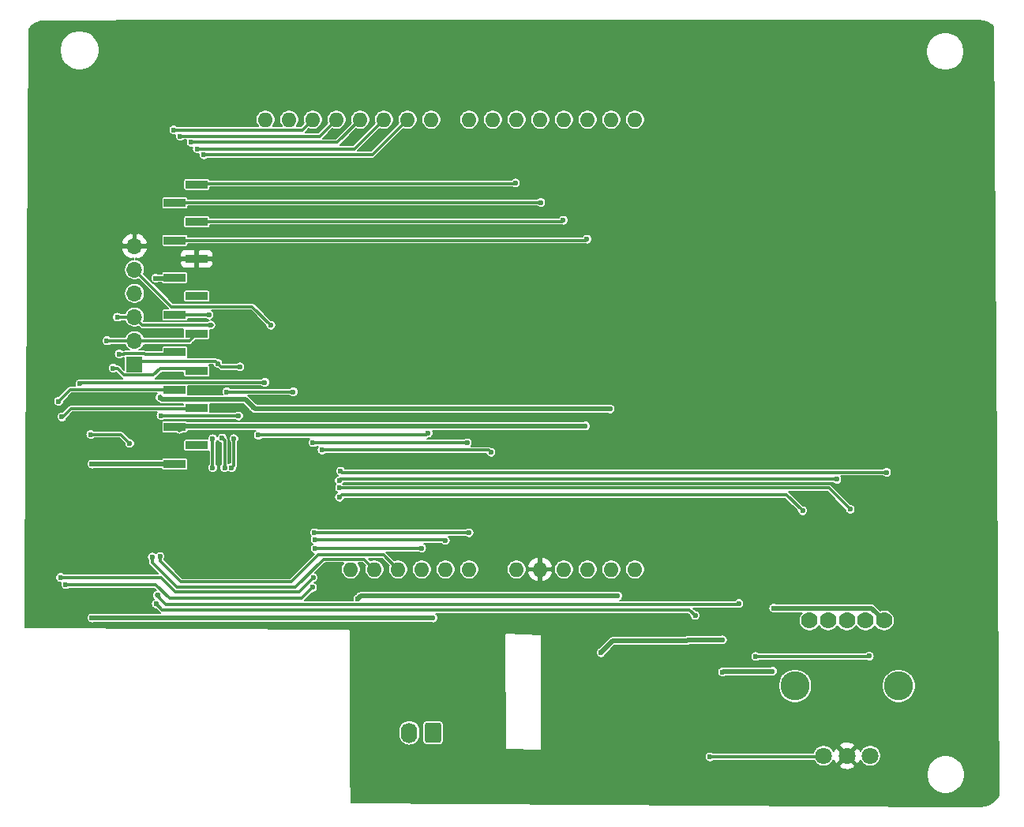
<source format=gbr>
%TF.GenerationSoftware,KiCad,Pcbnew,(5.1.7)-1*%
%TF.CreationDate,2021-01-04T12:01:46+01:00*%
%TF.ProjectId,EZ-PY32,455a2d50-5933-4322-9e6b-696361645f70,rev?*%
%TF.SameCoordinates,Original*%
%TF.FileFunction,Copper,L2,Bot*%
%TF.FilePolarity,Positive*%
%FSLAX46Y46*%
G04 Gerber Fmt 4.6, Leading zero omitted, Abs format (unit mm)*
G04 Created by KiCad (PCBNEW (5.1.7)-1) date 2021-01-04 12:01:46*
%MOMM*%
%LPD*%
G01*
G04 APERTURE LIST*
%TA.AperFunction,ComponentPad*%
%ADD10O,1.600000X1.600000*%
%TD*%
%TA.AperFunction,ComponentPad*%
%ADD11C,1.800000*%
%TD*%
%TA.AperFunction,ComponentPad*%
%ADD12C,1.778000*%
%TD*%
%TA.AperFunction,ComponentPad*%
%ADD13C,3.116000*%
%TD*%
%TA.AperFunction,ComponentPad*%
%ADD14O,1.740000X2.190000*%
%TD*%
%TA.AperFunction,ComponentPad*%
%ADD15R,1.700000X1.700000*%
%TD*%
%TA.AperFunction,ComponentPad*%
%ADD16O,1.700000X1.700000*%
%TD*%
%TA.AperFunction,SMDPad,CuDef*%
%ADD17R,2.350000X0.850000*%
%TD*%
%TA.AperFunction,ViaPad*%
%ADD18C,0.600000*%
%TD*%
%TA.AperFunction,Conductor*%
%ADD19C,0.300000*%
%TD*%
%TA.AperFunction,Conductor*%
%ADD20C,0.500000*%
%TD*%
%TA.AperFunction,Conductor*%
%ADD21C,0.203200*%
%TD*%
%TA.AperFunction,Conductor*%
%ADD22C,0.100000*%
%TD*%
G04 APERTURE END LIST*
D10*
%TO.P,U4,5*%
%TO.N,LCD_CS*%
X90490860Y-112218880D03*
%TO.P,U4,15*%
%TO.N,N/C*%
X115890860Y-63958880D03*
%TO.P,U4,19*%
%TO.N,SD_DI*%
X105730860Y-63958880D03*
%TO.P,U4,28*%
%TO.N,/Display/LCD_D2*%
X81350860Y-63958880D03*
%TO.P,U4,27*%
%TO.N,/Display/LCD_D3*%
X83890860Y-63958880D03*
%TO.P,U4,25*%
%TO.N,/Display/LCD_D5*%
X88970860Y-63958880D03*
%TO.P,U4,3*%
%TO.N,N/C*%
X85410860Y-112218880D03*
%TO.P,U4,7*%
%TO.N,LCD_WR*%
X95570860Y-112218880D03*
%TO.P,U4,8*%
%TO.N,LCD_RD*%
X98110860Y-112218880D03*
%TO.P,U4,10*%
%TO.N,GND*%
X105730860Y-112218880D03*
%TO.P,U4,13*%
%TO.N,+3V3*%
X113350860Y-112218880D03*
%TO.P,U4,24*%
%TO.N,/Display/LCD_D6*%
X91510860Y-63958880D03*
%TO.P,U4,14*%
%TO.N,N/C*%
X115890860Y-112218880D03*
%TO.P,U4,30*%
X76270860Y-63958880D03*
%TO.P,U4,23*%
%TO.N,/Display/LCD_D7*%
X94050860Y-63958880D03*
%TO.P,U4,18*%
%TO.N,SD_D0*%
X108270860Y-63958880D03*
%TO.P,U4,9*%
%TO.N,N/C*%
X103190860Y-112218880D03*
%TO.P,U4,17*%
%TO.N,SD_SCK*%
X110810860Y-63958880D03*
%TO.P,U4,4*%
%TO.N,LCD_RST*%
X87950860Y-112218880D03*
%TO.P,U4,6*%
%TO.N,LCD_RS*%
X93030860Y-112218880D03*
%TO.P,U4,29*%
%TO.N,N/C*%
X78810860Y-63958880D03*
%TO.P,U4,26*%
%TO.N,/Display/LCD_D4*%
X86430860Y-63958880D03*
%TO.P,U4,20*%
%TO.N,SD_SS*%
X103190860Y-63958880D03*
%TO.P,U4,21*%
%TO.N,/Display/LCD_D1*%
X100650860Y-63958880D03*
%TO.P,U4,11*%
%TO.N,N/C*%
X108270860Y-112218880D03*
%TO.P,U4,16*%
X113350860Y-63958880D03*
%TO.P,U4,22*%
%TO.N,/Display/LCD_D0*%
X98110860Y-63958880D03*
%TO.P,U4,12*%
%TO.N,+5V*%
X110810860Y-112218880D03*
%TD*%
D11*
%TO.P,S1,A*%
%TO.N,Net-(R1-Pad1)*%
X136120500Y-132214000D03*
%TO.P,S1,C*%
%TO.N,GND*%
X138620500Y-132214000D03*
%TO.P,S1,B*%
%TO.N,Net-(R2-Pad1)*%
X141120500Y-132214000D03*
D12*
%TO.P,S1,3*%
%TO.N,Net-(R8-Pad2)*%
X138620500Y-117714000D03*
%TO.P,S1,2*%
%TO.N,Net-(R6-Pad2)*%
X136620500Y-117714000D03*
D13*
%TO.P,S1,M1*%
%TO.N,N/C*%
X133070500Y-124714000D03*
%TO.P,S1,M2*%
X144170500Y-124714000D03*
D12*
%TO.P,S1,4*%
%TO.N,Net-(R7-Pad2)*%
X140620500Y-117714000D03*
%TO.P,S1,1*%
%TO.N,Net-(R5-Pad2)*%
X134620500Y-117714000D03*
%TO.P,S1,5*%
%TO.N,+5V*%
X142620500Y-117714000D03*
%TD*%
%TO.P,J1,1*%
%TO.N,+12V*%
%TA.AperFunction,ComponentPad*%
G36*
G01*
X95107360Y-128899879D02*
X95107360Y-130589881D01*
G75*
G02*
X94857361Y-130839880I-249999J0D01*
G01*
X93617359Y-130839880D01*
G75*
G02*
X93367360Y-130589881I0J249999D01*
G01*
X93367360Y-128899879D01*
G75*
G02*
X93617359Y-128649880I249999J0D01*
G01*
X94857361Y-128649880D01*
G75*
G02*
X95107360Y-128899879I0J-249999D01*
G01*
G37*
%TD.AperFunction*%
D14*
%TO.P,J1,2*%
%TO.N,Net-(J1-Pad2)*%
X91697360Y-129744880D03*
%TD*%
D15*
%TO.P,J2,1*%
%TO.N,DTR*%
X62230000Y-90233500D03*
D16*
%TO.P,J2,2*%
%TO.N,Tx*%
X62230000Y-87693500D03*
%TO.P,J2,3*%
%TO.N,Rx*%
X62230000Y-85153500D03*
%TO.P,J2,4*%
%TO.N,+3V3*%
X62230000Y-82613500D03*
%TO.P,J2,5*%
%TO.N,RTS*%
X62230000Y-80073500D03*
%TO.P,J2,6*%
%TO.N,GND*%
X62230000Y-77533500D03*
%TD*%
D17*
%TO.P,J3,1*%
%TO.N,+12V*%
X66551360Y-100912880D03*
%TO.P,J3,3*%
%TO.N,+5V*%
X66551360Y-96912880D03*
%TO.P,J3,5*%
%TO.N,SENSOR_VN*%
X66551360Y-92912880D03*
%TO.P,J3,7*%
%TO.N,/Anschl\u00FCssse/SDA*%
X66551360Y-88912880D03*
%TO.P,J3,9*%
%TO.N,Rx_extern*%
X66551360Y-84912880D03*
%TO.P,J3,11*%
%TO.N,+3V3*%
X66551360Y-80912880D03*
%TO.P,J3,13*%
%TO.N,SD_SCK*%
X66551360Y-76912880D03*
%TO.P,J3,15*%
%TO.N,SD_DI*%
X66551360Y-72912880D03*
%TO.P,J3,2*%
%TO.N,N/C*%
X68901360Y-98912880D03*
%TO.P,J3,4*%
%TO.N,SENSOR_VP*%
X68901360Y-94912880D03*
%TO.P,J3,6*%
%TO.N,/Anschl\u00FCssse/SCL*%
X68901360Y-90912880D03*
%TO.P,J3,8*%
%TO.N,Tx*%
X68901360Y-86912880D03*
%TO.P,J3,10*%
%TO.N,N/C*%
X68901360Y-82912880D03*
%TO.P,J3,12*%
%TO.N,GND*%
X68901360Y-78912880D03*
%TO.P,J3,14*%
%TO.N,SD_D0*%
X68901360Y-74912880D03*
%TO.P,J3,16*%
%TO.N,SD_SS*%
X68901360Y-70912880D03*
%TD*%
D18*
%TO.N,/Drehencoder/Potti_B*%
X127040000Y-115878600D03*
X64696101Y-115002701D03*
%TO.N,/Drehencoder/Potti_A*%
X64554100Y-115927500D03*
X122355360Y-117156880D03*
%TO.N,IO0_ESP*%
X73393300Y-95759902D03*
X65062100Y-95708880D03*
%TO.N,+3V3*%
X113233200Y-95010600D03*
X114055360Y-115081880D03*
X74968114Y-94845500D03*
X64519360Y-80976880D03*
X64960502Y-93771290D03*
X113218360Y-115081880D03*
X86172860Y-115379480D03*
%TO.N,+5V*%
X130643000Y-123143000D03*
X125280360Y-123231880D03*
X112267860Y-121144380D03*
X130762241Y-116374999D03*
X125280360Y-119781880D03*
X110580360Y-96828380D03*
%TO.N,GND*%
X73880360Y-110481880D03*
X73880360Y-108831880D03*
X72905360Y-109656880D03*
X71180360Y-109656880D03*
X70230360Y-110481880D03*
X70230360Y-108831880D03*
X72905360Y-111456880D03*
X71180360Y-111481880D03*
X72055360Y-110481880D03*
X72905360Y-107831880D03*
X72055360Y-108831880D03*
X71180360Y-107806880D03*
X61861700Y-95912300D03*
X140280360Y-111931880D03*
X139805360Y-108956880D03*
X117830360Y-126206880D03*
X117805360Y-125106880D03*
X115805360Y-127306880D03*
X115905360Y-121206880D03*
X117405360Y-122531880D03*
X72012360Y-94946880D03*
X79505360Y-99391880D03*
%TO.N,+12V*%
X94237360Y-117425880D03*
X57661360Y-117425880D03*
X57661360Y-100915880D03*
X57661360Y-100915880D03*
%TO.N,Rx*%
X60377700Y-85153500D03*
X70414741Y-86003499D03*
%TO.N,Tx*%
X59270900Y-87682700D03*
%TO.N,/Drehencoder/blau*%
X142880360Y-101806880D03*
X84331360Y-101677880D03*
%TO.N,/Drehencoder/gruen*%
X137530360Y-102556880D03*
X84185829Y-102675349D03*
%TO.N,/Drehencoder/rot*%
X133880360Y-105931880D03*
X84204360Y-104471880D03*
%TO.N,Net-(R1-Pad1)*%
X123939300Y-132335900D03*
%TO.N,Net-(R2-Pad1)*%
X128841500Y-121566300D03*
X141033500Y-121527490D03*
%TO.N,/ESP32/Potti_schalter*%
X138980360Y-105767500D03*
X84230800Y-103482316D03*
%TO.N,/Display/LCD_D6*%
X72647360Y-101296880D03*
X72891771Y-98195083D03*
X69653050Y-67721543D03*
%TO.N,/Display/LCD_D7*%
X75501500Y-97817300D03*
X93721801Y-97596232D03*
%TO.N,/Display/LCD_D4*%
X70615360Y-101296880D03*
X70615360Y-98195048D03*
X68302959Y-66398281D03*
%TO.N,/Display/LCD_D5*%
X71894947Y-101296880D03*
X71631354Y-98135418D03*
X68957398Y-67097738D03*
%TO.N,/Display/LCD_D1*%
X82334100Y-99417500D03*
X100460358Y-99645880D03*
%TO.N,/Display/LCD_D2*%
X66450199Y-65064221D03*
%TO.N,/Display/LCD_D3*%
X67140514Y-65744532D03*
%TO.N,LCD_RST*%
X64138360Y-110885380D03*
%TO.N,LCD_CS*%
X64963860Y-110821880D03*
%TO.N,LCD_RS*%
X81600860Y-109996380D03*
X93030860Y-109932880D03*
%TO.N,LCD_WR*%
X81600860Y-109043880D03*
X95570860Y-109107380D03*
%TO.N,LCD_RD*%
X98110860Y-108281880D03*
X81537360Y-108281880D03*
%TO.N,/Display/LCD_D0*%
X81368900Y-98604701D03*
X97920360Y-98629880D03*
%TO.N,RTS*%
X76845800Y-86016440D03*
%TO.N,DTR*%
X73530700Y-90491700D03*
X71158100Y-90120876D03*
%TO.N,SD_SCK*%
X110747360Y-76785880D03*
%TO.N,SD_DI*%
X105794360Y-72848880D03*
%TO.N,SD_D0*%
X108207360Y-74753880D03*
%TO.N,SD_SS*%
X103073200Y-70762720D03*
%TO.N,/Anschl\u00FCssse/SDA*%
X60591700Y-89104880D03*
%TO.N,/Anschl\u00FCssse/SCL*%
X59947360Y-90628880D03*
%TO.N,SENSOR_VP*%
X54444900Y-95861500D03*
X54858194Y-113851594D03*
X81313329Y-114153849D03*
%TO.N,SENSOR_VN*%
X54292500Y-113082700D03*
X54089300Y-94184880D03*
X81380360Y-113107886D03*
%TO.N,Net-(Q4-Pad1)*%
X72139360Y-93168880D03*
X79251360Y-93168880D03*
%TO.N,Net-(R11-Pad2)*%
X76203360Y-92152880D03*
X56391360Y-92312470D03*
%TO.N,Net-(R15-Pad2)*%
X61709300Y-98706300D03*
X57530360Y-97740884D03*
%TO.N,Rx_extern*%
X70233360Y-84912880D03*
%TD*%
D19*
%TO.N,/Drehencoder/Potti_B*%
X64909700Y-115216300D02*
X64696101Y-115002701D01*
X126936720Y-115981880D02*
X127040000Y-115878600D01*
X65570482Y-115981880D02*
X126936720Y-115981880D01*
X64591303Y-115002701D02*
X65570482Y-115981880D01*
X64696101Y-115002701D02*
X64591303Y-115002701D01*
%TO.N,/Drehencoder/Potti_A*%
X121755360Y-116556880D02*
X122355360Y-117156880D01*
X65183480Y-116556880D02*
X121755360Y-116556880D01*
X64554100Y-115927500D02*
X65183480Y-116556880D01*
%TO.N,IO0_ESP*%
X73393300Y-95759902D02*
X65113122Y-95759902D01*
X65113122Y-95759902D02*
X65062100Y-95708880D01*
D20*
%TO.N,+3V3*%
X113233200Y-95010600D02*
X75133214Y-95010600D01*
X75133214Y-95010600D02*
X74968114Y-94845500D01*
X66487360Y-80976880D02*
X66551360Y-80912880D01*
X64519360Y-80976880D02*
X66487360Y-80976880D01*
X74099493Y-93976879D02*
X65166091Y-93976879D01*
X64967688Y-93771290D02*
X64960502Y-93771290D01*
X74968114Y-94845500D02*
X74099493Y-93976879D01*
X65166091Y-93976879D02*
X64960502Y-93771290D01*
X65011300Y-93727678D02*
X64967688Y-93771290D01*
X113218360Y-115081880D02*
X114055360Y-115081880D01*
X86470460Y-115081880D02*
X86172860Y-115379480D01*
X113218360Y-115081880D02*
X86470460Y-115081880D01*
%TO.N,+5V*%
X130643000Y-123143000D02*
X125369240Y-123143000D01*
X125369240Y-123143000D02*
X125280360Y-123231880D01*
X112267860Y-121144380D02*
X113505360Y-119906880D01*
X141281499Y-116374999D02*
X130762241Y-116374999D01*
X142620500Y-117714000D02*
X141281499Y-116374999D01*
X130762241Y-116374999D02*
X130737241Y-116374999D01*
X121555360Y-119781880D02*
X121430360Y-119906880D01*
X125280360Y-119781880D02*
X121555360Y-119781880D01*
X113505360Y-119906880D02*
X121430360Y-119906880D01*
X67059360Y-97232880D02*
X67463860Y-96828380D01*
X110156096Y-96828380D02*
X110580360Y-96828380D01*
X67463860Y-96828380D02*
X110156096Y-96828380D01*
%TO.N,+12V*%
X94237360Y-117425880D02*
X57661360Y-117425880D01*
X66548360Y-100915880D02*
X66551360Y-100912880D01*
X57661360Y-100915880D02*
X66548360Y-100915880D01*
D19*
%TO.N,Rx*%
X62230000Y-85153500D02*
X60377700Y-85153500D01*
X62230000Y-85153500D02*
X62599980Y-85153500D01*
X63079999Y-86003499D02*
X70414741Y-86003499D01*
X62230000Y-85153500D02*
X63079999Y-86003499D01*
X70414741Y-86003499D02*
X70561979Y-86003499D01*
%TO.N,Tx*%
X60856500Y-87693500D02*
X60845700Y-87682700D01*
X62230000Y-87693500D02*
X60856500Y-87693500D01*
X60845700Y-87682700D02*
X59270900Y-87682700D01*
X68120740Y-87693500D02*
X68901360Y-86912880D01*
X62230000Y-87693500D02*
X68120740Y-87693500D01*
%TO.N,/Drehencoder/blau*%
X84460360Y-101806880D02*
X84331360Y-101677880D01*
X142880360Y-101806880D02*
X84460360Y-101806880D01*
%TO.N,/Drehencoder/gruen*%
X84304298Y-102556880D02*
X84185829Y-102675349D01*
X137530360Y-102556880D02*
X84304298Y-102556880D01*
%TO.N,/Drehencoder/rot*%
X133880360Y-105931880D02*
X132166360Y-104217880D01*
X132166360Y-104217880D02*
X84458360Y-104217880D01*
X84458360Y-104217880D02*
X84204360Y-104471880D01*
%TO.N,Net-(R1-Pad1)*%
X123964700Y-132310500D02*
X123939300Y-132335900D01*
X136024000Y-132310500D02*
X123964700Y-132310500D01*
X136120500Y-132214000D02*
X136024000Y-132310500D01*
%TO.N,Net-(R2-Pad1)*%
X129552700Y-121566300D02*
X140994690Y-121566300D01*
X140994690Y-121566300D02*
X141033500Y-121527490D01*
X129552700Y-121566300D02*
X128841500Y-121566300D01*
%TO.N,/ESP32/Potti_schalter*%
X138980360Y-105767500D02*
X136695176Y-103482316D01*
X136695176Y-103482316D02*
X84230800Y-103482316D01*
%TO.N,/Display/LCD_D6*%
X72891771Y-101052469D02*
X72891771Y-98195083D01*
X72647360Y-101296880D02*
X72891771Y-101052469D01*
X87748197Y-67721543D02*
X69653050Y-67721543D01*
X91510860Y-63958880D02*
X87748197Y-67721543D01*
%TO.N,/Display/LCD_D7*%
X75501500Y-97817300D02*
X93500733Y-97817300D01*
X93500733Y-97817300D02*
X93721801Y-97596232D01*
%TO.N,/Display/LCD_D4*%
X70615360Y-98195048D02*
X70615360Y-101296880D01*
X86430860Y-63958880D02*
X83991459Y-66398281D01*
X83991459Y-66398281D02*
X68302959Y-66398281D01*
%TO.N,/Display/LCD_D5*%
X71894947Y-101296880D02*
X71894947Y-98399011D01*
X71894947Y-98399011D02*
X71631354Y-98135418D01*
X85832002Y-67097738D02*
X68957398Y-67097738D01*
X88970860Y-63958880D02*
X85832002Y-67097738D01*
%TO.N,/Display/LCD_D1*%
X100231978Y-99417500D02*
X100460358Y-99645880D01*
X82334100Y-99417500D02*
X100231978Y-99417500D01*
%TO.N,/Display/LCD_D2*%
X81350860Y-63958880D02*
X80245519Y-65064221D01*
X80245519Y-65064221D02*
X66450199Y-65064221D01*
%TO.N,/Display/LCD_D3*%
X82105208Y-65744532D02*
X67140514Y-65744532D01*
X83890860Y-63958880D02*
X82105208Y-65744532D01*
%TO.N,LCD_RST*%
X86848459Y-111116479D02*
X82512761Y-111116479D01*
X87950860Y-112218880D02*
X86848459Y-111116479D01*
X79505360Y-114123880D02*
X66743084Y-114123880D01*
X82512761Y-111116479D02*
X79505360Y-114123880D01*
X66743084Y-114123880D02*
X64138360Y-111519156D01*
X64138360Y-111519156D02*
X64138360Y-110885380D01*
%TO.N,LCD_CS*%
X88936050Y-110664070D02*
X81949170Y-110664070D01*
X90490860Y-112218880D02*
X88936050Y-110664070D01*
X81949170Y-110664070D02*
X79060860Y-113552380D01*
X79060860Y-113552380D02*
X67186360Y-113552380D01*
X67186360Y-113552380D02*
X64963860Y-111329880D01*
X64963860Y-111329880D02*
X64963860Y-110821880D01*
%TO.N,LCD_RS*%
X92967360Y-109996380D02*
X93030860Y-109932880D01*
X81600860Y-109996380D02*
X92967360Y-109996380D01*
%TO.N,LCD_WR*%
X81600860Y-109043880D02*
X95507360Y-109043880D01*
X95507360Y-109043880D02*
X95570860Y-109107380D01*
%TO.N,LCD_RD*%
X98110860Y-108281880D02*
X81537360Y-108281880D01*
%TO.N,/Display/LCD_D0*%
X97895181Y-98604701D02*
X97920360Y-98629880D01*
X81368900Y-98604701D02*
X97895181Y-98604701D01*
%TO.N,RTS*%
X74854240Y-84024880D02*
X76845800Y-86016440D01*
X66181380Y-84024880D02*
X74854240Y-84024880D01*
X62230000Y-80073500D02*
X66181380Y-84024880D01*
%TO.N,DTR*%
X62574800Y-90578300D02*
X62230000Y-90233500D01*
X73530700Y-90491700D02*
X71528924Y-90491700D01*
X71528924Y-90491700D02*
X71158100Y-90120876D01*
X70904104Y-89866880D02*
X71158100Y-90120876D01*
X62596620Y-89866880D02*
X70904104Y-89866880D01*
X62230000Y-90233500D02*
X62596620Y-89866880D01*
%TO.N,SD_SCK*%
X110680500Y-76719020D02*
X110747360Y-76785880D01*
X66551360Y-76912880D02*
X110620360Y-76912880D01*
X110620360Y-76912880D02*
X110747360Y-76785880D01*
%TO.N,SD_DI*%
X66551360Y-72848880D02*
X105794360Y-72848880D01*
%TO.N,SD_D0*%
X108080360Y-74880880D02*
X108207360Y-74753880D01*
X69091360Y-74880880D02*
X108080360Y-74880880D01*
%TO.N,SD_SS*%
X69091360Y-70816880D02*
X103019040Y-70816880D01*
X103019040Y-70816880D02*
X103073200Y-70762720D01*
%TO.N,/Anschl\u00FCssse/SDA*%
X61114298Y-89104880D02*
X60591700Y-89104880D01*
X63321921Y-89081099D02*
X61138079Y-89081099D01*
X63345702Y-89104880D02*
X63321921Y-89081099D01*
X61138079Y-89081099D02*
X61114298Y-89104880D01*
X66043360Y-89104880D02*
X63345702Y-89104880D01*
%TO.N,/Anschl\u00FCssse/SCL*%
X60381058Y-90628880D02*
X59947360Y-90628880D01*
X61138079Y-91385901D02*
X60381058Y-90628880D01*
X64270339Y-91385901D02*
X61138079Y-91385901D01*
X64970330Y-90685910D02*
X64270339Y-91385901D01*
X68640390Y-90685910D02*
X64970330Y-90685910D01*
X69091360Y-91136880D02*
X68640390Y-90685910D01*
%TO.N,SENSOR_VP*%
X54858194Y-113851594D02*
X54915888Y-113793900D01*
X55461120Y-94946880D02*
X54546500Y-95861500D01*
X68583360Y-94946880D02*
X55461120Y-94946880D01*
X65987282Y-115331880D02*
X80135298Y-115331880D01*
X54858194Y-113851594D02*
X64506996Y-113851594D01*
X80135298Y-115331880D02*
X81313329Y-114153849D01*
X64506996Y-113851594D02*
X65987282Y-115331880D01*
%TO.N,SENSOR_VN*%
X66043360Y-92914880D02*
X55359300Y-92914880D01*
X55359300Y-92914880D02*
X54089300Y-94184880D01*
X79881366Y-114606880D02*
X81380360Y-113107886D01*
X66586280Y-114606880D02*
X79881366Y-114606880D01*
X65062100Y-113082700D02*
X66586280Y-114606880D01*
X54292500Y-113082700D02*
X65062100Y-113082700D01*
%TO.N,Net-(Q4-Pad1)*%
X72139360Y-93168880D02*
X79251360Y-93168880D01*
%TO.N,Net-(R11-Pad2)*%
X76203360Y-92152880D02*
X56550950Y-92152880D01*
X56550950Y-92152880D02*
X56391360Y-92312470D01*
%TO.N,Net-(R15-Pad2)*%
X60743884Y-97740884D02*
X57530360Y-97740884D01*
X61709300Y-98706300D02*
X60743884Y-97740884D01*
%TO.N,Rx_extern*%
X66551360Y-84912880D02*
X70233360Y-84912880D01*
%TD*%
D21*
%TO.N,GND*%
X152807264Y-53364991D02*
X153252133Y-53408610D01*
X153666848Y-53533820D01*
X154049342Y-53737197D01*
X154276156Y-53922182D01*
X154892191Y-136470945D01*
X154796803Y-136650344D01*
X154523008Y-136986049D01*
X154189220Y-137262183D01*
X153808156Y-137468224D01*
X153394326Y-137596325D01*
X152950339Y-137642990D01*
X152947747Y-137642999D01*
X149476348Y-137636401D01*
X85446780Y-137248343D01*
X85435569Y-134036626D01*
X147170266Y-134036626D01*
X147170266Y-134441374D01*
X147249228Y-134838344D01*
X147404118Y-135212282D01*
X147628984Y-135548817D01*
X147915183Y-135835016D01*
X148251718Y-136059882D01*
X148625656Y-136214772D01*
X149022626Y-136293734D01*
X149427374Y-136293734D01*
X149824344Y-136214772D01*
X150198282Y-136059882D01*
X150534817Y-135835016D01*
X150821016Y-135548817D01*
X151045882Y-135212282D01*
X151200772Y-134838344D01*
X151279734Y-134441374D01*
X151279734Y-134036626D01*
X151200772Y-133639656D01*
X151045882Y-133265718D01*
X150821016Y-132929183D01*
X150534817Y-132642984D01*
X150198282Y-132418118D01*
X149824344Y-132263228D01*
X149427374Y-132184266D01*
X149022626Y-132184266D01*
X148625656Y-132263228D01*
X148251718Y-132418118D01*
X147915183Y-132642984D01*
X147628984Y-132929183D01*
X147404118Y-133265718D01*
X147249228Y-133639656D01*
X147170266Y-134036626D01*
X85435569Y-134036626D01*
X85429441Y-132281336D01*
X123385300Y-132281336D01*
X123385300Y-132390464D01*
X123406589Y-132497496D01*
X123448351Y-132598318D01*
X123508980Y-132689055D01*
X123586145Y-132766220D01*
X123676882Y-132826849D01*
X123777704Y-132868611D01*
X123884736Y-132889900D01*
X123993864Y-132889900D01*
X124100896Y-132868611D01*
X124201718Y-132826849D01*
X124292455Y-132766220D01*
X124344175Y-132714500D01*
X135078733Y-132714500D01*
X135097838Y-132760624D01*
X135224129Y-132949632D01*
X135384868Y-133110371D01*
X135573876Y-133236662D01*
X135783891Y-133323653D01*
X136006841Y-133368000D01*
X136234159Y-133368000D01*
X136457109Y-133323653D01*
X136561103Y-133280577D01*
X137769450Y-133280577D01*
X137856692Y-133524570D01*
X138127048Y-133648399D01*
X138416367Y-133717105D01*
X138713531Y-133728048D01*
X139007119Y-133680807D01*
X139285850Y-133577197D01*
X139384308Y-133524570D01*
X139471550Y-133280577D01*
X138620500Y-132429526D01*
X137769450Y-133280577D01*
X136561103Y-133280577D01*
X136667124Y-133236662D01*
X136856132Y-133110371D01*
X137016871Y-132949632D01*
X137143162Y-132760624D01*
X137180059Y-132671548D01*
X137257303Y-132879350D01*
X137309930Y-132977808D01*
X137553923Y-133065050D01*
X138404974Y-132214000D01*
X138836026Y-132214000D01*
X139687077Y-133065050D01*
X139931070Y-132977808D01*
X140054899Y-132707452D01*
X140062520Y-132675359D01*
X140097838Y-132760624D01*
X140224129Y-132949632D01*
X140384868Y-133110371D01*
X140573876Y-133236662D01*
X140783891Y-133323653D01*
X141006841Y-133368000D01*
X141234159Y-133368000D01*
X141457109Y-133323653D01*
X141667124Y-133236662D01*
X141856132Y-133110371D01*
X142016871Y-132949632D01*
X142143162Y-132760624D01*
X142230153Y-132550609D01*
X142274500Y-132327659D01*
X142274500Y-132100341D01*
X142230153Y-131877391D01*
X142143162Y-131667376D01*
X142016871Y-131478368D01*
X141856132Y-131317629D01*
X141667124Y-131191338D01*
X141457109Y-131104347D01*
X141234159Y-131060000D01*
X141006841Y-131060000D01*
X140783891Y-131104347D01*
X140573876Y-131191338D01*
X140384868Y-131317629D01*
X140224129Y-131478368D01*
X140097838Y-131667376D01*
X140060941Y-131756452D01*
X139983697Y-131548650D01*
X139931070Y-131450192D01*
X139687077Y-131362950D01*
X138836026Y-132214000D01*
X138404974Y-132214000D01*
X137553923Y-131362950D01*
X137309930Y-131450192D01*
X137186101Y-131720548D01*
X137178480Y-131752641D01*
X137143162Y-131667376D01*
X137016871Y-131478368D01*
X136856132Y-131317629D01*
X136667124Y-131191338D01*
X136561104Y-131147423D01*
X137769450Y-131147423D01*
X138620500Y-131998474D01*
X139471550Y-131147423D01*
X139384308Y-130903430D01*
X139113952Y-130779601D01*
X138824633Y-130710895D01*
X138527469Y-130699952D01*
X138233881Y-130747193D01*
X137955150Y-130850803D01*
X137856692Y-130903430D01*
X137769450Y-131147423D01*
X136561104Y-131147423D01*
X136457109Y-131104347D01*
X136234159Y-131060000D01*
X136006841Y-131060000D01*
X135783891Y-131104347D01*
X135573876Y-131191338D01*
X135384868Y-131317629D01*
X135224129Y-131478368D01*
X135097838Y-131667376D01*
X135010847Y-131877391D01*
X135005057Y-131906500D01*
X124293375Y-131906500D01*
X124292455Y-131905580D01*
X124201718Y-131844951D01*
X124100896Y-131803189D01*
X123993864Y-131781900D01*
X123884736Y-131781900D01*
X123777704Y-131803189D01*
X123676882Y-131844951D01*
X123586145Y-131905580D01*
X123508980Y-131982745D01*
X123448351Y-132073482D01*
X123406589Y-132174304D01*
X123385300Y-132281336D01*
X85429441Y-132281336D01*
X85419607Y-129464668D01*
X90573360Y-129464668D01*
X90573360Y-130025091D01*
X90589624Y-130190221D01*
X90653895Y-130402096D01*
X90758267Y-130597362D01*
X90898727Y-130768513D01*
X91069878Y-130908973D01*
X91265143Y-131013345D01*
X91477018Y-131077616D01*
X91697360Y-131099318D01*
X91917701Y-131077616D01*
X92129576Y-131013345D01*
X92324842Y-130908973D01*
X92495993Y-130768513D01*
X92636453Y-130597362D01*
X92740825Y-130402097D01*
X92805096Y-130190222D01*
X92821360Y-130025092D01*
X92821360Y-129464669D01*
X92805096Y-129299539D01*
X92740825Y-129087664D01*
X92640452Y-128899879D01*
X93112132Y-128899879D01*
X93112132Y-130589881D01*
X93121840Y-130688446D01*
X93150590Y-130783223D01*
X93197278Y-130870570D01*
X93260110Y-130947130D01*
X93336670Y-131009962D01*
X93424017Y-131056650D01*
X93518794Y-131085400D01*
X93617359Y-131095108D01*
X94857361Y-131095108D01*
X94955926Y-131085400D01*
X95050703Y-131056650D01*
X95138050Y-131009962D01*
X95214610Y-130947130D01*
X95277442Y-130870570D01*
X95324130Y-130783223D01*
X95352880Y-130688446D01*
X95362588Y-130589881D01*
X95362588Y-128899879D01*
X95352880Y-128801314D01*
X95324130Y-128706537D01*
X95277442Y-128619190D01*
X95214610Y-128542630D01*
X95138050Y-128479798D01*
X95050703Y-128433110D01*
X94955926Y-128404360D01*
X94857361Y-128394652D01*
X93617359Y-128394652D01*
X93518794Y-128404360D01*
X93424017Y-128433110D01*
X93336670Y-128479798D01*
X93260110Y-128542630D01*
X93197278Y-128619190D01*
X93150590Y-128706537D01*
X93121840Y-128801314D01*
X93112132Y-128899879D01*
X92640452Y-128899879D01*
X92636453Y-128892398D01*
X92495993Y-128721247D01*
X92324842Y-128580787D01*
X92129577Y-128476415D01*
X91917702Y-128412144D01*
X91697360Y-128390442D01*
X91477019Y-128412144D01*
X91265144Y-128476415D01*
X91069879Y-128580787D01*
X90898728Y-128721247D01*
X90758268Y-128892398D01*
X90653895Y-129087663D01*
X90589624Y-129299538D01*
X90573360Y-129464668D01*
X85419607Y-129464668D01*
X85383521Y-119128318D01*
X101942901Y-119128318D01*
X101993701Y-131472718D01*
X101995390Y-131490754D01*
X102000910Y-131509891D01*
X102010057Y-131527584D01*
X102022481Y-131543151D01*
X102037702Y-131555996D01*
X102055137Y-131565625D01*
X102074116Y-131571667D01*
X102093908Y-131573890D01*
X105802308Y-131624690D01*
X105823521Y-131622748D01*
X105842581Y-131616966D01*
X105860146Y-131607577D01*
X105875542Y-131594942D01*
X105888177Y-131579546D01*
X105897566Y-131561981D01*
X105903348Y-131542921D01*
X105905300Y-131523100D01*
X105905300Y-124535534D01*
X131258500Y-124535534D01*
X131258500Y-124892466D01*
X131328135Y-125242541D01*
X131464727Y-125572304D01*
X131663028Y-125869082D01*
X131915418Y-126121472D01*
X132212196Y-126319773D01*
X132541959Y-126456365D01*
X132892034Y-126526000D01*
X133248966Y-126526000D01*
X133599041Y-126456365D01*
X133928804Y-126319773D01*
X134225582Y-126121472D01*
X134477972Y-125869082D01*
X134676273Y-125572304D01*
X134812865Y-125242541D01*
X134882500Y-124892466D01*
X134882500Y-124535534D01*
X142358500Y-124535534D01*
X142358500Y-124892466D01*
X142428135Y-125242541D01*
X142564727Y-125572304D01*
X142763028Y-125869082D01*
X143015418Y-126121472D01*
X143312196Y-126319773D01*
X143641959Y-126456365D01*
X143992034Y-126526000D01*
X144348966Y-126526000D01*
X144699041Y-126456365D01*
X145028804Y-126319773D01*
X145325582Y-126121472D01*
X145577972Y-125869082D01*
X145776273Y-125572304D01*
X145912865Y-125242541D01*
X145982500Y-124892466D01*
X145982500Y-124535534D01*
X145912865Y-124185459D01*
X145776273Y-123855696D01*
X145577972Y-123558918D01*
X145325582Y-123306528D01*
X145028804Y-123108227D01*
X144699041Y-122971635D01*
X144348966Y-122902000D01*
X143992034Y-122902000D01*
X143641959Y-122971635D01*
X143312196Y-123108227D01*
X143015418Y-123306528D01*
X142763028Y-123558918D01*
X142564727Y-123855696D01*
X142428135Y-124185459D01*
X142358500Y-124535534D01*
X134882500Y-124535534D01*
X134812865Y-124185459D01*
X134676273Y-123855696D01*
X134477972Y-123558918D01*
X134225582Y-123306528D01*
X133928804Y-123108227D01*
X133599041Y-122971635D01*
X133248966Y-122902000D01*
X132892034Y-122902000D01*
X132541959Y-122971635D01*
X132212196Y-123108227D01*
X131915418Y-123306528D01*
X131663028Y-123558918D01*
X131464727Y-123855696D01*
X131328135Y-124185459D01*
X131258500Y-124535534D01*
X105905300Y-124535534D01*
X105905300Y-123177316D01*
X124726360Y-123177316D01*
X124726360Y-123286444D01*
X124747649Y-123393476D01*
X124789411Y-123494298D01*
X124850040Y-123585035D01*
X124927205Y-123662200D01*
X125017942Y-123722829D01*
X125118764Y-123764591D01*
X125225796Y-123785880D01*
X125334924Y-123785880D01*
X125441956Y-123764591D01*
X125542778Y-123722829D01*
X125633515Y-123662200D01*
X125648715Y-123647000D01*
X130412090Y-123647000D01*
X130481404Y-123675711D01*
X130588436Y-123697000D01*
X130697564Y-123697000D01*
X130804596Y-123675711D01*
X130905418Y-123633949D01*
X130996155Y-123573320D01*
X131073320Y-123496155D01*
X131133949Y-123405418D01*
X131175711Y-123304596D01*
X131197000Y-123197564D01*
X131197000Y-123088436D01*
X131175711Y-122981404D01*
X131133949Y-122880582D01*
X131073320Y-122789845D01*
X130996155Y-122712680D01*
X130905418Y-122652051D01*
X130804596Y-122610289D01*
X130697564Y-122589000D01*
X130588436Y-122589000D01*
X130481404Y-122610289D01*
X130412090Y-122639000D01*
X125393990Y-122639000D01*
X125369239Y-122636562D01*
X125344488Y-122639000D01*
X125344486Y-122639000D01*
X125270439Y-122646293D01*
X125175435Y-122675112D01*
X125137340Y-122695474D01*
X125118764Y-122699169D01*
X125017942Y-122740931D01*
X124927205Y-122801560D01*
X124850040Y-122878725D01*
X124789411Y-122969462D01*
X124747649Y-123070284D01*
X124726360Y-123177316D01*
X105905300Y-123177316D01*
X105905300Y-121089816D01*
X111713860Y-121089816D01*
X111713860Y-121198944D01*
X111735149Y-121305976D01*
X111776911Y-121406798D01*
X111837540Y-121497535D01*
X111914705Y-121574700D01*
X112005442Y-121635329D01*
X112106264Y-121677091D01*
X112213296Y-121698380D01*
X112322424Y-121698380D01*
X112429456Y-121677091D01*
X112530278Y-121635329D01*
X112621015Y-121574700D01*
X112683979Y-121511736D01*
X128287500Y-121511736D01*
X128287500Y-121620864D01*
X128308789Y-121727896D01*
X128350551Y-121828718D01*
X128411180Y-121919455D01*
X128488345Y-121996620D01*
X128579082Y-122057249D01*
X128679904Y-122099011D01*
X128786936Y-122120300D01*
X128896064Y-122120300D01*
X129003096Y-122099011D01*
X129103918Y-122057249D01*
X129194655Y-121996620D01*
X129220975Y-121970300D01*
X140699037Y-121970300D01*
X140771082Y-122018439D01*
X140871904Y-122060201D01*
X140978936Y-122081490D01*
X141088064Y-122081490D01*
X141195096Y-122060201D01*
X141295918Y-122018439D01*
X141386655Y-121957810D01*
X141463820Y-121880645D01*
X141524449Y-121789908D01*
X141566211Y-121689086D01*
X141587500Y-121582054D01*
X141587500Y-121472926D01*
X141566211Y-121365894D01*
X141524449Y-121265072D01*
X141463820Y-121174335D01*
X141386655Y-121097170D01*
X141295918Y-121036541D01*
X141195096Y-120994779D01*
X141088064Y-120973490D01*
X140978936Y-120973490D01*
X140871904Y-120994779D01*
X140771082Y-121036541D01*
X140680345Y-121097170D01*
X140615215Y-121162300D01*
X129220975Y-121162300D01*
X129194655Y-121135980D01*
X129103918Y-121075351D01*
X129003096Y-121033589D01*
X128896064Y-121012300D01*
X128786936Y-121012300D01*
X128679904Y-121033589D01*
X128579082Y-121075351D01*
X128488345Y-121135980D01*
X128411180Y-121213145D01*
X128350551Y-121303882D01*
X128308789Y-121404704D01*
X128287500Y-121511736D01*
X112683979Y-121511736D01*
X112698180Y-121497535D01*
X112758809Y-121406798D01*
X112787520Y-121337483D01*
X113714124Y-120410880D01*
X121405606Y-120410880D01*
X121430360Y-120413318D01*
X121529161Y-120403587D01*
X121624165Y-120374768D01*
X121711722Y-120327968D01*
X121763007Y-120285880D01*
X125049450Y-120285880D01*
X125118764Y-120314591D01*
X125225796Y-120335880D01*
X125334924Y-120335880D01*
X125441956Y-120314591D01*
X125542778Y-120272829D01*
X125633515Y-120212200D01*
X125710680Y-120135035D01*
X125771309Y-120044298D01*
X125813071Y-119943476D01*
X125834360Y-119836444D01*
X125834360Y-119727316D01*
X125813071Y-119620284D01*
X125771309Y-119519462D01*
X125710680Y-119428725D01*
X125633515Y-119351560D01*
X125542778Y-119290931D01*
X125441956Y-119249169D01*
X125334924Y-119227880D01*
X125225796Y-119227880D01*
X125118764Y-119249169D01*
X125049450Y-119277880D01*
X121580114Y-119277880D01*
X121555360Y-119275442D01*
X121530606Y-119277880D01*
X121456559Y-119285173D01*
X121361555Y-119313992D01*
X121273998Y-119360792D01*
X121222713Y-119402880D01*
X113530110Y-119402880D01*
X113505359Y-119400442D01*
X113480608Y-119402880D01*
X113480606Y-119402880D01*
X113406559Y-119410173D01*
X113311555Y-119438992D01*
X113223998Y-119485792D01*
X113147254Y-119548774D01*
X113131474Y-119568002D01*
X112074757Y-120624720D01*
X112005442Y-120653431D01*
X111914705Y-120714060D01*
X111837540Y-120791225D01*
X111776911Y-120881962D01*
X111735149Y-120982784D01*
X111713860Y-121089816D01*
X105905300Y-121089816D01*
X105905300Y-119280300D01*
X105904069Y-119264532D01*
X105899064Y-119245254D01*
X105890394Y-119227322D01*
X105878393Y-119211427D01*
X105863522Y-119198178D01*
X105846351Y-119188086D01*
X105827541Y-119181537D01*
X105807816Y-119178783D01*
X102048616Y-119026383D01*
X102024269Y-119028335D01*
X102005233Y-119034195D01*
X101987707Y-119043656D01*
X101972363Y-119056354D01*
X101959791Y-119071802D01*
X101950475Y-119089406D01*
X101944771Y-119108489D01*
X101942901Y-119128318D01*
X85383521Y-119128318D01*
X85382099Y-118721145D01*
X85380233Y-118702112D01*
X85374534Y-118683028D01*
X85365222Y-118665422D01*
X85352654Y-118649971D01*
X85337313Y-118637269D01*
X85319788Y-118627804D01*
X85300754Y-118621939D01*
X85280942Y-118619901D01*
X50520854Y-118468811D01*
X50525188Y-113028136D01*
X53738500Y-113028136D01*
X53738500Y-113137264D01*
X53759789Y-113244296D01*
X53801551Y-113345118D01*
X53862180Y-113435855D01*
X53939345Y-113513020D01*
X54030082Y-113573649D01*
X54130904Y-113615411D01*
X54237936Y-113636700D01*
X54347064Y-113636700D01*
X54347604Y-113636593D01*
X54325483Y-113689998D01*
X54304194Y-113797030D01*
X54304194Y-113906158D01*
X54325483Y-114013190D01*
X54367245Y-114114012D01*
X54427874Y-114204749D01*
X54505039Y-114281914D01*
X54595776Y-114342543D01*
X54696598Y-114384305D01*
X54803630Y-114405594D01*
X54912758Y-114405594D01*
X55019790Y-114384305D01*
X55120612Y-114342543D01*
X55211349Y-114281914D01*
X55237669Y-114255594D01*
X64339654Y-114255594D01*
X64550807Y-114466747D01*
X64534505Y-114469990D01*
X64433683Y-114511752D01*
X64342946Y-114572381D01*
X64265781Y-114649546D01*
X64205152Y-114740283D01*
X64163390Y-114841105D01*
X64142101Y-114948137D01*
X64142101Y-115057265D01*
X64163390Y-115164297D01*
X64205152Y-115265119D01*
X64265781Y-115355856D01*
X64330427Y-115420502D01*
X64291682Y-115436551D01*
X64200945Y-115497180D01*
X64123780Y-115574345D01*
X64063151Y-115665082D01*
X64021389Y-115765904D01*
X64000100Y-115872936D01*
X64000100Y-115982064D01*
X64021389Y-116089096D01*
X64063151Y-116189918D01*
X64123780Y-116280655D01*
X64200945Y-116357820D01*
X64291682Y-116418449D01*
X64392504Y-116460211D01*
X64499536Y-116481500D01*
X64536758Y-116481500D01*
X64883778Y-116828520D01*
X64896427Y-116843933D01*
X64911838Y-116856580D01*
X64957944Y-116894419D01*
X65009320Y-116921880D01*
X57892270Y-116921880D01*
X57822956Y-116893169D01*
X57715924Y-116871880D01*
X57606796Y-116871880D01*
X57499764Y-116893169D01*
X57398942Y-116934931D01*
X57308205Y-116995560D01*
X57231040Y-117072725D01*
X57170411Y-117163462D01*
X57128649Y-117264284D01*
X57107360Y-117371316D01*
X57107360Y-117480444D01*
X57128649Y-117587476D01*
X57170411Y-117688298D01*
X57231040Y-117779035D01*
X57308205Y-117856200D01*
X57398942Y-117916829D01*
X57499764Y-117958591D01*
X57606796Y-117979880D01*
X57715924Y-117979880D01*
X57822956Y-117958591D01*
X57892270Y-117929880D01*
X94006450Y-117929880D01*
X94075764Y-117958591D01*
X94182796Y-117979880D01*
X94291924Y-117979880D01*
X94398956Y-117958591D01*
X94499778Y-117916829D01*
X94590515Y-117856200D01*
X94667680Y-117779035D01*
X94728309Y-117688298D01*
X94770071Y-117587476D01*
X94791360Y-117480444D01*
X94791360Y-117371316D01*
X94770071Y-117264284D01*
X94728309Y-117163462D01*
X94667680Y-117072725D01*
X94590515Y-116995560D01*
X94538613Y-116960880D01*
X121588018Y-116960880D01*
X121801360Y-117174223D01*
X121801360Y-117211444D01*
X121822649Y-117318476D01*
X121864411Y-117419298D01*
X121925040Y-117510035D01*
X122002205Y-117587200D01*
X122092942Y-117647829D01*
X122193764Y-117689591D01*
X122300796Y-117710880D01*
X122409924Y-117710880D01*
X122516956Y-117689591D01*
X122617778Y-117647829D01*
X122708515Y-117587200D01*
X122785680Y-117510035D01*
X122846309Y-117419298D01*
X122888071Y-117318476D01*
X122909360Y-117211444D01*
X122909360Y-117102316D01*
X122888071Y-116995284D01*
X122846309Y-116894462D01*
X122785680Y-116803725D01*
X122708515Y-116726560D01*
X122617778Y-116665931D01*
X122516956Y-116624169D01*
X122409924Y-116602880D01*
X122372703Y-116602880D01*
X122155702Y-116385880D01*
X126817008Y-116385880D01*
X126878404Y-116411311D01*
X126985436Y-116432600D01*
X127094564Y-116432600D01*
X127201596Y-116411311D01*
X127302418Y-116369549D01*
X127375921Y-116320435D01*
X130208241Y-116320435D01*
X130208241Y-116429563D01*
X130229530Y-116536595D01*
X130271292Y-116637417D01*
X130331921Y-116728154D01*
X130409086Y-116805319D01*
X130499823Y-116865948D01*
X130600645Y-116907710D01*
X130707677Y-116928999D01*
X130816805Y-116928999D01*
X130923837Y-116907710D01*
X130993151Y-116878999D01*
X133839055Y-116878999D01*
X133732674Y-116985380D01*
X133607587Y-117172587D01*
X133521425Y-117380599D01*
X133477500Y-117601424D01*
X133477500Y-117826576D01*
X133521425Y-118047401D01*
X133607587Y-118255413D01*
X133732674Y-118442620D01*
X133891880Y-118601826D01*
X134079087Y-118726913D01*
X134287099Y-118813075D01*
X134507924Y-118857000D01*
X134733076Y-118857000D01*
X134953901Y-118813075D01*
X135161913Y-118726913D01*
X135349120Y-118601826D01*
X135508326Y-118442620D01*
X135620500Y-118274739D01*
X135732674Y-118442620D01*
X135891880Y-118601826D01*
X136079087Y-118726913D01*
X136287099Y-118813075D01*
X136507924Y-118857000D01*
X136733076Y-118857000D01*
X136953901Y-118813075D01*
X137161913Y-118726913D01*
X137349120Y-118601826D01*
X137508326Y-118442620D01*
X137620500Y-118274739D01*
X137732674Y-118442620D01*
X137891880Y-118601826D01*
X138079087Y-118726913D01*
X138287099Y-118813075D01*
X138507924Y-118857000D01*
X138733076Y-118857000D01*
X138953901Y-118813075D01*
X139161913Y-118726913D01*
X139349120Y-118601826D01*
X139508326Y-118442620D01*
X139620500Y-118274739D01*
X139732674Y-118442620D01*
X139891880Y-118601826D01*
X140079087Y-118726913D01*
X140287099Y-118813075D01*
X140507924Y-118857000D01*
X140733076Y-118857000D01*
X140953901Y-118813075D01*
X141161913Y-118726913D01*
X141349120Y-118601826D01*
X141508326Y-118442620D01*
X141620500Y-118274739D01*
X141732674Y-118442620D01*
X141891880Y-118601826D01*
X142079087Y-118726913D01*
X142287099Y-118813075D01*
X142507924Y-118857000D01*
X142733076Y-118857000D01*
X142953901Y-118813075D01*
X143161913Y-118726913D01*
X143349120Y-118601826D01*
X143508326Y-118442620D01*
X143633413Y-118255413D01*
X143719575Y-118047401D01*
X143763500Y-117826576D01*
X143763500Y-117601424D01*
X143719575Y-117380599D01*
X143633413Y-117172587D01*
X143508326Y-116985380D01*
X143349120Y-116826174D01*
X143161913Y-116701087D01*
X142953901Y-116614925D01*
X142733076Y-116571000D01*
X142507924Y-116571000D01*
X142287099Y-116614925D01*
X142249686Y-116630422D01*
X141655389Y-116036126D01*
X141639605Y-116016893D01*
X141562861Y-115953911D01*
X141475304Y-115907111D01*
X141380300Y-115878292D01*
X141306253Y-115870999D01*
X141281499Y-115868561D01*
X141256745Y-115870999D01*
X130993151Y-115870999D01*
X130923837Y-115842288D01*
X130816805Y-115820999D01*
X130707677Y-115820999D01*
X130600645Y-115842288D01*
X130499823Y-115884050D01*
X130409086Y-115944679D01*
X130331921Y-116021844D01*
X130271292Y-116112581D01*
X130229530Y-116213403D01*
X130208241Y-116320435D01*
X127375921Y-116320435D01*
X127393155Y-116308920D01*
X127470320Y-116231755D01*
X127530949Y-116141018D01*
X127572711Y-116040196D01*
X127594000Y-115933164D01*
X127594000Y-115824036D01*
X127572711Y-115717004D01*
X127530949Y-115616182D01*
X127470320Y-115525445D01*
X127393155Y-115448280D01*
X127302418Y-115387651D01*
X127201596Y-115345889D01*
X127094564Y-115324600D01*
X126985436Y-115324600D01*
X126878404Y-115345889D01*
X126777582Y-115387651D01*
X126686845Y-115448280D01*
X126609680Y-115525445D01*
X126574644Y-115577880D01*
X114305584Y-115577880D01*
X114317778Y-115572829D01*
X114408515Y-115512200D01*
X114485680Y-115435035D01*
X114546309Y-115344298D01*
X114588071Y-115243476D01*
X114609360Y-115136444D01*
X114609360Y-115027316D01*
X114588071Y-114920284D01*
X114546309Y-114819462D01*
X114485680Y-114728725D01*
X114408515Y-114651560D01*
X114317778Y-114590931D01*
X114216956Y-114549169D01*
X114109924Y-114527880D01*
X114000796Y-114527880D01*
X113893764Y-114549169D01*
X113824450Y-114577880D01*
X113449270Y-114577880D01*
X113379956Y-114549169D01*
X113272924Y-114527880D01*
X113163796Y-114527880D01*
X113056764Y-114549169D01*
X112987450Y-114577880D01*
X86495214Y-114577880D01*
X86470460Y-114575442D01*
X86371658Y-114585173D01*
X86352677Y-114590931D01*
X86276655Y-114613992D01*
X86189098Y-114660792D01*
X86112354Y-114723774D01*
X86096570Y-114743007D01*
X85979758Y-114859819D01*
X85910442Y-114888531D01*
X85819705Y-114949160D01*
X85742540Y-115026325D01*
X85681911Y-115117062D01*
X85640149Y-115217884D01*
X85618860Y-115324916D01*
X85618860Y-115434044D01*
X85640149Y-115541076D01*
X85655394Y-115577880D01*
X80460640Y-115577880D01*
X81330671Y-114707849D01*
X81367893Y-114707849D01*
X81474925Y-114686560D01*
X81575747Y-114644798D01*
X81666484Y-114584169D01*
X81743649Y-114507004D01*
X81804278Y-114416267D01*
X81846040Y-114315445D01*
X81867329Y-114208413D01*
X81867329Y-114099285D01*
X81846040Y-113992253D01*
X81804278Y-113891431D01*
X81743649Y-113800694D01*
X81666484Y-113723529D01*
X81575747Y-113662900D01*
X81528408Y-113643292D01*
X81541956Y-113640597D01*
X81642778Y-113598835D01*
X81733515Y-113538206D01*
X81810680Y-113461041D01*
X81871309Y-113370304D01*
X81913071Y-113269482D01*
X81934360Y-113162450D01*
X81934360Y-113053322D01*
X81913071Y-112946290D01*
X81871309Y-112845468D01*
X81810680Y-112754731D01*
X81733515Y-112677566D01*
X81642778Y-112616937D01*
X81600965Y-112599617D01*
X82680103Y-111520479D01*
X84618680Y-111520479D01*
X84592165Y-111546994D01*
X84476817Y-111719624D01*
X84397364Y-111911439D01*
X84356860Y-112115070D01*
X84356860Y-112322690D01*
X84397364Y-112526321D01*
X84476817Y-112718136D01*
X84592165Y-112890766D01*
X84738974Y-113037575D01*
X84911604Y-113152923D01*
X85103419Y-113232376D01*
X85307050Y-113272880D01*
X85514670Y-113272880D01*
X85718301Y-113232376D01*
X85910116Y-113152923D01*
X86082746Y-113037575D01*
X86229555Y-112890766D01*
X86344903Y-112718136D01*
X86424356Y-112526321D01*
X86464860Y-112322690D01*
X86464860Y-112115070D01*
X86424356Y-111911439D01*
X86344903Y-111719624D01*
X86229555Y-111546994D01*
X86203040Y-111520479D01*
X86681117Y-111520479D01*
X86976821Y-111816183D01*
X86937364Y-111911439D01*
X86896860Y-112115070D01*
X86896860Y-112322690D01*
X86937364Y-112526321D01*
X87016817Y-112718136D01*
X87132165Y-112890766D01*
X87278974Y-113037575D01*
X87451604Y-113152923D01*
X87643419Y-113232376D01*
X87847050Y-113272880D01*
X88054670Y-113272880D01*
X88258301Y-113232376D01*
X88450116Y-113152923D01*
X88622746Y-113037575D01*
X88769555Y-112890766D01*
X88884903Y-112718136D01*
X88964356Y-112526321D01*
X89004860Y-112322690D01*
X89004860Y-112115070D01*
X88964356Y-111911439D01*
X88884903Y-111719624D01*
X88769555Y-111546994D01*
X88622746Y-111400185D01*
X88450116Y-111284837D01*
X88258301Y-111205384D01*
X88054670Y-111164880D01*
X87847050Y-111164880D01*
X87643419Y-111205384D01*
X87548163Y-111244841D01*
X87371392Y-111068070D01*
X88768708Y-111068070D01*
X89516821Y-111816183D01*
X89477364Y-111911439D01*
X89436860Y-112115070D01*
X89436860Y-112322690D01*
X89477364Y-112526321D01*
X89556817Y-112718136D01*
X89672165Y-112890766D01*
X89818974Y-113037575D01*
X89991604Y-113152923D01*
X90183419Y-113232376D01*
X90387050Y-113272880D01*
X90594670Y-113272880D01*
X90798301Y-113232376D01*
X90990116Y-113152923D01*
X91162746Y-113037575D01*
X91309555Y-112890766D01*
X91424903Y-112718136D01*
X91504356Y-112526321D01*
X91544860Y-112322690D01*
X91544860Y-112115070D01*
X91976860Y-112115070D01*
X91976860Y-112322690D01*
X92017364Y-112526321D01*
X92096817Y-112718136D01*
X92212165Y-112890766D01*
X92358974Y-113037575D01*
X92531604Y-113152923D01*
X92723419Y-113232376D01*
X92927050Y-113272880D01*
X93134670Y-113272880D01*
X93338301Y-113232376D01*
X93530116Y-113152923D01*
X93702746Y-113037575D01*
X93849555Y-112890766D01*
X93964903Y-112718136D01*
X94044356Y-112526321D01*
X94084860Y-112322690D01*
X94084860Y-112115070D01*
X94516860Y-112115070D01*
X94516860Y-112322690D01*
X94557364Y-112526321D01*
X94636817Y-112718136D01*
X94752165Y-112890766D01*
X94898974Y-113037575D01*
X95071604Y-113152923D01*
X95263419Y-113232376D01*
X95467050Y-113272880D01*
X95674670Y-113272880D01*
X95878301Y-113232376D01*
X96070116Y-113152923D01*
X96242746Y-113037575D01*
X96389555Y-112890766D01*
X96504903Y-112718136D01*
X96584356Y-112526321D01*
X96624860Y-112322690D01*
X96624860Y-112115070D01*
X97056860Y-112115070D01*
X97056860Y-112322690D01*
X97097364Y-112526321D01*
X97176817Y-112718136D01*
X97292165Y-112890766D01*
X97438974Y-113037575D01*
X97611604Y-113152923D01*
X97803419Y-113232376D01*
X98007050Y-113272880D01*
X98214670Y-113272880D01*
X98418301Y-113232376D01*
X98610116Y-113152923D01*
X98782746Y-113037575D01*
X98929555Y-112890766D01*
X99044903Y-112718136D01*
X99124356Y-112526321D01*
X99164860Y-112322690D01*
X99164860Y-112115070D01*
X102136860Y-112115070D01*
X102136860Y-112322690D01*
X102177364Y-112526321D01*
X102256817Y-112718136D01*
X102372165Y-112890766D01*
X102518974Y-113037575D01*
X102691604Y-113152923D01*
X102883419Y-113232376D01*
X103087050Y-113272880D01*
X103294670Y-113272880D01*
X103498301Y-113232376D01*
X103690116Y-113152923D01*
X103862746Y-113037575D01*
X104009555Y-112890766D01*
X104124903Y-112718136D01*
X104178549Y-112588622D01*
X104370610Y-112588622D01*
X104468880Y-112846889D01*
X104615647Y-113081022D01*
X104805271Y-113282023D01*
X105030465Y-113442168D01*
X105282575Y-113555303D01*
X105361119Y-113579124D01*
X105578460Y-113466809D01*
X105578460Y-112371280D01*
X105883260Y-112371280D01*
X105883260Y-113466809D01*
X106100601Y-113579124D01*
X106179145Y-113555303D01*
X106431255Y-113442168D01*
X106656449Y-113282023D01*
X106846073Y-113081022D01*
X106992840Y-112846889D01*
X107091110Y-112588622D01*
X106979803Y-112371280D01*
X105883260Y-112371280D01*
X105578460Y-112371280D01*
X104481917Y-112371280D01*
X104370610Y-112588622D01*
X104178549Y-112588622D01*
X104204356Y-112526321D01*
X104244860Y-112322690D01*
X104244860Y-112115070D01*
X107216860Y-112115070D01*
X107216860Y-112322690D01*
X107257364Y-112526321D01*
X107336817Y-112718136D01*
X107452165Y-112890766D01*
X107598974Y-113037575D01*
X107771604Y-113152923D01*
X107963419Y-113232376D01*
X108167050Y-113272880D01*
X108374670Y-113272880D01*
X108578301Y-113232376D01*
X108770116Y-113152923D01*
X108942746Y-113037575D01*
X109089555Y-112890766D01*
X109204903Y-112718136D01*
X109284356Y-112526321D01*
X109324860Y-112322690D01*
X109324860Y-112115070D01*
X109756860Y-112115070D01*
X109756860Y-112322690D01*
X109797364Y-112526321D01*
X109876817Y-112718136D01*
X109992165Y-112890766D01*
X110138974Y-113037575D01*
X110311604Y-113152923D01*
X110503419Y-113232376D01*
X110707050Y-113272880D01*
X110914670Y-113272880D01*
X111118301Y-113232376D01*
X111310116Y-113152923D01*
X111482746Y-113037575D01*
X111629555Y-112890766D01*
X111744903Y-112718136D01*
X111824356Y-112526321D01*
X111864860Y-112322690D01*
X111864860Y-112115070D01*
X112296860Y-112115070D01*
X112296860Y-112322690D01*
X112337364Y-112526321D01*
X112416817Y-112718136D01*
X112532165Y-112890766D01*
X112678974Y-113037575D01*
X112851604Y-113152923D01*
X113043419Y-113232376D01*
X113247050Y-113272880D01*
X113454670Y-113272880D01*
X113658301Y-113232376D01*
X113850116Y-113152923D01*
X114022746Y-113037575D01*
X114169555Y-112890766D01*
X114284903Y-112718136D01*
X114364356Y-112526321D01*
X114404860Y-112322690D01*
X114404860Y-112115070D01*
X114836860Y-112115070D01*
X114836860Y-112322690D01*
X114877364Y-112526321D01*
X114956817Y-112718136D01*
X115072165Y-112890766D01*
X115218974Y-113037575D01*
X115391604Y-113152923D01*
X115583419Y-113232376D01*
X115787050Y-113272880D01*
X115994670Y-113272880D01*
X116198301Y-113232376D01*
X116390116Y-113152923D01*
X116562746Y-113037575D01*
X116709555Y-112890766D01*
X116824903Y-112718136D01*
X116904356Y-112526321D01*
X116944860Y-112322690D01*
X116944860Y-112115070D01*
X116904356Y-111911439D01*
X116824903Y-111719624D01*
X116709555Y-111546994D01*
X116562746Y-111400185D01*
X116390116Y-111284837D01*
X116198301Y-111205384D01*
X115994670Y-111164880D01*
X115787050Y-111164880D01*
X115583419Y-111205384D01*
X115391604Y-111284837D01*
X115218974Y-111400185D01*
X115072165Y-111546994D01*
X114956817Y-111719624D01*
X114877364Y-111911439D01*
X114836860Y-112115070D01*
X114404860Y-112115070D01*
X114364356Y-111911439D01*
X114284903Y-111719624D01*
X114169555Y-111546994D01*
X114022746Y-111400185D01*
X113850116Y-111284837D01*
X113658301Y-111205384D01*
X113454670Y-111164880D01*
X113247050Y-111164880D01*
X113043419Y-111205384D01*
X112851604Y-111284837D01*
X112678974Y-111400185D01*
X112532165Y-111546994D01*
X112416817Y-111719624D01*
X112337364Y-111911439D01*
X112296860Y-112115070D01*
X111864860Y-112115070D01*
X111824356Y-111911439D01*
X111744903Y-111719624D01*
X111629555Y-111546994D01*
X111482746Y-111400185D01*
X111310116Y-111284837D01*
X111118301Y-111205384D01*
X110914670Y-111164880D01*
X110707050Y-111164880D01*
X110503419Y-111205384D01*
X110311604Y-111284837D01*
X110138974Y-111400185D01*
X109992165Y-111546994D01*
X109876817Y-111719624D01*
X109797364Y-111911439D01*
X109756860Y-112115070D01*
X109324860Y-112115070D01*
X109284356Y-111911439D01*
X109204903Y-111719624D01*
X109089555Y-111546994D01*
X108942746Y-111400185D01*
X108770116Y-111284837D01*
X108578301Y-111205384D01*
X108374670Y-111164880D01*
X108167050Y-111164880D01*
X107963419Y-111205384D01*
X107771604Y-111284837D01*
X107598974Y-111400185D01*
X107452165Y-111546994D01*
X107336817Y-111719624D01*
X107257364Y-111911439D01*
X107216860Y-112115070D01*
X104244860Y-112115070D01*
X104204356Y-111911439D01*
X104178550Y-111849138D01*
X104370610Y-111849138D01*
X104481917Y-112066480D01*
X105578460Y-112066480D01*
X105578460Y-110970951D01*
X105883260Y-110970951D01*
X105883260Y-112066480D01*
X106979803Y-112066480D01*
X107091110Y-111849138D01*
X106992840Y-111590871D01*
X106846073Y-111356738D01*
X106656449Y-111155737D01*
X106431255Y-110995592D01*
X106179145Y-110882457D01*
X106100601Y-110858636D01*
X105883260Y-110970951D01*
X105578460Y-110970951D01*
X105361119Y-110858636D01*
X105282575Y-110882457D01*
X105030465Y-110995592D01*
X104805271Y-111155737D01*
X104615647Y-111356738D01*
X104468880Y-111590871D01*
X104370610Y-111849138D01*
X104178550Y-111849138D01*
X104124903Y-111719624D01*
X104009555Y-111546994D01*
X103862746Y-111400185D01*
X103690116Y-111284837D01*
X103498301Y-111205384D01*
X103294670Y-111164880D01*
X103087050Y-111164880D01*
X102883419Y-111205384D01*
X102691604Y-111284837D01*
X102518974Y-111400185D01*
X102372165Y-111546994D01*
X102256817Y-111719624D01*
X102177364Y-111911439D01*
X102136860Y-112115070D01*
X99164860Y-112115070D01*
X99124356Y-111911439D01*
X99044903Y-111719624D01*
X98929555Y-111546994D01*
X98782746Y-111400185D01*
X98610116Y-111284837D01*
X98418301Y-111205384D01*
X98214670Y-111164880D01*
X98007050Y-111164880D01*
X97803419Y-111205384D01*
X97611604Y-111284837D01*
X97438974Y-111400185D01*
X97292165Y-111546994D01*
X97176817Y-111719624D01*
X97097364Y-111911439D01*
X97056860Y-112115070D01*
X96624860Y-112115070D01*
X96584356Y-111911439D01*
X96504903Y-111719624D01*
X96389555Y-111546994D01*
X96242746Y-111400185D01*
X96070116Y-111284837D01*
X95878301Y-111205384D01*
X95674670Y-111164880D01*
X95467050Y-111164880D01*
X95263419Y-111205384D01*
X95071604Y-111284837D01*
X94898974Y-111400185D01*
X94752165Y-111546994D01*
X94636817Y-111719624D01*
X94557364Y-111911439D01*
X94516860Y-112115070D01*
X94084860Y-112115070D01*
X94044356Y-111911439D01*
X93964903Y-111719624D01*
X93849555Y-111546994D01*
X93702746Y-111400185D01*
X93530116Y-111284837D01*
X93338301Y-111205384D01*
X93134670Y-111164880D01*
X92927050Y-111164880D01*
X92723419Y-111205384D01*
X92531604Y-111284837D01*
X92358974Y-111400185D01*
X92212165Y-111546994D01*
X92096817Y-111719624D01*
X92017364Y-111911439D01*
X91976860Y-112115070D01*
X91544860Y-112115070D01*
X91504356Y-111911439D01*
X91424903Y-111719624D01*
X91309555Y-111546994D01*
X91162746Y-111400185D01*
X90990116Y-111284837D01*
X90798301Y-111205384D01*
X90594670Y-111164880D01*
X90387050Y-111164880D01*
X90183419Y-111205384D01*
X90088163Y-111244841D01*
X89243702Y-110400380D01*
X92733348Y-110400380D01*
X92768442Y-110423829D01*
X92869264Y-110465591D01*
X92976296Y-110486880D01*
X93085424Y-110486880D01*
X93192456Y-110465591D01*
X93293278Y-110423829D01*
X93384015Y-110363200D01*
X93461180Y-110286035D01*
X93521809Y-110195298D01*
X93563571Y-110094476D01*
X93584860Y-109987444D01*
X93584860Y-109878316D01*
X93563571Y-109771284D01*
X93521809Y-109670462D01*
X93461180Y-109579725D01*
X93384015Y-109502560D01*
X93302181Y-109447880D01*
X95132084Y-109447880D01*
X95140540Y-109460535D01*
X95217705Y-109537700D01*
X95308442Y-109598329D01*
X95409264Y-109640091D01*
X95516296Y-109661380D01*
X95625424Y-109661380D01*
X95732456Y-109640091D01*
X95833278Y-109598329D01*
X95924015Y-109537700D01*
X96001180Y-109460535D01*
X96061809Y-109369798D01*
X96103571Y-109268976D01*
X96124860Y-109161944D01*
X96124860Y-109052816D01*
X96103571Y-108945784D01*
X96061809Y-108844962D01*
X96001180Y-108754225D01*
X95932835Y-108685880D01*
X97731385Y-108685880D01*
X97757705Y-108712200D01*
X97848442Y-108772829D01*
X97949264Y-108814591D01*
X98056296Y-108835880D01*
X98165424Y-108835880D01*
X98272456Y-108814591D01*
X98373278Y-108772829D01*
X98464015Y-108712200D01*
X98541180Y-108635035D01*
X98601809Y-108544298D01*
X98643571Y-108443476D01*
X98664860Y-108336444D01*
X98664860Y-108227316D01*
X98643571Y-108120284D01*
X98601809Y-108019462D01*
X98541180Y-107928725D01*
X98464015Y-107851560D01*
X98373278Y-107790931D01*
X98272456Y-107749169D01*
X98165424Y-107727880D01*
X98056296Y-107727880D01*
X97949264Y-107749169D01*
X97848442Y-107790931D01*
X97757705Y-107851560D01*
X97731385Y-107877880D01*
X81916835Y-107877880D01*
X81890515Y-107851560D01*
X81799778Y-107790931D01*
X81698956Y-107749169D01*
X81591924Y-107727880D01*
X81482796Y-107727880D01*
X81375764Y-107749169D01*
X81274942Y-107790931D01*
X81184205Y-107851560D01*
X81107040Y-107928725D01*
X81046411Y-108019462D01*
X81004649Y-108120284D01*
X80983360Y-108227316D01*
X80983360Y-108336444D01*
X81004649Y-108443476D01*
X81046411Y-108544298D01*
X81107040Y-108635035D01*
X81167412Y-108695407D01*
X81109911Y-108781462D01*
X81068149Y-108882284D01*
X81046860Y-108989316D01*
X81046860Y-109098444D01*
X81068149Y-109205476D01*
X81109911Y-109306298D01*
X81170540Y-109397035D01*
X81247705Y-109474200D01*
X81316444Y-109520130D01*
X81247705Y-109566060D01*
X81170540Y-109643225D01*
X81109911Y-109733962D01*
X81068149Y-109834784D01*
X81046860Y-109941816D01*
X81046860Y-110050944D01*
X81068149Y-110157976D01*
X81109911Y-110258798D01*
X81170540Y-110349535D01*
X81247705Y-110426700D01*
X81338442Y-110487329D01*
X81439264Y-110529091D01*
X81500605Y-110541292D01*
X78893518Y-113148380D01*
X67353702Y-113148380D01*
X65387269Y-111181947D01*
X65394180Y-111175035D01*
X65454809Y-111084298D01*
X65496571Y-110983476D01*
X65517860Y-110876444D01*
X65517860Y-110767316D01*
X65496571Y-110660284D01*
X65454809Y-110559462D01*
X65394180Y-110468725D01*
X65317015Y-110391560D01*
X65226278Y-110330931D01*
X65125456Y-110289169D01*
X65018424Y-110267880D01*
X64909296Y-110267880D01*
X64802264Y-110289169D01*
X64701442Y-110330931D01*
X64610705Y-110391560D01*
X64533540Y-110468725D01*
X64522181Y-110485726D01*
X64491515Y-110455060D01*
X64400778Y-110394431D01*
X64299956Y-110352669D01*
X64192924Y-110331380D01*
X64083796Y-110331380D01*
X63976764Y-110352669D01*
X63875942Y-110394431D01*
X63785205Y-110455060D01*
X63708040Y-110532225D01*
X63647411Y-110622962D01*
X63605649Y-110723784D01*
X63584360Y-110830816D01*
X63584360Y-110939944D01*
X63605649Y-111046976D01*
X63647411Y-111147798D01*
X63708040Y-111238535D01*
X63734360Y-111264855D01*
X63734360Y-111499318D01*
X63732406Y-111519156D01*
X63734360Y-111538993D01*
X63734360Y-111538995D01*
X63740206Y-111598353D01*
X63763307Y-111674507D01*
X63800822Y-111744691D01*
X63851307Y-111806209D01*
X63866720Y-111818858D01*
X64726562Y-112678700D01*
X54671975Y-112678700D01*
X54645655Y-112652380D01*
X54554918Y-112591751D01*
X54454096Y-112549989D01*
X54347064Y-112528700D01*
X54237936Y-112528700D01*
X54130904Y-112549989D01*
X54030082Y-112591751D01*
X53939345Y-112652380D01*
X53862180Y-112729545D01*
X53801551Y-112820282D01*
X53759789Y-112921104D01*
X53738500Y-113028136D01*
X50525188Y-113028136D01*
X50526651Y-111192194D01*
X50591584Y-102620785D01*
X83631829Y-102620785D01*
X83631829Y-102729913D01*
X83653118Y-102836945D01*
X83694880Y-102937767D01*
X83755509Y-103028504D01*
X83828323Y-103101318D01*
X83800480Y-103129161D01*
X83739851Y-103219898D01*
X83698089Y-103320720D01*
X83676800Y-103427752D01*
X83676800Y-103536880D01*
X83698089Y-103643912D01*
X83739851Y-103744734D01*
X83800480Y-103835471D01*
X83877645Y-103912636D01*
X83965346Y-103971237D01*
X83941942Y-103980931D01*
X83851205Y-104041560D01*
X83774040Y-104118725D01*
X83713411Y-104209462D01*
X83671649Y-104310284D01*
X83650360Y-104417316D01*
X83650360Y-104526444D01*
X83671649Y-104633476D01*
X83713411Y-104734298D01*
X83774040Y-104825035D01*
X83851205Y-104902200D01*
X83941942Y-104962829D01*
X84042764Y-105004591D01*
X84149796Y-105025880D01*
X84258924Y-105025880D01*
X84365956Y-105004591D01*
X84466778Y-104962829D01*
X84557515Y-104902200D01*
X84634680Y-104825035D01*
X84695309Y-104734298D01*
X84737071Y-104633476D01*
X84739377Y-104621880D01*
X131999018Y-104621880D01*
X133326360Y-105949223D01*
X133326360Y-105986444D01*
X133347649Y-106093476D01*
X133389411Y-106194298D01*
X133450040Y-106285035D01*
X133527205Y-106362200D01*
X133617942Y-106422829D01*
X133718764Y-106464591D01*
X133825796Y-106485880D01*
X133934924Y-106485880D01*
X134041956Y-106464591D01*
X134142778Y-106422829D01*
X134233515Y-106362200D01*
X134310680Y-106285035D01*
X134371309Y-106194298D01*
X134413071Y-106093476D01*
X134434360Y-105986444D01*
X134434360Y-105877316D01*
X134413071Y-105770284D01*
X134371309Y-105669462D01*
X134310680Y-105578725D01*
X134233515Y-105501560D01*
X134142778Y-105440931D01*
X134041956Y-105399169D01*
X133934924Y-105377880D01*
X133897703Y-105377880D01*
X132466062Y-103946240D01*
X132453413Y-103930827D01*
X132399175Y-103886316D01*
X136527834Y-103886316D01*
X138426360Y-105784842D01*
X138426360Y-105822064D01*
X138447649Y-105929096D01*
X138489411Y-106029918D01*
X138550040Y-106120655D01*
X138627205Y-106197820D01*
X138717942Y-106258449D01*
X138818764Y-106300211D01*
X138925796Y-106321500D01*
X139034924Y-106321500D01*
X139141956Y-106300211D01*
X139242778Y-106258449D01*
X139333515Y-106197820D01*
X139410680Y-106120655D01*
X139471309Y-106029918D01*
X139513071Y-105929096D01*
X139534360Y-105822064D01*
X139534360Y-105712936D01*
X139513071Y-105605904D01*
X139471309Y-105505082D01*
X139410680Y-105414345D01*
X139333515Y-105337180D01*
X139242778Y-105276551D01*
X139141956Y-105234789D01*
X139034924Y-105213500D01*
X138997702Y-105213500D01*
X136994878Y-103210676D01*
X136982229Y-103195263D01*
X136920712Y-103144778D01*
X136850528Y-103107263D01*
X136774374Y-103084162D01*
X136715016Y-103078316D01*
X136715013Y-103078316D01*
X136695176Y-103076362D01*
X136675339Y-103078316D01*
X84610275Y-103078316D01*
X84588306Y-103056347D01*
X84616149Y-103028504D01*
X84661334Y-102960880D01*
X137150885Y-102960880D01*
X137177205Y-102987200D01*
X137267942Y-103047829D01*
X137368764Y-103089591D01*
X137475796Y-103110880D01*
X137584924Y-103110880D01*
X137691956Y-103089591D01*
X137792778Y-103047829D01*
X137883515Y-102987200D01*
X137960680Y-102910035D01*
X138021309Y-102819298D01*
X138063071Y-102718476D01*
X138084360Y-102611444D01*
X138084360Y-102502316D01*
X138063071Y-102395284D01*
X138021309Y-102294462D01*
X137965461Y-102210880D01*
X142500885Y-102210880D01*
X142527205Y-102237200D01*
X142617942Y-102297829D01*
X142718764Y-102339591D01*
X142825796Y-102360880D01*
X142934924Y-102360880D01*
X143041956Y-102339591D01*
X143142778Y-102297829D01*
X143233515Y-102237200D01*
X143310680Y-102160035D01*
X143371309Y-102069298D01*
X143413071Y-101968476D01*
X143434360Y-101861444D01*
X143434360Y-101752316D01*
X143413071Y-101645284D01*
X143371309Y-101544462D01*
X143310680Y-101453725D01*
X143233515Y-101376560D01*
X143142778Y-101315931D01*
X143041956Y-101274169D01*
X142934924Y-101252880D01*
X142825796Y-101252880D01*
X142718764Y-101274169D01*
X142617942Y-101315931D01*
X142527205Y-101376560D01*
X142500885Y-101402880D01*
X84813902Y-101402880D01*
X84761680Y-101324725D01*
X84684515Y-101247560D01*
X84593778Y-101186931D01*
X84492956Y-101145169D01*
X84385924Y-101123880D01*
X84276796Y-101123880D01*
X84169764Y-101145169D01*
X84068942Y-101186931D01*
X83978205Y-101247560D01*
X83901040Y-101324725D01*
X83840411Y-101415462D01*
X83798649Y-101516284D01*
X83777360Y-101623316D01*
X83777360Y-101732444D01*
X83798649Y-101839476D01*
X83840411Y-101940298D01*
X83901040Y-102031035D01*
X83978205Y-102108200D01*
X84028480Y-102141793D01*
X84024233Y-102142638D01*
X83923411Y-102184400D01*
X83832674Y-102245029D01*
X83755509Y-102322194D01*
X83694880Y-102412931D01*
X83653118Y-102513753D01*
X83631829Y-102620785D01*
X50591584Y-102620785D01*
X50604914Y-100861316D01*
X57107360Y-100861316D01*
X57107360Y-100970444D01*
X57128649Y-101077476D01*
X57170411Y-101178298D01*
X57231040Y-101269035D01*
X57308205Y-101346200D01*
X57398942Y-101406829D01*
X57499764Y-101448591D01*
X57606796Y-101469880D01*
X57715924Y-101469880D01*
X57822956Y-101448591D01*
X57892270Y-101419880D01*
X65135806Y-101419880D01*
X65140560Y-101435552D01*
X65164146Y-101479677D01*
X65195887Y-101518353D01*
X65234563Y-101550094D01*
X65278688Y-101573680D01*
X65326567Y-101588204D01*
X65376360Y-101593108D01*
X67726360Y-101593108D01*
X67776153Y-101588204D01*
X67824032Y-101573680D01*
X67868157Y-101550094D01*
X67906833Y-101518353D01*
X67938574Y-101479677D01*
X67962160Y-101435552D01*
X67976684Y-101387673D01*
X67981588Y-101337880D01*
X67981588Y-100487880D01*
X67976684Y-100438087D01*
X67962160Y-100390208D01*
X67938574Y-100346083D01*
X67906833Y-100307407D01*
X67868157Y-100275666D01*
X67824032Y-100252080D01*
X67776153Y-100237556D01*
X67726360Y-100232652D01*
X65376360Y-100232652D01*
X65326567Y-100237556D01*
X65278688Y-100252080D01*
X65234563Y-100275666D01*
X65195887Y-100307407D01*
X65164146Y-100346083D01*
X65140560Y-100390208D01*
X65133986Y-100411880D01*
X57892270Y-100411880D01*
X57822956Y-100383169D01*
X57715924Y-100361880D01*
X57606796Y-100361880D01*
X57499764Y-100383169D01*
X57398942Y-100424931D01*
X57308205Y-100485560D01*
X57231040Y-100562725D01*
X57170411Y-100653462D01*
X57128649Y-100754284D01*
X57107360Y-100861316D01*
X50604914Y-100861316D01*
X50628967Y-97686320D01*
X56976360Y-97686320D01*
X56976360Y-97795448D01*
X56997649Y-97902480D01*
X57039411Y-98003302D01*
X57100040Y-98094039D01*
X57177205Y-98171204D01*
X57267942Y-98231833D01*
X57368764Y-98273595D01*
X57475796Y-98294884D01*
X57584924Y-98294884D01*
X57691956Y-98273595D01*
X57792778Y-98231833D01*
X57883515Y-98171204D01*
X57909835Y-98144884D01*
X60576542Y-98144884D01*
X61155300Y-98723642D01*
X61155300Y-98760864D01*
X61176589Y-98867896D01*
X61218351Y-98968718D01*
X61278980Y-99059455D01*
X61356145Y-99136620D01*
X61446882Y-99197249D01*
X61547704Y-99239011D01*
X61654736Y-99260300D01*
X61763864Y-99260300D01*
X61870896Y-99239011D01*
X61971718Y-99197249D01*
X62062455Y-99136620D01*
X62139620Y-99059455D01*
X62200249Y-98968718D01*
X62242011Y-98867896D01*
X62263300Y-98760864D01*
X62263300Y-98651736D01*
X62242011Y-98544704D01*
X62218474Y-98487880D01*
X67471132Y-98487880D01*
X67471132Y-99337880D01*
X67476036Y-99387673D01*
X67490560Y-99435552D01*
X67514146Y-99479677D01*
X67545887Y-99518353D01*
X67584563Y-99550094D01*
X67628688Y-99573680D01*
X67676567Y-99588204D01*
X67726360Y-99593108D01*
X70076360Y-99593108D01*
X70126153Y-99588204D01*
X70174032Y-99573680D01*
X70211360Y-99553727D01*
X70211361Y-100917404D01*
X70185040Y-100943725D01*
X70124411Y-101034462D01*
X70082649Y-101135284D01*
X70061360Y-101242316D01*
X70061360Y-101351444D01*
X70082649Y-101458476D01*
X70124411Y-101559298D01*
X70185040Y-101650035D01*
X70262205Y-101727200D01*
X70352942Y-101787829D01*
X70453764Y-101829591D01*
X70560796Y-101850880D01*
X70669924Y-101850880D01*
X70776956Y-101829591D01*
X70877778Y-101787829D01*
X70968515Y-101727200D01*
X71045680Y-101650035D01*
X71106309Y-101559298D01*
X71148071Y-101458476D01*
X71169360Y-101351444D01*
X71169360Y-101242316D01*
X71148071Y-101135284D01*
X71106309Y-101034462D01*
X71045680Y-100943725D01*
X71019360Y-100917405D01*
X71019360Y-98574523D01*
X71045680Y-98548203D01*
X71106309Y-98457466D01*
X71135707Y-98386494D01*
X71140405Y-98397836D01*
X71201034Y-98488573D01*
X71278199Y-98565738D01*
X71368936Y-98626367D01*
X71469758Y-98668129D01*
X71490948Y-98672344D01*
X71490947Y-100917405D01*
X71464627Y-100943725D01*
X71403998Y-101034462D01*
X71362236Y-101135284D01*
X71340947Y-101242316D01*
X71340947Y-101351444D01*
X71362236Y-101458476D01*
X71403998Y-101559298D01*
X71464627Y-101650035D01*
X71541792Y-101727200D01*
X71632529Y-101787829D01*
X71733351Y-101829591D01*
X71840383Y-101850880D01*
X71949511Y-101850880D01*
X72056543Y-101829591D01*
X72157365Y-101787829D01*
X72248102Y-101727200D01*
X72271154Y-101704149D01*
X72294205Y-101727200D01*
X72384942Y-101787829D01*
X72485764Y-101829591D01*
X72592796Y-101850880D01*
X72701924Y-101850880D01*
X72808956Y-101829591D01*
X72909778Y-101787829D01*
X73000515Y-101727200D01*
X73077680Y-101650035D01*
X73138309Y-101559298D01*
X73180071Y-101458476D01*
X73201360Y-101351444D01*
X73201360Y-101312061D01*
X73219658Y-101289765D01*
X73229309Y-101278006D01*
X73249361Y-101240491D01*
X73266824Y-101207821D01*
X73289925Y-101131667D01*
X73295771Y-101072309D01*
X73295771Y-101072300D01*
X73297724Y-101052470D01*
X73295771Y-101032640D01*
X73295771Y-98574558D01*
X73322091Y-98548238D01*
X73382720Y-98457501D01*
X73424482Y-98356679D01*
X73445771Y-98249647D01*
X73445771Y-98140519D01*
X73424482Y-98033487D01*
X73382720Y-97932665D01*
X73322091Y-97841928D01*
X73244926Y-97764763D01*
X73154189Y-97704134D01*
X73053367Y-97662372D01*
X72946335Y-97641083D01*
X72837207Y-97641083D01*
X72730175Y-97662372D01*
X72629353Y-97704134D01*
X72538616Y-97764763D01*
X72461451Y-97841928D01*
X72400822Y-97932665D01*
X72359060Y-98033487D01*
X72337771Y-98140519D01*
X72337771Y-98249647D01*
X72359060Y-98356679D01*
X72400822Y-98457501D01*
X72461451Y-98548238D01*
X72487772Y-98574559D01*
X72487771Y-100763770D01*
X72485764Y-100764169D01*
X72384942Y-100805931D01*
X72298947Y-100863391D01*
X72298947Y-98418848D01*
X72300901Y-98399011D01*
X72298947Y-98379171D01*
X72293101Y-98319813D01*
X72270000Y-98243659D01*
X72232485Y-98173475D01*
X72185354Y-98116045D01*
X72185354Y-98080854D01*
X72164065Y-97973822D01*
X72122303Y-97873000D01*
X72061674Y-97782263D01*
X71984509Y-97705098D01*
X71893772Y-97644469D01*
X71792950Y-97602707D01*
X71685918Y-97581418D01*
X71576790Y-97581418D01*
X71469758Y-97602707D01*
X71368936Y-97644469D01*
X71278199Y-97705098D01*
X71201034Y-97782263D01*
X71140405Y-97873000D01*
X71111007Y-97943972D01*
X71106309Y-97932630D01*
X71045680Y-97841893D01*
X70968515Y-97764728D01*
X70877778Y-97704099D01*
X70776956Y-97662337D01*
X70669924Y-97641048D01*
X70560796Y-97641048D01*
X70453764Y-97662337D01*
X70352942Y-97704099D01*
X70262205Y-97764728D01*
X70185040Y-97841893D01*
X70124411Y-97932630D01*
X70082649Y-98033452D01*
X70061360Y-98140484D01*
X70061360Y-98232652D01*
X67726360Y-98232652D01*
X67676567Y-98237556D01*
X67628688Y-98252080D01*
X67584563Y-98275666D01*
X67545887Y-98307407D01*
X67514146Y-98346083D01*
X67490560Y-98390208D01*
X67476036Y-98438087D01*
X67471132Y-98487880D01*
X62218474Y-98487880D01*
X62200249Y-98443882D01*
X62139620Y-98353145D01*
X62062455Y-98275980D01*
X61971718Y-98215351D01*
X61870896Y-98173589D01*
X61763864Y-98152300D01*
X61726642Y-98152300D01*
X61043586Y-97469244D01*
X61030937Y-97453831D01*
X60969420Y-97403346D01*
X60899236Y-97365831D01*
X60823082Y-97342730D01*
X60763724Y-97336884D01*
X60763721Y-97336884D01*
X60743884Y-97334930D01*
X60724047Y-97336884D01*
X57909835Y-97336884D01*
X57883515Y-97310564D01*
X57792778Y-97249935D01*
X57691956Y-97208173D01*
X57584924Y-97186884D01*
X57475796Y-97186884D01*
X57368764Y-97208173D01*
X57267942Y-97249935D01*
X57177205Y-97310564D01*
X57100040Y-97387729D01*
X57039411Y-97478466D01*
X56997649Y-97579288D01*
X56976360Y-97686320D01*
X50628967Y-97686320D01*
X50638046Y-96487880D01*
X65121132Y-96487880D01*
X65121132Y-97337880D01*
X65126036Y-97387673D01*
X65140560Y-97435552D01*
X65164146Y-97479677D01*
X65195887Y-97518353D01*
X65234563Y-97550094D01*
X65278688Y-97573680D01*
X65326567Y-97588204D01*
X65376360Y-97593108D01*
X66703842Y-97593108D01*
X66777998Y-97653967D01*
X66865555Y-97700767D01*
X66960559Y-97729587D01*
X67059360Y-97739318D01*
X67158161Y-97729587D01*
X67253165Y-97700767D01*
X67340722Y-97653967D01*
X67398238Y-97606765D01*
X67411895Y-97593108D01*
X67726360Y-97593108D01*
X67776153Y-97588204D01*
X67824032Y-97573680D01*
X67868157Y-97550094D01*
X67906833Y-97518353D01*
X67938574Y-97479677D01*
X67962160Y-97435552D01*
X67976684Y-97387673D01*
X67981588Y-97337880D01*
X67981588Y-97332380D01*
X75230059Y-97332380D01*
X75148345Y-97386980D01*
X75071180Y-97464145D01*
X75010551Y-97554882D01*
X74968789Y-97655704D01*
X74947500Y-97762736D01*
X74947500Y-97871864D01*
X74968789Y-97978896D01*
X75010551Y-98079718D01*
X75071180Y-98170455D01*
X75148345Y-98247620D01*
X75239082Y-98308249D01*
X75339904Y-98350011D01*
X75446936Y-98371300D01*
X75556064Y-98371300D01*
X75663096Y-98350011D01*
X75763918Y-98308249D01*
X75854655Y-98247620D01*
X75880975Y-98221300D01*
X80968826Y-98221300D01*
X80938580Y-98251546D01*
X80877951Y-98342283D01*
X80836189Y-98443105D01*
X80814900Y-98550137D01*
X80814900Y-98659265D01*
X80836189Y-98766297D01*
X80877951Y-98867119D01*
X80938580Y-98957856D01*
X81015745Y-99035021D01*
X81106482Y-99095650D01*
X81207304Y-99137412D01*
X81314336Y-99158701D01*
X81423464Y-99158701D01*
X81530496Y-99137412D01*
X81631318Y-99095650D01*
X81722055Y-99035021D01*
X81748375Y-99008701D01*
X81959424Y-99008701D01*
X81903780Y-99064345D01*
X81843151Y-99155082D01*
X81801389Y-99255904D01*
X81780100Y-99362936D01*
X81780100Y-99472064D01*
X81801389Y-99579096D01*
X81843151Y-99679918D01*
X81903780Y-99770655D01*
X81980945Y-99847820D01*
X82071682Y-99908449D01*
X82172504Y-99950211D01*
X82279536Y-99971500D01*
X82388664Y-99971500D01*
X82495696Y-99950211D01*
X82596518Y-99908449D01*
X82687255Y-99847820D01*
X82713575Y-99821500D01*
X99933456Y-99821500D01*
X99969409Y-99908298D01*
X100030038Y-99999035D01*
X100107203Y-100076200D01*
X100197940Y-100136829D01*
X100298762Y-100178591D01*
X100405794Y-100199880D01*
X100514922Y-100199880D01*
X100621954Y-100178591D01*
X100722776Y-100136829D01*
X100813513Y-100076200D01*
X100890678Y-99999035D01*
X100951307Y-99908298D01*
X100993069Y-99807476D01*
X101014358Y-99700444D01*
X101014358Y-99591316D01*
X100993069Y-99484284D01*
X100951307Y-99383462D01*
X100890678Y-99292725D01*
X100813513Y-99215560D01*
X100722776Y-99154931D01*
X100621954Y-99113169D01*
X100514922Y-99091880D01*
X100472036Y-99091880D01*
X100457514Y-99079962D01*
X100387330Y-99042447D01*
X100311176Y-99019346D01*
X100251818Y-99013500D01*
X100251815Y-99013500D01*
X100231978Y-99011546D01*
X100212141Y-99013500D01*
X98320215Y-99013500D01*
X98350680Y-98983035D01*
X98411309Y-98892298D01*
X98453071Y-98791476D01*
X98474360Y-98684444D01*
X98474360Y-98575316D01*
X98453071Y-98468284D01*
X98411309Y-98367462D01*
X98350680Y-98276725D01*
X98273515Y-98199560D01*
X98182778Y-98138931D01*
X98081956Y-98097169D01*
X97974924Y-98075880D01*
X97865796Y-98075880D01*
X97758764Y-98097169D01*
X97657942Y-98138931D01*
X97567205Y-98199560D01*
X97566064Y-98200701D01*
X93628565Y-98200701D01*
X93656085Y-98192353D01*
X93726269Y-98154838D01*
X93731882Y-98150232D01*
X93776365Y-98150232D01*
X93883397Y-98128943D01*
X93984219Y-98087181D01*
X94074956Y-98026552D01*
X94152121Y-97949387D01*
X94212750Y-97858650D01*
X94254512Y-97757828D01*
X94275801Y-97650796D01*
X94275801Y-97541668D01*
X94254512Y-97434636D01*
X94212750Y-97333814D01*
X94211792Y-97332380D01*
X110349450Y-97332380D01*
X110418764Y-97361091D01*
X110525796Y-97382380D01*
X110634924Y-97382380D01*
X110741956Y-97361091D01*
X110842778Y-97319329D01*
X110933515Y-97258700D01*
X111010680Y-97181535D01*
X111071309Y-97090798D01*
X111113071Y-96989976D01*
X111134360Y-96882944D01*
X111134360Y-96773816D01*
X111113071Y-96666784D01*
X111071309Y-96565962D01*
X111010680Y-96475225D01*
X110933515Y-96398060D01*
X110842778Y-96337431D01*
X110741956Y-96295669D01*
X110634924Y-96274380D01*
X110525796Y-96274380D01*
X110418764Y-96295669D01*
X110349450Y-96324380D01*
X67920763Y-96324380D01*
X67906833Y-96307407D01*
X67868157Y-96275666D01*
X67824032Y-96252080D01*
X67776153Y-96237556D01*
X67726360Y-96232652D01*
X65376360Y-96232652D01*
X65326567Y-96237556D01*
X65278688Y-96252080D01*
X65234563Y-96275666D01*
X65195887Y-96307407D01*
X65164146Y-96346083D01*
X65140560Y-96390208D01*
X65126036Y-96438087D01*
X65121132Y-96487880D01*
X50638046Y-96487880D01*
X50655907Y-94130316D01*
X53535300Y-94130316D01*
X53535300Y-94239444D01*
X53556589Y-94346476D01*
X53598351Y-94447298D01*
X53658980Y-94538035D01*
X53736145Y-94615200D01*
X53826882Y-94675829D01*
X53927704Y-94717591D01*
X54034736Y-94738880D01*
X54143864Y-94738880D01*
X54250896Y-94717591D01*
X54351718Y-94675829D01*
X54442455Y-94615200D01*
X54519620Y-94538035D01*
X54580249Y-94447298D01*
X54622011Y-94346476D01*
X54643300Y-94239444D01*
X54643300Y-94202222D01*
X55526642Y-93318880D01*
X64640407Y-93318880D01*
X64607347Y-93340970D01*
X64530182Y-93418135D01*
X64469553Y-93508872D01*
X64427791Y-93609694D01*
X64406502Y-93716726D01*
X64406502Y-93825854D01*
X64427791Y-93932886D01*
X64469553Y-94033708D01*
X64530182Y-94124445D01*
X64607347Y-94201610D01*
X64698084Y-94262239D01*
X64767401Y-94290951D01*
X64792197Y-94315747D01*
X64807985Y-94334985D01*
X64884729Y-94397967D01*
X64972286Y-94444767D01*
X65038470Y-94464844D01*
X65067289Y-94473586D01*
X65166091Y-94483317D01*
X65190845Y-94480879D01*
X67471822Y-94480879D01*
X67471132Y-94487880D01*
X67471132Y-94542880D01*
X55480957Y-94542880D01*
X55461119Y-94540926D01*
X55441282Y-94542880D01*
X55441280Y-94542880D01*
X55381922Y-94548726D01*
X55305768Y-94571827D01*
X55235584Y-94609342D01*
X55189477Y-94647180D01*
X55189474Y-94647183D01*
X55174067Y-94659827D01*
X55161423Y-94675234D01*
X54524231Y-95312426D01*
X54499464Y-95307500D01*
X54390336Y-95307500D01*
X54283304Y-95328789D01*
X54182482Y-95370551D01*
X54091745Y-95431180D01*
X54014580Y-95508345D01*
X53953951Y-95599082D01*
X53912189Y-95699904D01*
X53890900Y-95806936D01*
X53890900Y-95916064D01*
X53912189Y-96023096D01*
X53953951Y-96123918D01*
X54014580Y-96214655D01*
X54091745Y-96291820D01*
X54182482Y-96352449D01*
X54283304Y-96394211D01*
X54390336Y-96415500D01*
X54499464Y-96415500D01*
X54606496Y-96394211D01*
X54707318Y-96352449D01*
X54798055Y-96291820D01*
X54875220Y-96214655D01*
X54935849Y-96123918D01*
X54977611Y-96023096D01*
X54982916Y-95996427D01*
X55628463Y-95350880D01*
X64636625Y-95350880D01*
X64631780Y-95355725D01*
X64571151Y-95446462D01*
X64529389Y-95547284D01*
X64508100Y-95654316D01*
X64508100Y-95763444D01*
X64529389Y-95870476D01*
X64571151Y-95971298D01*
X64631780Y-96062035D01*
X64708945Y-96139200D01*
X64799682Y-96199829D01*
X64900504Y-96241591D01*
X65007536Y-96262880D01*
X65116664Y-96262880D01*
X65223696Y-96241591D01*
X65324518Y-96199829D01*
X65378286Y-96163902D01*
X73013825Y-96163902D01*
X73040145Y-96190222D01*
X73130882Y-96250851D01*
X73231704Y-96292613D01*
X73338736Y-96313902D01*
X73447864Y-96313902D01*
X73554896Y-96292613D01*
X73655718Y-96250851D01*
X73746455Y-96190222D01*
X73823620Y-96113057D01*
X73884249Y-96022320D01*
X73926011Y-95921498D01*
X73947300Y-95814466D01*
X73947300Y-95705338D01*
X73926011Y-95598306D01*
X73884249Y-95497484D01*
X73823620Y-95406747D01*
X73746455Y-95329582D01*
X73655718Y-95268953D01*
X73554896Y-95227191D01*
X73447864Y-95205902D01*
X73338736Y-95205902D01*
X73231704Y-95227191D01*
X73130882Y-95268953D01*
X73040145Y-95329582D01*
X73013825Y-95355902D01*
X70329813Y-95355902D01*
X70331588Y-95337880D01*
X70331588Y-94487880D01*
X70330898Y-94480879D01*
X73890730Y-94480879D01*
X74448453Y-95038602D01*
X74477165Y-95107918D01*
X74537794Y-95198655D01*
X74614959Y-95275820D01*
X74705696Y-95336449D01*
X74770750Y-95363395D01*
X74775108Y-95368706D01*
X74851852Y-95431688D01*
X74939409Y-95478488D01*
X75034413Y-95507307D01*
X75133214Y-95517038D01*
X75157968Y-95514600D01*
X113002290Y-95514600D01*
X113071604Y-95543311D01*
X113178636Y-95564600D01*
X113287764Y-95564600D01*
X113394796Y-95543311D01*
X113495618Y-95501549D01*
X113586355Y-95440920D01*
X113663520Y-95363755D01*
X113724149Y-95273018D01*
X113765911Y-95172196D01*
X113787200Y-95065164D01*
X113787200Y-94956036D01*
X113765911Y-94849004D01*
X113724149Y-94748182D01*
X113663520Y-94657445D01*
X113586355Y-94580280D01*
X113495618Y-94519651D01*
X113394796Y-94477889D01*
X113287764Y-94456600D01*
X113178636Y-94456600D01*
X113071604Y-94477889D01*
X113002290Y-94506600D01*
X75407959Y-94506600D01*
X75398434Y-94492345D01*
X75321269Y-94415180D01*
X75230532Y-94354551D01*
X75161216Y-94325839D01*
X74473383Y-93638006D01*
X74457599Y-93618773D01*
X74401678Y-93572880D01*
X78871885Y-93572880D01*
X78898205Y-93599200D01*
X78988942Y-93659829D01*
X79089764Y-93701591D01*
X79196796Y-93722880D01*
X79305924Y-93722880D01*
X79412956Y-93701591D01*
X79513778Y-93659829D01*
X79604515Y-93599200D01*
X79681680Y-93522035D01*
X79742309Y-93431298D01*
X79784071Y-93330476D01*
X79805360Y-93223444D01*
X79805360Y-93114316D01*
X79784071Y-93007284D01*
X79742309Y-92906462D01*
X79681680Y-92815725D01*
X79604515Y-92738560D01*
X79513778Y-92677931D01*
X79412956Y-92636169D01*
X79305924Y-92614880D01*
X79196796Y-92614880D01*
X79089764Y-92636169D01*
X78988942Y-92677931D01*
X78898205Y-92738560D01*
X78871885Y-92764880D01*
X72518835Y-92764880D01*
X72492515Y-92738560D01*
X72401778Y-92677931D01*
X72300956Y-92636169D01*
X72193924Y-92614880D01*
X72084796Y-92614880D01*
X71977764Y-92636169D01*
X71876942Y-92677931D01*
X71786205Y-92738560D01*
X71709040Y-92815725D01*
X71648411Y-92906462D01*
X71606649Y-93007284D01*
X71585360Y-93114316D01*
X71585360Y-93223444D01*
X71606649Y-93330476D01*
X71648411Y-93431298D01*
X71676195Y-93472879D01*
X67942208Y-93472879D01*
X67962160Y-93435552D01*
X67976684Y-93387673D01*
X67981588Y-93337880D01*
X67981588Y-92556880D01*
X75823885Y-92556880D01*
X75850205Y-92583200D01*
X75940942Y-92643829D01*
X76041764Y-92685591D01*
X76148796Y-92706880D01*
X76257924Y-92706880D01*
X76364956Y-92685591D01*
X76465778Y-92643829D01*
X76556515Y-92583200D01*
X76633680Y-92506035D01*
X76694309Y-92415298D01*
X76736071Y-92314476D01*
X76757360Y-92207444D01*
X76757360Y-92098316D01*
X76736071Y-91991284D01*
X76694309Y-91890462D01*
X76633680Y-91799725D01*
X76556515Y-91722560D01*
X76465778Y-91661931D01*
X76364956Y-91620169D01*
X76257924Y-91598880D01*
X76148796Y-91598880D01*
X76041764Y-91620169D01*
X75940942Y-91661931D01*
X75850205Y-91722560D01*
X75823885Y-91748880D01*
X64448279Y-91748880D01*
X64495875Y-91723439D01*
X64557392Y-91672954D01*
X64570041Y-91657541D01*
X65137672Y-91089910D01*
X67471132Y-91089910D01*
X67471132Y-91337880D01*
X67476036Y-91387673D01*
X67490560Y-91435552D01*
X67514146Y-91479677D01*
X67545887Y-91518353D01*
X67584563Y-91550094D01*
X67628688Y-91573680D01*
X67676567Y-91588204D01*
X67726360Y-91593108D01*
X70076360Y-91593108D01*
X70126153Y-91588204D01*
X70174032Y-91573680D01*
X70218157Y-91550094D01*
X70256833Y-91518353D01*
X70288574Y-91479677D01*
X70312160Y-91435552D01*
X70326684Y-91387673D01*
X70331588Y-91337880D01*
X70331588Y-90487880D01*
X70326684Y-90438087D01*
X70312160Y-90390208D01*
X70288574Y-90346083D01*
X70256833Y-90307407D01*
X70218157Y-90275666D01*
X70209203Y-90270880D01*
X70623083Y-90270880D01*
X70625389Y-90282472D01*
X70667151Y-90383294D01*
X70727780Y-90474031D01*
X70804945Y-90551196D01*
X70895682Y-90611825D01*
X70996504Y-90653587D01*
X71103536Y-90674876D01*
X71140758Y-90674876D01*
X71229222Y-90763340D01*
X71241871Y-90778753D01*
X71272435Y-90803836D01*
X71303387Y-90829238D01*
X71340902Y-90849290D01*
X71373572Y-90866753D01*
X71449726Y-90889854D01*
X71509084Y-90895700D01*
X71509086Y-90895700D01*
X71528923Y-90897654D01*
X71548761Y-90895700D01*
X73151225Y-90895700D01*
X73177545Y-90922020D01*
X73268282Y-90982649D01*
X73369104Y-91024411D01*
X73476136Y-91045700D01*
X73585264Y-91045700D01*
X73692296Y-91024411D01*
X73793118Y-90982649D01*
X73883855Y-90922020D01*
X73961020Y-90844855D01*
X74021649Y-90754118D01*
X74063411Y-90653296D01*
X74084700Y-90546264D01*
X74084700Y-90437136D01*
X74063411Y-90330104D01*
X74021649Y-90229282D01*
X73961020Y-90138545D01*
X73883855Y-90061380D01*
X73793118Y-90000751D01*
X73692296Y-89958989D01*
X73585264Y-89937700D01*
X73476136Y-89937700D01*
X73369104Y-89958989D01*
X73268282Y-90000751D01*
X73177545Y-90061380D01*
X73151225Y-90087700D01*
X71712100Y-90087700D01*
X71712100Y-90066312D01*
X71690811Y-89959280D01*
X71649049Y-89858458D01*
X71588420Y-89767721D01*
X71511255Y-89690556D01*
X71420518Y-89629927D01*
X71319696Y-89588165D01*
X71212664Y-89566876D01*
X71175376Y-89566876D01*
X71129640Y-89529342D01*
X71059456Y-89491827D01*
X70983302Y-89468726D01*
X70923944Y-89462880D01*
X70923941Y-89462880D01*
X70904104Y-89460926D01*
X70884267Y-89462880D01*
X67947552Y-89462880D01*
X67962160Y-89435552D01*
X67976684Y-89387673D01*
X67981588Y-89337880D01*
X67981588Y-88487880D01*
X67976684Y-88438087D01*
X67962160Y-88390208D01*
X67938574Y-88346083D01*
X67906833Y-88307407D01*
X67868157Y-88275666D01*
X67824032Y-88252080D01*
X67776153Y-88237556D01*
X67726360Y-88232652D01*
X65376360Y-88232652D01*
X65326567Y-88237556D01*
X65278688Y-88252080D01*
X65234563Y-88275666D01*
X65195887Y-88307407D01*
X65164146Y-88346083D01*
X65140560Y-88390208D01*
X65126036Y-88438087D01*
X65121132Y-88487880D01*
X65121132Y-88700880D01*
X63460243Y-88700880D01*
X63401119Y-88682945D01*
X63341761Y-88677099D01*
X63341758Y-88677099D01*
X63321921Y-88675145D01*
X63302084Y-88677099D01*
X62740273Y-88677099D01*
X62752940Y-88671852D01*
X62933759Y-88551033D01*
X63087533Y-88397259D01*
X63208352Y-88216440D01*
X63257619Y-88097500D01*
X68100903Y-88097500D01*
X68120740Y-88099454D01*
X68140577Y-88097500D01*
X68140580Y-88097500D01*
X68199938Y-88091654D01*
X68276092Y-88068553D01*
X68346276Y-88031038D01*
X68407793Y-87980553D01*
X68420442Y-87965140D01*
X68792474Y-87593108D01*
X70076360Y-87593108D01*
X70126153Y-87588204D01*
X70174032Y-87573680D01*
X70218157Y-87550094D01*
X70256833Y-87518353D01*
X70288574Y-87479677D01*
X70312160Y-87435552D01*
X70326684Y-87387673D01*
X70331588Y-87337880D01*
X70331588Y-86551813D01*
X70360177Y-86557499D01*
X70469305Y-86557499D01*
X70576337Y-86536210D01*
X70677159Y-86494448D01*
X70767896Y-86433819D01*
X70845061Y-86356654D01*
X70905690Y-86265917D01*
X70947452Y-86165095D01*
X70968741Y-86058063D01*
X70968741Y-85948935D01*
X70947452Y-85841903D01*
X70905690Y-85741081D01*
X70845061Y-85650344D01*
X70767896Y-85573179D01*
X70677159Y-85512550D01*
X70576337Y-85470788D01*
X70469305Y-85449499D01*
X70375308Y-85449499D01*
X70394956Y-85445591D01*
X70495778Y-85403829D01*
X70586515Y-85343200D01*
X70663680Y-85266035D01*
X70724309Y-85175298D01*
X70766071Y-85074476D01*
X70787360Y-84967444D01*
X70787360Y-84858316D01*
X70766071Y-84751284D01*
X70724309Y-84650462D01*
X70663680Y-84559725D01*
X70586515Y-84482560D01*
X70506178Y-84428880D01*
X74686898Y-84428880D01*
X76291800Y-86033783D01*
X76291800Y-86071004D01*
X76313089Y-86178036D01*
X76354851Y-86278858D01*
X76415480Y-86369595D01*
X76492645Y-86446760D01*
X76583382Y-86507389D01*
X76684204Y-86549151D01*
X76791236Y-86570440D01*
X76900364Y-86570440D01*
X77007396Y-86549151D01*
X77108218Y-86507389D01*
X77198955Y-86446760D01*
X77276120Y-86369595D01*
X77336749Y-86278858D01*
X77378511Y-86178036D01*
X77399800Y-86071004D01*
X77399800Y-85961876D01*
X77378511Y-85854844D01*
X77336749Y-85754022D01*
X77276120Y-85663285D01*
X77198955Y-85586120D01*
X77108218Y-85525491D01*
X77007396Y-85483729D01*
X76900364Y-85462440D01*
X76863143Y-85462440D01*
X75153939Y-83753237D01*
X75141293Y-83737827D01*
X75079776Y-83687342D01*
X75009592Y-83649827D01*
X74933438Y-83626726D01*
X74874080Y-83620880D01*
X74874077Y-83620880D01*
X74854240Y-83618926D01*
X74834403Y-83620880D01*
X66348723Y-83620880D01*
X65215723Y-82487880D01*
X67471132Y-82487880D01*
X67471132Y-83337880D01*
X67476036Y-83387673D01*
X67490560Y-83435552D01*
X67514146Y-83479677D01*
X67545887Y-83518353D01*
X67584563Y-83550094D01*
X67628688Y-83573680D01*
X67676567Y-83588204D01*
X67726360Y-83593108D01*
X70076360Y-83593108D01*
X70126153Y-83588204D01*
X70174032Y-83573680D01*
X70218157Y-83550094D01*
X70256833Y-83518353D01*
X70288574Y-83479677D01*
X70312160Y-83435552D01*
X70326684Y-83387673D01*
X70331588Y-83337880D01*
X70331588Y-82487880D01*
X70326684Y-82438087D01*
X70312160Y-82390208D01*
X70288574Y-82346083D01*
X70256833Y-82307407D01*
X70218157Y-82275666D01*
X70174032Y-82252080D01*
X70126153Y-82237556D01*
X70076360Y-82232652D01*
X67726360Y-82232652D01*
X67676567Y-82237556D01*
X67628688Y-82252080D01*
X67584563Y-82275666D01*
X67545887Y-82307407D01*
X67514146Y-82346083D01*
X67490560Y-82390208D01*
X67476036Y-82438087D01*
X67471132Y-82487880D01*
X65215723Y-82487880D01*
X63650159Y-80922316D01*
X63965360Y-80922316D01*
X63965360Y-81031444D01*
X63986649Y-81138476D01*
X64028411Y-81239298D01*
X64089040Y-81330035D01*
X64166205Y-81407200D01*
X64256942Y-81467829D01*
X64357764Y-81509591D01*
X64464796Y-81530880D01*
X64573924Y-81530880D01*
X64680956Y-81509591D01*
X64750270Y-81480880D01*
X65165133Y-81480880D01*
X65195887Y-81518353D01*
X65234563Y-81550094D01*
X65278688Y-81573680D01*
X65326567Y-81588204D01*
X65376360Y-81593108D01*
X67726360Y-81593108D01*
X67776153Y-81588204D01*
X67824032Y-81573680D01*
X67868157Y-81550094D01*
X67906833Y-81518353D01*
X67938574Y-81479677D01*
X67962160Y-81435552D01*
X67976684Y-81387673D01*
X67981588Y-81337880D01*
X67981588Y-80487880D01*
X67976684Y-80438087D01*
X67962160Y-80390208D01*
X67938574Y-80346083D01*
X67906833Y-80307407D01*
X67868157Y-80275666D01*
X67824032Y-80252080D01*
X67776153Y-80237556D01*
X67726360Y-80232652D01*
X65376360Y-80232652D01*
X65326567Y-80237556D01*
X65278688Y-80252080D01*
X65234563Y-80275666D01*
X65195887Y-80307407D01*
X65164146Y-80346083D01*
X65140560Y-80390208D01*
X65126036Y-80438087D01*
X65122609Y-80472880D01*
X64750270Y-80472880D01*
X64680956Y-80444169D01*
X64573924Y-80422880D01*
X64464796Y-80422880D01*
X64357764Y-80444169D01*
X64256942Y-80485931D01*
X64166205Y-80546560D01*
X64089040Y-80623725D01*
X64028411Y-80714462D01*
X63986649Y-80815284D01*
X63965360Y-80922316D01*
X63650159Y-80922316D01*
X63242307Y-80514465D01*
X63291574Y-80395525D01*
X63334000Y-80182235D01*
X63334000Y-79964765D01*
X63291574Y-79751475D01*
X63208352Y-79550560D01*
X63087533Y-79369741D01*
X63055672Y-79337880D01*
X67113810Y-79337880D01*
X67125580Y-79457383D01*
X67160438Y-79572293D01*
X67217043Y-79678195D01*
X67293222Y-79771018D01*
X67386045Y-79847197D01*
X67491947Y-79903802D01*
X67606857Y-79938660D01*
X67726360Y-79950430D01*
X68596560Y-79947480D01*
X68748960Y-79795080D01*
X68748960Y-79065280D01*
X69053760Y-79065280D01*
X69053760Y-79795080D01*
X69206160Y-79947480D01*
X70076360Y-79950430D01*
X70195863Y-79938660D01*
X70310773Y-79903802D01*
X70416675Y-79847197D01*
X70509498Y-79771018D01*
X70585677Y-79678195D01*
X70642282Y-79572293D01*
X70677140Y-79457383D01*
X70688910Y-79337880D01*
X70685960Y-79217680D01*
X70533560Y-79065280D01*
X69053760Y-79065280D01*
X68748960Y-79065280D01*
X67269160Y-79065280D01*
X67116760Y-79217680D01*
X67113810Y-79337880D01*
X63055672Y-79337880D01*
X62933759Y-79215967D01*
X62752940Y-79095148D01*
X62552025Y-79011926D01*
X62382402Y-78978186D01*
X62382402Y-78832729D01*
X62607608Y-78943415D01*
X62875413Y-78842656D01*
X63118415Y-78691587D01*
X63327276Y-78496014D01*
X63333106Y-78487880D01*
X67113810Y-78487880D01*
X67116760Y-78608080D01*
X67269160Y-78760480D01*
X68748960Y-78760480D01*
X68748960Y-78030680D01*
X69053760Y-78030680D01*
X69053760Y-78760480D01*
X70533560Y-78760480D01*
X70685960Y-78608080D01*
X70688910Y-78487880D01*
X70677140Y-78368377D01*
X70642282Y-78253467D01*
X70585677Y-78147565D01*
X70509498Y-78054742D01*
X70416675Y-77978563D01*
X70310773Y-77921958D01*
X70195863Y-77887100D01*
X70076360Y-77875330D01*
X69206160Y-77878280D01*
X69053760Y-78030680D01*
X68748960Y-78030680D01*
X68596560Y-77878280D01*
X67726360Y-77875330D01*
X67606857Y-77887100D01*
X67491947Y-77921958D01*
X67386045Y-77978563D01*
X67293222Y-78054742D01*
X67217043Y-78147565D01*
X67160438Y-78253467D01*
X67125580Y-78368377D01*
X67113810Y-78487880D01*
X63333106Y-78487880D01*
X63493969Y-78263452D01*
X63612089Y-78002838D01*
X63639910Y-77911107D01*
X63528286Y-77685900D01*
X62382400Y-77685900D01*
X62382400Y-77705900D01*
X62077600Y-77705900D01*
X62077600Y-77685900D01*
X60931714Y-77685900D01*
X60820090Y-77911107D01*
X60847911Y-78002838D01*
X60966031Y-78263452D01*
X61132724Y-78496014D01*
X61341585Y-78691587D01*
X61584587Y-78842656D01*
X61852392Y-78943415D01*
X62077598Y-78832729D01*
X62077598Y-78978186D01*
X61907975Y-79011926D01*
X61707060Y-79095148D01*
X61526241Y-79215967D01*
X61372467Y-79369741D01*
X61251648Y-79550560D01*
X61168426Y-79751475D01*
X61126000Y-79964765D01*
X61126000Y-80182235D01*
X61168426Y-80395525D01*
X61251648Y-80596440D01*
X61372467Y-80777259D01*
X61526241Y-80931033D01*
X61707060Y-81051852D01*
X61907975Y-81135074D01*
X62121265Y-81177500D01*
X62338735Y-81177500D01*
X62552025Y-81135074D01*
X62670965Y-81085807D01*
X65817809Y-84232652D01*
X65376360Y-84232652D01*
X65326567Y-84237556D01*
X65278688Y-84252080D01*
X65234563Y-84275666D01*
X65195887Y-84307407D01*
X65164146Y-84346083D01*
X65140560Y-84390208D01*
X65126036Y-84438087D01*
X65121132Y-84487880D01*
X65121132Y-85337880D01*
X65126036Y-85387673D01*
X65140560Y-85435552D01*
X65164146Y-85479677D01*
X65195887Y-85518353D01*
X65234563Y-85550094D01*
X65278688Y-85573680D01*
X65326567Y-85588204D01*
X65376360Y-85593108D01*
X67726360Y-85593108D01*
X67776153Y-85588204D01*
X67824032Y-85573680D01*
X67868157Y-85550094D01*
X67906833Y-85518353D01*
X67938574Y-85479677D01*
X67962160Y-85435552D01*
X67976684Y-85387673D01*
X67981588Y-85337880D01*
X67981588Y-85316880D01*
X69853885Y-85316880D01*
X69880205Y-85343200D01*
X69970942Y-85403829D01*
X70071764Y-85445591D01*
X70178796Y-85466880D01*
X70272793Y-85466880D01*
X70253145Y-85470788D01*
X70152323Y-85512550D01*
X70061586Y-85573179D01*
X70035266Y-85599499D01*
X63247342Y-85599499D01*
X63242307Y-85594465D01*
X63291574Y-85475525D01*
X63334000Y-85262235D01*
X63334000Y-85044765D01*
X63291574Y-84831475D01*
X63208352Y-84630560D01*
X63087533Y-84449741D01*
X62933759Y-84295967D01*
X62752940Y-84175148D01*
X62552025Y-84091926D01*
X62338735Y-84049500D01*
X62121265Y-84049500D01*
X61907975Y-84091926D01*
X61707060Y-84175148D01*
X61526241Y-84295967D01*
X61372467Y-84449741D01*
X61251648Y-84630560D01*
X61202381Y-84749500D01*
X60757175Y-84749500D01*
X60730855Y-84723180D01*
X60640118Y-84662551D01*
X60539296Y-84620789D01*
X60432264Y-84599500D01*
X60323136Y-84599500D01*
X60216104Y-84620789D01*
X60115282Y-84662551D01*
X60024545Y-84723180D01*
X59947380Y-84800345D01*
X59886751Y-84891082D01*
X59844989Y-84991904D01*
X59823700Y-85098936D01*
X59823700Y-85208064D01*
X59844989Y-85315096D01*
X59886751Y-85415918D01*
X59947380Y-85506655D01*
X60024545Y-85583820D01*
X60115282Y-85644449D01*
X60216104Y-85686211D01*
X60323136Y-85707500D01*
X60432264Y-85707500D01*
X60539296Y-85686211D01*
X60640118Y-85644449D01*
X60730855Y-85583820D01*
X60757175Y-85557500D01*
X61202381Y-85557500D01*
X61251648Y-85676440D01*
X61372467Y-85857259D01*
X61526241Y-86011033D01*
X61707060Y-86131852D01*
X61907975Y-86215074D01*
X62121265Y-86257500D01*
X62338735Y-86257500D01*
X62552025Y-86215074D01*
X62670965Y-86165807D01*
X62780302Y-86275145D01*
X62792946Y-86290552D01*
X62808353Y-86303196D01*
X62808356Y-86303199D01*
X62854462Y-86341037D01*
X62891977Y-86361089D01*
X62924647Y-86378552D01*
X63000801Y-86401653D01*
X63060159Y-86407499D01*
X63060161Y-86407499D01*
X63079998Y-86409453D01*
X63099836Y-86407499D01*
X67485315Y-86407499D01*
X67476036Y-86438087D01*
X67471132Y-86487880D01*
X67471132Y-87289500D01*
X63257619Y-87289500D01*
X63208352Y-87170560D01*
X63087533Y-86989741D01*
X62933759Y-86835967D01*
X62752940Y-86715148D01*
X62552025Y-86631926D01*
X62338735Y-86589500D01*
X62121265Y-86589500D01*
X61907975Y-86631926D01*
X61707060Y-86715148D01*
X61526241Y-86835967D01*
X61372467Y-86989741D01*
X61251648Y-87170560D01*
X61202381Y-87289500D01*
X60941229Y-87289500D01*
X60924898Y-87284546D01*
X60865540Y-87278700D01*
X60865537Y-87278700D01*
X60845700Y-87276746D01*
X60825863Y-87278700D01*
X59650375Y-87278700D01*
X59624055Y-87252380D01*
X59533318Y-87191751D01*
X59432496Y-87149989D01*
X59325464Y-87128700D01*
X59216336Y-87128700D01*
X59109304Y-87149989D01*
X59008482Y-87191751D01*
X58917745Y-87252380D01*
X58840580Y-87329545D01*
X58779951Y-87420282D01*
X58738189Y-87521104D01*
X58716900Y-87628136D01*
X58716900Y-87737264D01*
X58738189Y-87844296D01*
X58779951Y-87945118D01*
X58840580Y-88035855D01*
X58917745Y-88113020D01*
X59008482Y-88173649D01*
X59109304Y-88215411D01*
X59216336Y-88236700D01*
X59325464Y-88236700D01*
X59432496Y-88215411D01*
X59533318Y-88173649D01*
X59624055Y-88113020D01*
X59650375Y-88086700D01*
X60760971Y-88086700D01*
X60777302Y-88091654D01*
X60836660Y-88097500D01*
X60836663Y-88097500D01*
X60856500Y-88099454D01*
X60876337Y-88097500D01*
X61202381Y-88097500D01*
X61251648Y-88216440D01*
X61372467Y-88397259D01*
X61526241Y-88551033D01*
X61707060Y-88671852D01*
X61719727Y-88677099D01*
X61157908Y-88677099D01*
X61138078Y-88675146D01*
X61118249Y-88677099D01*
X61118239Y-88677099D01*
X61058881Y-88682945D01*
X60999757Y-88700880D01*
X60971175Y-88700880D01*
X60944855Y-88674560D01*
X60854118Y-88613931D01*
X60753296Y-88572169D01*
X60646264Y-88550880D01*
X60537136Y-88550880D01*
X60430104Y-88572169D01*
X60329282Y-88613931D01*
X60238545Y-88674560D01*
X60161380Y-88751725D01*
X60100751Y-88842462D01*
X60058989Y-88943284D01*
X60037700Y-89050316D01*
X60037700Y-89159444D01*
X60058989Y-89266476D01*
X60100751Y-89367298D01*
X60161380Y-89458035D01*
X60238545Y-89535200D01*
X60329282Y-89595829D01*
X60430104Y-89637591D01*
X60537136Y-89658880D01*
X60646264Y-89658880D01*
X60753296Y-89637591D01*
X60854118Y-89595829D01*
X60944855Y-89535200D01*
X60971175Y-89508880D01*
X61094461Y-89508880D01*
X61114298Y-89510834D01*
X61124772Y-89509802D01*
X61124772Y-90801252D01*
X60680760Y-90357240D01*
X60668111Y-90341827D01*
X60606594Y-90291342D01*
X60536410Y-90253827D01*
X60460256Y-90230726D01*
X60400898Y-90224880D01*
X60400895Y-90224880D01*
X60381058Y-90222926D01*
X60361221Y-90224880D01*
X60326835Y-90224880D01*
X60300515Y-90198560D01*
X60209778Y-90137931D01*
X60108956Y-90096169D01*
X60001924Y-90074880D01*
X59892796Y-90074880D01*
X59785764Y-90096169D01*
X59684942Y-90137931D01*
X59594205Y-90198560D01*
X59517040Y-90275725D01*
X59456411Y-90366462D01*
X59414649Y-90467284D01*
X59393360Y-90574316D01*
X59393360Y-90683444D01*
X59414649Y-90790476D01*
X59456411Y-90891298D01*
X59517040Y-90982035D01*
X59594205Y-91059200D01*
X59684942Y-91119829D01*
X59785764Y-91161591D01*
X59892796Y-91182880D01*
X60001924Y-91182880D01*
X60108956Y-91161591D01*
X60209778Y-91119829D01*
X60264261Y-91083425D01*
X60838377Y-91657541D01*
X60851026Y-91672954D01*
X60866437Y-91685601D01*
X60912542Y-91723439D01*
X60950057Y-91743491D01*
X60960139Y-91748880D01*
X56570787Y-91748880D01*
X56550949Y-91746926D01*
X56531112Y-91748880D01*
X56531110Y-91748880D01*
X56471752Y-91754726D01*
X56454069Y-91760090D01*
X56445924Y-91758470D01*
X56336796Y-91758470D01*
X56229764Y-91779759D01*
X56128942Y-91821521D01*
X56038205Y-91882150D01*
X55961040Y-91959315D01*
X55900411Y-92050052D01*
X55858649Y-92150874D01*
X55837360Y-92257906D01*
X55837360Y-92367034D01*
X55858649Y-92474066D01*
X55873898Y-92510880D01*
X55379137Y-92510880D01*
X55359299Y-92508926D01*
X55339462Y-92510880D01*
X55339460Y-92510880D01*
X55280102Y-92516726D01*
X55203948Y-92539827D01*
X55182982Y-92551034D01*
X55133763Y-92577342D01*
X55106737Y-92599522D01*
X55072247Y-92627827D01*
X55059598Y-92643240D01*
X54071958Y-93630880D01*
X54034736Y-93630880D01*
X53927704Y-93652169D01*
X53826882Y-93693931D01*
X53736145Y-93754560D01*
X53658980Y-93831725D01*
X53598351Y-93922462D01*
X53556589Y-94023284D01*
X53535300Y-94130316D01*
X50655907Y-94130316D01*
X50743978Y-82504765D01*
X61126000Y-82504765D01*
X61126000Y-82722235D01*
X61168426Y-82935525D01*
X61251648Y-83136440D01*
X61372467Y-83317259D01*
X61526241Y-83471033D01*
X61707060Y-83591852D01*
X61907975Y-83675074D01*
X62121265Y-83717500D01*
X62338735Y-83717500D01*
X62552025Y-83675074D01*
X62752940Y-83591852D01*
X62933759Y-83471033D01*
X63087533Y-83317259D01*
X63208352Y-83136440D01*
X63291574Y-82935525D01*
X63334000Y-82722235D01*
X63334000Y-82504765D01*
X63291574Y-82291475D01*
X63208352Y-82090560D01*
X63087533Y-81909741D01*
X62933759Y-81755967D01*
X62752940Y-81635148D01*
X62552025Y-81551926D01*
X62338735Y-81509500D01*
X62121265Y-81509500D01*
X61907975Y-81551926D01*
X61707060Y-81635148D01*
X61526241Y-81755967D01*
X61372467Y-81909741D01*
X61251648Y-82090560D01*
X61168426Y-82291475D01*
X61126000Y-82504765D01*
X50743978Y-82504765D01*
X50784500Y-77155893D01*
X60820090Y-77155893D01*
X60931714Y-77381100D01*
X62077600Y-77381100D01*
X62077600Y-76234272D01*
X62382400Y-76234272D01*
X62382400Y-77381100D01*
X63528286Y-77381100D01*
X63639910Y-77155893D01*
X63612089Y-77064162D01*
X63493969Y-76803548D01*
X63327276Y-76570986D01*
X63238524Y-76487880D01*
X65121132Y-76487880D01*
X65121132Y-77337880D01*
X65126036Y-77387673D01*
X65140560Y-77435552D01*
X65164146Y-77479677D01*
X65195887Y-77518353D01*
X65234563Y-77550094D01*
X65278688Y-77573680D01*
X65326567Y-77588204D01*
X65376360Y-77593108D01*
X67726360Y-77593108D01*
X67776153Y-77588204D01*
X67824032Y-77573680D01*
X67868157Y-77550094D01*
X67906833Y-77518353D01*
X67938574Y-77479677D01*
X67962160Y-77435552D01*
X67976684Y-77387673D01*
X67981588Y-77337880D01*
X67981588Y-77316880D01*
X110581633Y-77316880D01*
X110585764Y-77318591D01*
X110692796Y-77339880D01*
X110801924Y-77339880D01*
X110908956Y-77318591D01*
X111009778Y-77276829D01*
X111100515Y-77216200D01*
X111177680Y-77139035D01*
X111238309Y-77048298D01*
X111280071Y-76947476D01*
X111301360Y-76840444D01*
X111301360Y-76731316D01*
X111280071Y-76624284D01*
X111238309Y-76523462D01*
X111177680Y-76432725D01*
X111100515Y-76355560D01*
X111009778Y-76294931D01*
X110908956Y-76253169D01*
X110801924Y-76231880D01*
X110692796Y-76231880D01*
X110585764Y-76253169D01*
X110484942Y-76294931D01*
X110394205Y-76355560D01*
X110317040Y-76432725D01*
X110266154Y-76508880D01*
X67981588Y-76508880D01*
X67981588Y-76487880D01*
X67976684Y-76438087D01*
X67962160Y-76390208D01*
X67938574Y-76346083D01*
X67906833Y-76307407D01*
X67868157Y-76275666D01*
X67824032Y-76252080D01*
X67776153Y-76237556D01*
X67726360Y-76232652D01*
X65376360Y-76232652D01*
X65326567Y-76237556D01*
X65278688Y-76252080D01*
X65234563Y-76275666D01*
X65195887Y-76307407D01*
X65164146Y-76346083D01*
X65140560Y-76390208D01*
X65126036Y-76438087D01*
X65121132Y-76487880D01*
X63238524Y-76487880D01*
X63118415Y-76375413D01*
X62875413Y-76224344D01*
X62607608Y-76123585D01*
X62382400Y-76234272D01*
X62077600Y-76234272D01*
X61852392Y-76123585D01*
X61584587Y-76224344D01*
X61341585Y-76375413D01*
X61132724Y-76570986D01*
X60966031Y-76803548D01*
X60847911Y-77064162D01*
X60820090Y-77155893D01*
X50784500Y-77155893D01*
X50804711Y-74487880D01*
X67471132Y-74487880D01*
X67471132Y-75337880D01*
X67476036Y-75387673D01*
X67490560Y-75435552D01*
X67514146Y-75479677D01*
X67545887Y-75518353D01*
X67584563Y-75550094D01*
X67628688Y-75573680D01*
X67676567Y-75588204D01*
X67726360Y-75593108D01*
X70076360Y-75593108D01*
X70126153Y-75588204D01*
X70174032Y-75573680D01*
X70218157Y-75550094D01*
X70256833Y-75518353D01*
X70288574Y-75479677D01*
X70312160Y-75435552D01*
X70326684Y-75387673D01*
X70331588Y-75337880D01*
X70331588Y-75284880D01*
X108041633Y-75284880D01*
X108045764Y-75286591D01*
X108152796Y-75307880D01*
X108261924Y-75307880D01*
X108368956Y-75286591D01*
X108469778Y-75244829D01*
X108560515Y-75184200D01*
X108637680Y-75107035D01*
X108698309Y-75016298D01*
X108740071Y-74915476D01*
X108761360Y-74808444D01*
X108761360Y-74699316D01*
X108740071Y-74592284D01*
X108698309Y-74491462D01*
X108637680Y-74400725D01*
X108560515Y-74323560D01*
X108469778Y-74262931D01*
X108368956Y-74221169D01*
X108261924Y-74199880D01*
X108152796Y-74199880D01*
X108045764Y-74221169D01*
X107944942Y-74262931D01*
X107854205Y-74323560D01*
X107777040Y-74400725D01*
X107726154Y-74476880D01*
X70330505Y-74476880D01*
X70326684Y-74438087D01*
X70312160Y-74390208D01*
X70288574Y-74346083D01*
X70256833Y-74307407D01*
X70218157Y-74275666D01*
X70174032Y-74252080D01*
X70126153Y-74237556D01*
X70076360Y-74232652D01*
X67726360Y-74232652D01*
X67676567Y-74237556D01*
X67628688Y-74252080D01*
X67584563Y-74275666D01*
X67545887Y-74307407D01*
X67514146Y-74346083D01*
X67490560Y-74390208D01*
X67476036Y-74438087D01*
X67471132Y-74487880D01*
X50804711Y-74487880D01*
X50819863Y-72487880D01*
X65121132Y-72487880D01*
X65121132Y-73337880D01*
X65126036Y-73387673D01*
X65140560Y-73435552D01*
X65164146Y-73479677D01*
X65195887Y-73518353D01*
X65234563Y-73550094D01*
X65278688Y-73573680D01*
X65326567Y-73588204D01*
X65376360Y-73593108D01*
X67726360Y-73593108D01*
X67776153Y-73588204D01*
X67824032Y-73573680D01*
X67868157Y-73550094D01*
X67906833Y-73518353D01*
X67938574Y-73479677D01*
X67962160Y-73435552D01*
X67976684Y-73387673D01*
X67981588Y-73337880D01*
X67981588Y-73252880D01*
X105414885Y-73252880D01*
X105441205Y-73279200D01*
X105531942Y-73339829D01*
X105632764Y-73381591D01*
X105739796Y-73402880D01*
X105848924Y-73402880D01*
X105955956Y-73381591D01*
X106056778Y-73339829D01*
X106147515Y-73279200D01*
X106224680Y-73202035D01*
X106285309Y-73111298D01*
X106327071Y-73010476D01*
X106348360Y-72903444D01*
X106348360Y-72794316D01*
X106327071Y-72687284D01*
X106285309Y-72586462D01*
X106224680Y-72495725D01*
X106147515Y-72418560D01*
X106056778Y-72357931D01*
X105955956Y-72316169D01*
X105848924Y-72294880D01*
X105739796Y-72294880D01*
X105632764Y-72316169D01*
X105531942Y-72357931D01*
X105441205Y-72418560D01*
X105414885Y-72444880D01*
X67977353Y-72444880D01*
X67976684Y-72438087D01*
X67962160Y-72390208D01*
X67938574Y-72346083D01*
X67906833Y-72307407D01*
X67868157Y-72275666D01*
X67824032Y-72252080D01*
X67776153Y-72237556D01*
X67726360Y-72232652D01*
X65376360Y-72232652D01*
X65326567Y-72237556D01*
X65278688Y-72252080D01*
X65234563Y-72275666D01*
X65195887Y-72307407D01*
X65164146Y-72346083D01*
X65140560Y-72390208D01*
X65126036Y-72438087D01*
X65121132Y-72487880D01*
X50819863Y-72487880D01*
X50835014Y-70487880D01*
X67471132Y-70487880D01*
X67471132Y-71337880D01*
X67476036Y-71387673D01*
X67490560Y-71435552D01*
X67514146Y-71479677D01*
X67545887Y-71518353D01*
X67584563Y-71550094D01*
X67628688Y-71573680D01*
X67676567Y-71588204D01*
X67726360Y-71593108D01*
X70076360Y-71593108D01*
X70126153Y-71588204D01*
X70174032Y-71573680D01*
X70218157Y-71550094D01*
X70256833Y-71518353D01*
X70288574Y-71479677D01*
X70312160Y-71435552D01*
X70326684Y-71387673D01*
X70331588Y-71337880D01*
X70331588Y-71220880D01*
X102761710Y-71220880D01*
X102810782Y-71253669D01*
X102911604Y-71295431D01*
X103018636Y-71316720D01*
X103127764Y-71316720D01*
X103234796Y-71295431D01*
X103335618Y-71253669D01*
X103426355Y-71193040D01*
X103503520Y-71115875D01*
X103564149Y-71025138D01*
X103605911Y-70924316D01*
X103627200Y-70817284D01*
X103627200Y-70708156D01*
X103605911Y-70601124D01*
X103564149Y-70500302D01*
X103503520Y-70409565D01*
X103426355Y-70332400D01*
X103335618Y-70271771D01*
X103234796Y-70230009D01*
X103127764Y-70208720D01*
X103018636Y-70208720D01*
X102911604Y-70230009D01*
X102810782Y-70271771D01*
X102720045Y-70332400D01*
X102642880Y-70409565D01*
X102640665Y-70412880D01*
X70319038Y-70412880D01*
X70312160Y-70390208D01*
X70288574Y-70346083D01*
X70256833Y-70307407D01*
X70218157Y-70275666D01*
X70174032Y-70252080D01*
X70126153Y-70237556D01*
X70076360Y-70232652D01*
X67726360Y-70232652D01*
X67676567Y-70237556D01*
X67628688Y-70252080D01*
X67584563Y-70275666D01*
X67545887Y-70307407D01*
X67514146Y-70346083D01*
X67490560Y-70390208D01*
X67476036Y-70438087D01*
X67471132Y-70487880D01*
X50835014Y-70487880D01*
X50876516Y-65009657D01*
X65896199Y-65009657D01*
X65896199Y-65118785D01*
X65917488Y-65225817D01*
X65959250Y-65326639D01*
X66019879Y-65417376D01*
X66097044Y-65494541D01*
X66187781Y-65555170D01*
X66288603Y-65596932D01*
X66395635Y-65618221D01*
X66504763Y-65618221D01*
X66604740Y-65598335D01*
X66586514Y-65689968D01*
X66586514Y-65799096D01*
X66607803Y-65906128D01*
X66649565Y-66006950D01*
X66710194Y-66097687D01*
X66787359Y-66174852D01*
X66878096Y-66235481D01*
X66978918Y-66277243D01*
X67085950Y-66298532D01*
X67195078Y-66298532D01*
X67302110Y-66277243D01*
X67402932Y-66235481D01*
X67493669Y-66174852D01*
X67519989Y-66148532D01*
X67806762Y-66148532D01*
X67770248Y-66236685D01*
X67748959Y-66343717D01*
X67748959Y-66452845D01*
X67770248Y-66559877D01*
X67812010Y-66660699D01*
X67872639Y-66751436D01*
X67949804Y-66828601D01*
X68040541Y-66889230D01*
X68141363Y-66930992D01*
X68248395Y-66952281D01*
X68357523Y-66952281D01*
X68424111Y-66939036D01*
X68403398Y-67043174D01*
X68403398Y-67152302D01*
X68424687Y-67259334D01*
X68466449Y-67360156D01*
X68527078Y-67450893D01*
X68604243Y-67528058D01*
X68694980Y-67588687D01*
X68795802Y-67630449D01*
X68902834Y-67651738D01*
X69011962Y-67651738D01*
X69105794Y-67633075D01*
X69099050Y-67666979D01*
X69099050Y-67776107D01*
X69120339Y-67883139D01*
X69162101Y-67983961D01*
X69222730Y-68074698D01*
X69299895Y-68151863D01*
X69390632Y-68212492D01*
X69491454Y-68254254D01*
X69598486Y-68275543D01*
X69707614Y-68275543D01*
X69814646Y-68254254D01*
X69915468Y-68212492D01*
X70006205Y-68151863D01*
X70032525Y-68125543D01*
X87728360Y-68125543D01*
X87748197Y-68127497D01*
X87768034Y-68125543D01*
X87768037Y-68125543D01*
X87827395Y-68119697D01*
X87903549Y-68096596D01*
X87973733Y-68059081D01*
X88035250Y-68008596D01*
X88047899Y-67993183D01*
X91108163Y-64932919D01*
X91203419Y-64972376D01*
X91407050Y-65012880D01*
X91614670Y-65012880D01*
X91818301Y-64972376D01*
X92010116Y-64892923D01*
X92182746Y-64777575D01*
X92329555Y-64630766D01*
X92444903Y-64458136D01*
X92524356Y-64266321D01*
X92564860Y-64062690D01*
X92564860Y-63855070D01*
X92996860Y-63855070D01*
X92996860Y-64062690D01*
X93037364Y-64266321D01*
X93116817Y-64458136D01*
X93232165Y-64630766D01*
X93378974Y-64777575D01*
X93551604Y-64892923D01*
X93743419Y-64972376D01*
X93947050Y-65012880D01*
X94154670Y-65012880D01*
X94358301Y-64972376D01*
X94550116Y-64892923D01*
X94722746Y-64777575D01*
X94869555Y-64630766D01*
X94984903Y-64458136D01*
X95064356Y-64266321D01*
X95104860Y-64062690D01*
X95104860Y-63855070D01*
X97056860Y-63855070D01*
X97056860Y-64062690D01*
X97097364Y-64266321D01*
X97176817Y-64458136D01*
X97292165Y-64630766D01*
X97438974Y-64777575D01*
X97611604Y-64892923D01*
X97803419Y-64972376D01*
X98007050Y-65012880D01*
X98214670Y-65012880D01*
X98418301Y-64972376D01*
X98610116Y-64892923D01*
X98782746Y-64777575D01*
X98929555Y-64630766D01*
X99044903Y-64458136D01*
X99124356Y-64266321D01*
X99164860Y-64062690D01*
X99164860Y-63855070D01*
X99596860Y-63855070D01*
X99596860Y-64062690D01*
X99637364Y-64266321D01*
X99716817Y-64458136D01*
X99832165Y-64630766D01*
X99978974Y-64777575D01*
X100151604Y-64892923D01*
X100343419Y-64972376D01*
X100547050Y-65012880D01*
X100754670Y-65012880D01*
X100958301Y-64972376D01*
X101150116Y-64892923D01*
X101322746Y-64777575D01*
X101469555Y-64630766D01*
X101584903Y-64458136D01*
X101664356Y-64266321D01*
X101704860Y-64062690D01*
X101704860Y-63855070D01*
X102136860Y-63855070D01*
X102136860Y-64062690D01*
X102177364Y-64266321D01*
X102256817Y-64458136D01*
X102372165Y-64630766D01*
X102518974Y-64777575D01*
X102691604Y-64892923D01*
X102883419Y-64972376D01*
X103087050Y-65012880D01*
X103294670Y-65012880D01*
X103498301Y-64972376D01*
X103690116Y-64892923D01*
X103862746Y-64777575D01*
X104009555Y-64630766D01*
X104124903Y-64458136D01*
X104204356Y-64266321D01*
X104244860Y-64062690D01*
X104244860Y-63855070D01*
X104676860Y-63855070D01*
X104676860Y-64062690D01*
X104717364Y-64266321D01*
X104796817Y-64458136D01*
X104912165Y-64630766D01*
X105058974Y-64777575D01*
X105231604Y-64892923D01*
X105423419Y-64972376D01*
X105627050Y-65012880D01*
X105834670Y-65012880D01*
X106038301Y-64972376D01*
X106230116Y-64892923D01*
X106402746Y-64777575D01*
X106549555Y-64630766D01*
X106664903Y-64458136D01*
X106744356Y-64266321D01*
X106784860Y-64062690D01*
X106784860Y-63855070D01*
X107216860Y-63855070D01*
X107216860Y-64062690D01*
X107257364Y-64266321D01*
X107336817Y-64458136D01*
X107452165Y-64630766D01*
X107598974Y-64777575D01*
X107771604Y-64892923D01*
X107963419Y-64972376D01*
X108167050Y-65012880D01*
X108374670Y-65012880D01*
X108578301Y-64972376D01*
X108770116Y-64892923D01*
X108942746Y-64777575D01*
X109089555Y-64630766D01*
X109204903Y-64458136D01*
X109284356Y-64266321D01*
X109324860Y-64062690D01*
X109324860Y-63855070D01*
X109756860Y-63855070D01*
X109756860Y-64062690D01*
X109797364Y-64266321D01*
X109876817Y-64458136D01*
X109992165Y-64630766D01*
X110138974Y-64777575D01*
X110311604Y-64892923D01*
X110503419Y-64972376D01*
X110707050Y-65012880D01*
X110914670Y-65012880D01*
X111118301Y-64972376D01*
X111310116Y-64892923D01*
X111482746Y-64777575D01*
X111629555Y-64630766D01*
X111744903Y-64458136D01*
X111824356Y-64266321D01*
X111864860Y-64062690D01*
X111864860Y-63855070D01*
X112296860Y-63855070D01*
X112296860Y-64062690D01*
X112337364Y-64266321D01*
X112416817Y-64458136D01*
X112532165Y-64630766D01*
X112678974Y-64777575D01*
X112851604Y-64892923D01*
X113043419Y-64972376D01*
X113247050Y-65012880D01*
X113454670Y-65012880D01*
X113658301Y-64972376D01*
X113850116Y-64892923D01*
X114022746Y-64777575D01*
X114169555Y-64630766D01*
X114284903Y-64458136D01*
X114364356Y-64266321D01*
X114404860Y-64062690D01*
X114404860Y-63855070D01*
X114836860Y-63855070D01*
X114836860Y-64062690D01*
X114877364Y-64266321D01*
X114956817Y-64458136D01*
X115072165Y-64630766D01*
X115218974Y-64777575D01*
X115391604Y-64892923D01*
X115583419Y-64972376D01*
X115787050Y-65012880D01*
X115994670Y-65012880D01*
X116198301Y-64972376D01*
X116390116Y-64892923D01*
X116562746Y-64777575D01*
X116709555Y-64630766D01*
X116824903Y-64458136D01*
X116904356Y-64266321D01*
X116944860Y-64062690D01*
X116944860Y-63855070D01*
X116904356Y-63651439D01*
X116824903Y-63459624D01*
X116709555Y-63286994D01*
X116562746Y-63140185D01*
X116390116Y-63024837D01*
X116198301Y-62945384D01*
X115994670Y-62904880D01*
X115787050Y-62904880D01*
X115583419Y-62945384D01*
X115391604Y-63024837D01*
X115218974Y-63140185D01*
X115072165Y-63286994D01*
X114956817Y-63459624D01*
X114877364Y-63651439D01*
X114836860Y-63855070D01*
X114404860Y-63855070D01*
X114364356Y-63651439D01*
X114284903Y-63459624D01*
X114169555Y-63286994D01*
X114022746Y-63140185D01*
X113850116Y-63024837D01*
X113658301Y-62945384D01*
X113454670Y-62904880D01*
X113247050Y-62904880D01*
X113043419Y-62945384D01*
X112851604Y-63024837D01*
X112678974Y-63140185D01*
X112532165Y-63286994D01*
X112416817Y-63459624D01*
X112337364Y-63651439D01*
X112296860Y-63855070D01*
X111864860Y-63855070D01*
X111824356Y-63651439D01*
X111744903Y-63459624D01*
X111629555Y-63286994D01*
X111482746Y-63140185D01*
X111310116Y-63024837D01*
X111118301Y-62945384D01*
X110914670Y-62904880D01*
X110707050Y-62904880D01*
X110503419Y-62945384D01*
X110311604Y-63024837D01*
X110138974Y-63140185D01*
X109992165Y-63286994D01*
X109876817Y-63459624D01*
X109797364Y-63651439D01*
X109756860Y-63855070D01*
X109324860Y-63855070D01*
X109284356Y-63651439D01*
X109204903Y-63459624D01*
X109089555Y-63286994D01*
X108942746Y-63140185D01*
X108770116Y-63024837D01*
X108578301Y-62945384D01*
X108374670Y-62904880D01*
X108167050Y-62904880D01*
X107963419Y-62945384D01*
X107771604Y-63024837D01*
X107598974Y-63140185D01*
X107452165Y-63286994D01*
X107336817Y-63459624D01*
X107257364Y-63651439D01*
X107216860Y-63855070D01*
X106784860Y-63855070D01*
X106744356Y-63651439D01*
X106664903Y-63459624D01*
X106549555Y-63286994D01*
X106402746Y-63140185D01*
X106230116Y-63024837D01*
X106038301Y-62945384D01*
X105834670Y-62904880D01*
X105627050Y-62904880D01*
X105423419Y-62945384D01*
X105231604Y-63024837D01*
X105058974Y-63140185D01*
X104912165Y-63286994D01*
X104796817Y-63459624D01*
X104717364Y-63651439D01*
X104676860Y-63855070D01*
X104244860Y-63855070D01*
X104204356Y-63651439D01*
X104124903Y-63459624D01*
X104009555Y-63286994D01*
X103862746Y-63140185D01*
X103690116Y-63024837D01*
X103498301Y-62945384D01*
X103294670Y-62904880D01*
X103087050Y-62904880D01*
X102883419Y-62945384D01*
X102691604Y-63024837D01*
X102518974Y-63140185D01*
X102372165Y-63286994D01*
X102256817Y-63459624D01*
X102177364Y-63651439D01*
X102136860Y-63855070D01*
X101704860Y-63855070D01*
X101664356Y-63651439D01*
X101584903Y-63459624D01*
X101469555Y-63286994D01*
X101322746Y-63140185D01*
X101150116Y-63024837D01*
X100958301Y-62945384D01*
X100754670Y-62904880D01*
X100547050Y-62904880D01*
X100343419Y-62945384D01*
X100151604Y-63024837D01*
X99978974Y-63140185D01*
X99832165Y-63286994D01*
X99716817Y-63459624D01*
X99637364Y-63651439D01*
X99596860Y-63855070D01*
X99164860Y-63855070D01*
X99124356Y-63651439D01*
X99044903Y-63459624D01*
X98929555Y-63286994D01*
X98782746Y-63140185D01*
X98610116Y-63024837D01*
X98418301Y-62945384D01*
X98214670Y-62904880D01*
X98007050Y-62904880D01*
X97803419Y-62945384D01*
X97611604Y-63024837D01*
X97438974Y-63140185D01*
X97292165Y-63286994D01*
X97176817Y-63459624D01*
X97097364Y-63651439D01*
X97056860Y-63855070D01*
X95104860Y-63855070D01*
X95064356Y-63651439D01*
X94984903Y-63459624D01*
X94869555Y-63286994D01*
X94722746Y-63140185D01*
X94550116Y-63024837D01*
X94358301Y-62945384D01*
X94154670Y-62904880D01*
X93947050Y-62904880D01*
X93743419Y-62945384D01*
X93551604Y-63024837D01*
X93378974Y-63140185D01*
X93232165Y-63286994D01*
X93116817Y-63459624D01*
X93037364Y-63651439D01*
X92996860Y-63855070D01*
X92564860Y-63855070D01*
X92524356Y-63651439D01*
X92444903Y-63459624D01*
X92329555Y-63286994D01*
X92182746Y-63140185D01*
X92010116Y-63024837D01*
X91818301Y-62945384D01*
X91614670Y-62904880D01*
X91407050Y-62904880D01*
X91203419Y-62945384D01*
X91011604Y-63024837D01*
X90838974Y-63140185D01*
X90692165Y-63286994D01*
X90576817Y-63459624D01*
X90497364Y-63651439D01*
X90456860Y-63855070D01*
X90456860Y-64062690D01*
X90497364Y-64266321D01*
X90536821Y-64361577D01*
X87580855Y-67317543D01*
X86183539Y-67317543D01*
X88568163Y-64932919D01*
X88663419Y-64972376D01*
X88867050Y-65012880D01*
X89074670Y-65012880D01*
X89278301Y-64972376D01*
X89470116Y-64892923D01*
X89642746Y-64777575D01*
X89789555Y-64630766D01*
X89904903Y-64458136D01*
X89984356Y-64266321D01*
X90024860Y-64062690D01*
X90024860Y-63855070D01*
X89984356Y-63651439D01*
X89904903Y-63459624D01*
X89789555Y-63286994D01*
X89642746Y-63140185D01*
X89470116Y-63024837D01*
X89278301Y-62945384D01*
X89074670Y-62904880D01*
X88867050Y-62904880D01*
X88663419Y-62945384D01*
X88471604Y-63024837D01*
X88298974Y-63140185D01*
X88152165Y-63286994D01*
X88036817Y-63459624D01*
X87957364Y-63651439D01*
X87916860Y-63855070D01*
X87916860Y-64062690D01*
X87957364Y-64266321D01*
X87996821Y-64361577D01*
X85664660Y-66693738D01*
X84268272Y-66693738D01*
X84278512Y-66685334D01*
X84291161Y-66669921D01*
X86028163Y-64932919D01*
X86123419Y-64972376D01*
X86327050Y-65012880D01*
X86534670Y-65012880D01*
X86738301Y-64972376D01*
X86930116Y-64892923D01*
X87102746Y-64777575D01*
X87249555Y-64630766D01*
X87364903Y-64458136D01*
X87444356Y-64266321D01*
X87484860Y-64062690D01*
X87484860Y-63855070D01*
X87444356Y-63651439D01*
X87364903Y-63459624D01*
X87249555Y-63286994D01*
X87102746Y-63140185D01*
X86930116Y-63024837D01*
X86738301Y-62945384D01*
X86534670Y-62904880D01*
X86327050Y-62904880D01*
X86123419Y-62945384D01*
X85931604Y-63024837D01*
X85758974Y-63140185D01*
X85612165Y-63286994D01*
X85496817Y-63459624D01*
X85417364Y-63651439D01*
X85376860Y-63855070D01*
X85376860Y-64062690D01*
X85417364Y-64266321D01*
X85456821Y-64361577D01*
X83824117Y-65994281D01*
X82426801Y-65994281D01*
X83488163Y-64932919D01*
X83583419Y-64972376D01*
X83787050Y-65012880D01*
X83994670Y-65012880D01*
X84198301Y-64972376D01*
X84390116Y-64892923D01*
X84562746Y-64777575D01*
X84709555Y-64630766D01*
X84824903Y-64458136D01*
X84904356Y-64266321D01*
X84944860Y-64062690D01*
X84944860Y-63855070D01*
X84904356Y-63651439D01*
X84824903Y-63459624D01*
X84709555Y-63286994D01*
X84562746Y-63140185D01*
X84390116Y-63024837D01*
X84198301Y-62945384D01*
X83994670Y-62904880D01*
X83787050Y-62904880D01*
X83583419Y-62945384D01*
X83391604Y-63024837D01*
X83218974Y-63140185D01*
X83072165Y-63286994D01*
X82956817Y-63459624D01*
X82877364Y-63651439D01*
X82836860Y-63855070D01*
X82836860Y-64062690D01*
X82877364Y-64266321D01*
X82916821Y-64361577D01*
X81937866Y-65340532D01*
X80541388Y-65340532D01*
X80545221Y-65335861D01*
X80948163Y-64932919D01*
X81043419Y-64972376D01*
X81247050Y-65012880D01*
X81454670Y-65012880D01*
X81658301Y-64972376D01*
X81850116Y-64892923D01*
X82022746Y-64777575D01*
X82169555Y-64630766D01*
X82284903Y-64458136D01*
X82364356Y-64266321D01*
X82404860Y-64062690D01*
X82404860Y-63855070D01*
X82364356Y-63651439D01*
X82284903Y-63459624D01*
X82169555Y-63286994D01*
X82022746Y-63140185D01*
X81850116Y-63024837D01*
X81658301Y-62945384D01*
X81454670Y-62904880D01*
X81247050Y-62904880D01*
X81043419Y-62945384D01*
X80851604Y-63024837D01*
X80678974Y-63140185D01*
X80532165Y-63286994D01*
X80416817Y-63459624D01*
X80337364Y-63651439D01*
X80296860Y-63855070D01*
X80296860Y-64062690D01*
X80337364Y-64266321D01*
X80376821Y-64361577D01*
X80078177Y-64660221D01*
X79600100Y-64660221D01*
X79629555Y-64630766D01*
X79744903Y-64458136D01*
X79824356Y-64266321D01*
X79864860Y-64062690D01*
X79864860Y-63855070D01*
X79824356Y-63651439D01*
X79744903Y-63459624D01*
X79629555Y-63286994D01*
X79482746Y-63140185D01*
X79310116Y-63024837D01*
X79118301Y-62945384D01*
X78914670Y-62904880D01*
X78707050Y-62904880D01*
X78503419Y-62945384D01*
X78311604Y-63024837D01*
X78138974Y-63140185D01*
X77992165Y-63286994D01*
X77876817Y-63459624D01*
X77797364Y-63651439D01*
X77756860Y-63855070D01*
X77756860Y-64062690D01*
X77797364Y-64266321D01*
X77876817Y-64458136D01*
X77992165Y-64630766D01*
X78021620Y-64660221D01*
X77060100Y-64660221D01*
X77089555Y-64630766D01*
X77204903Y-64458136D01*
X77284356Y-64266321D01*
X77324860Y-64062690D01*
X77324860Y-63855070D01*
X77284356Y-63651439D01*
X77204903Y-63459624D01*
X77089555Y-63286994D01*
X76942746Y-63140185D01*
X76770116Y-63024837D01*
X76578301Y-62945384D01*
X76374670Y-62904880D01*
X76167050Y-62904880D01*
X75963419Y-62945384D01*
X75771604Y-63024837D01*
X75598974Y-63140185D01*
X75452165Y-63286994D01*
X75336817Y-63459624D01*
X75257364Y-63651439D01*
X75216860Y-63855070D01*
X75216860Y-64062690D01*
X75257364Y-64266321D01*
X75336817Y-64458136D01*
X75452165Y-64630766D01*
X75481620Y-64660221D01*
X66829674Y-64660221D01*
X66803354Y-64633901D01*
X66712617Y-64573272D01*
X66611795Y-64531510D01*
X66504763Y-64510221D01*
X66395635Y-64510221D01*
X66288603Y-64531510D01*
X66187781Y-64573272D01*
X66097044Y-64633901D01*
X66019879Y-64711066D01*
X65959250Y-64801803D01*
X65917488Y-64902625D01*
X65896199Y-65009657D01*
X50876516Y-65009657D01*
X50942454Y-56306074D01*
X54203234Y-56306074D01*
X54203234Y-56723926D01*
X54284753Y-57133750D01*
X54444658Y-57519796D01*
X54676805Y-57867228D01*
X54972272Y-58162695D01*
X55319704Y-58394842D01*
X55705750Y-58554747D01*
X56115574Y-58636266D01*
X56533426Y-58636266D01*
X56943250Y-58554747D01*
X57329296Y-58394842D01*
X57676728Y-58162695D01*
X57972195Y-57867228D01*
X58204342Y-57519796D01*
X58364247Y-57133750D01*
X58445766Y-56723926D01*
X58445766Y-56439742D01*
X147107936Y-56439742D01*
X147107936Y-56844258D01*
X147186854Y-57241002D01*
X147341655Y-57614727D01*
X147566393Y-57951071D01*
X147852429Y-58237107D01*
X148188773Y-58461845D01*
X148562498Y-58616646D01*
X148959242Y-58695564D01*
X149363758Y-58695564D01*
X149760502Y-58616646D01*
X150134227Y-58461845D01*
X150470571Y-58237107D01*
X150756607Y-57951071D01*
X150981345Y-57614727D01*
X151136146Y-57241002D01*
X151215064Y-56844258D01*
X151215064Y-56439742D01*
X151136146Y-56042998D01*
X150981345Y-55669273D01*
X150756607Y-55332929D01*
X150470571Y-55046893D01*
X150134227Y-54822155D01*
X149760502Y-54667354D01*
X149363758Y-54588436D01*
X148959242Y-54588436D01*
X148562498Y-54667354D01*
X148188773Y-54822155D01*
X147852429Y-55046893D01*
X147566393Y-55332929D01*
X147341655Y-55669273D01*
X147186854Y-56042998D01*
X147107936Y-56439742D01*
X58445766Y-56439742D01*
X58445766Y-56306074D01*
X58364247Y-55896250D01*
X58204342Y-55510204D01*
X57972195Y-55162772D01*
X57676728Y-54867305D01*
X57329296Y-54635158D01*
X56943250Y-54475253D01*
X56533426Y-54393734D01*
X56115574Y-54393734D01*
X55705750Y-54475253D01*
X55319704Y-54635158D01*
X54972272Y-54867305D01*
X54676805Y-55162772D01*
X54444658Y-55510204D01*
X54284753Y-55896250D01*
X54203234Y-56306074D01*
X50942454Y-56306074D01*
X50957832Y-54276213D01*
X51216995Y-53958448D01*
X51550779Y-53682317D01*
X51931845Y-53476276D01*
X52145178Y-53410239D01*
X68268200Y-53311324D01*
X152807264Y-53364991D01*
%TA.AperFunction,Conductor*%
D22*
G36*
X152807264Y-53364991D02*
G01*
X153252133Y-53408610D01*
X153666848Y-53533820D01*
X154049342Y-53737197D01*
X154276156Y-53922182D01*
X154892191Y-136470945D01*
X154796803Y-136650344D01*
X154523008Y-136986049D01*
X154189220Y-137262183D01*
X153808156Y-137468224D01*
X153394326Y-137596325D01*
X152950339Y-137642990D01*
X152947747Y-137642999D01*
X149476348Y-137636401D01*
X85446780Y-137248343D01*
X85435569Y-134036626D01*
X147170266Y-134036626D01*
X147170266Y-134441374D01*
X147249228Y-134838344D01*
X147404118Y-135212282D01*
X147628984Y-135548817D01*
X147915183Y-135835016D01*
X148251718Y-136059882D01*
X148625656Y-136214772D01*
X149022626Y-136293734D01*
X149427374Y-136293734D01*
X149824344Y-136214772D01*
X150198282Y-136059882D01*
X150534817Y-135835016D01*
X150821016Y-135548817D01*
X151045882Y-135212282D01*
X151200772Y-134838344D01*
X151279734Y-134441374D01*
X151279734Y-134036626D01*
X151200772Y-133639656D01*
X151045882Y-133265718D01*
X150821016Y-132929183D01*
X150534817Y-132642984D01*
X150198282Y-132418118D01*
X149824344Y-132263228D01*
X149427374Y-132184266D01*
X149022626Y-132184266D01*
X148625656Y-132263228D01*
X148251718Y-132418118D01*
X147915183Y-132642984D01*
X147628984Y-132929183D01*
X147404118Y-133265718D01*
X147249228Y-133639656D01*
X147170266Y-134036626D01*
X85435569Y-134036626D01*
X85429441Y-132281336D01*
X123385300Y-132281336D01*
X123385300Y-132390464D01*
X123406589Y-132497496D01*
X123448351Y-132598318D01*
X123508980Y-132689055D01*
X123586145Y-132766220D01*
X123676882Y-132826849D01*
X123777704Y-132868611D01*
X123884736Y-132889900D01*
X123993864Y-132889900D01*
X124100896Y-132868611D01*
X124201718Y-132826849D01*
X124292455Y-132766220D01*
X124344175Y-132714500D01*
X135078733Y-132714500D01*
X135097838Y-132760624D01*
X135224129Y-132949632D01*
X135384868Y-133110371D01*
X135573876Y-133236662D01*
X135783891Y-133323653D01*
X136006841Y-133368000D01*
X136234159Y-133368000D01*
X136457109Y-133323653D01*
X136561103Y-133280577D01*
X137769450Y-133280577D01*
X137856692Y-133524570D01*
X138127048Y-133648399D01*
X138416367Y-133717105D01*
X138713531Y-133728048D01*
X139007119Y-133680807D01*
X139285850Y-133577197D01*
X139384308Y-133524570D01*
X139471550Y-133280577D01*
X138620500Y-132429526D01*
X137769450Y-133280577D01*
X136561103Y-133280577D01*
X136667124Y-133236662D01*
X136856132Y-133110371D01*
X137016871Y-132949632D01*
X137143162Y-132760624D01*
X137180059Y-132671548D01*
X137257303Y-132879350D01*
X137309930Y-132977808D01*
X137553923Y-133065050D01*
X138404974Y-132214000D01*
X138836026Y-132214000D01*
X139687077Y-133065050D01*
X139931070Y-132977808D01*
X140054899Y-132707452D01*
X140062520Y-132675359D01*
X140097838Y-132760624D01*
X140224129Y-132949632D01*
X140384868Y-133110371D01*
X140573876Y-133236662D01*
X140783891Y-133323653D01*
X141006841Y-133368000D01*
X141234159Y-133368000D01*
X141457109Y-133323653D01*
X141667124Y-133236662D01*
X141856132Y-133110371D01*
X142016871Y-132949632D01*
X142143162Y-132760624D01*
X142230153Y-132550609D01*
X142274500Y-132327659D01*
X142274500Y-132100341D01*
X142230153Y-131877391D01*
X142143162Y-131667376D01*
X142016871Y-131478368D01*
X141856132Y-131317629D01*
X141667124Y-131191338D01*
X141457109Y-131104347D01*
X141234159Y-131060000D01*
X141006841Y-131060000D01*
X140783891Y-131104347D01*
X140573876Y-131191338D01*
X140384868Y-131317629D01*
X140224129Y-131478368D01*
X140097838Y-131667376D01*
X140060941Y-131756452D01*
X139983697Y-131548650D01*
X139931070Y-131450192D01*
X139687077Y-131362950D01*
X138836026Y-132214000D01*
X138404974Y-132214000D01*
X137553923Y-131362950D01*
X137309930Y-131450192D01*
X137186101Y-131720548D01*
X137178480Y-131752641D01*
X137143162Y-131667376D01*
X137016871Y-131478368D01*
X136856132Y-131317629D01*
X136667124Y-131191338D01*
X136561104Y-131147423D01*
X137769450Y-131147423D01*
X138620500Y-131998474D01*
X139471550Y-131147423D01*
X139384308Y-130903430D01*
X139113952Y-130779601D01*
X138824633Y-130710895D01*
X138527469Y-130699952D01*
X138233881Y-130747193D01*
X137955150Y-130850803D01*
X137856692Y-130903430D01*
X137769450Y-131147423D01*
X136561104Y-131147423D01*
X136457109Y-131104347D01*
X136234159Y-131060000D01*
X136006841Y-131060000D01*
X135783891Y-131104347D01*
X135573876Y-131191338D01*
X135384868Y-131317629D01*
X135224129Y-131478368D01*
X135097838Y-131667376D01*
X135010847Y-131877391D01*
X135005057Y-131906500D01*
X124293375Y-131906500D01*
X124292455Y-131905580D01*
X124201718Y-131844951D01*
X124100896Y-131803189D01*
X123993864Y-131781900D01*
X123884736Y-131781900D01*
X123777704Y-131803189D01*
X123676882Y-131844951D01*
X123586145Y-131905580D01*
X123508980Y-131982745D01*
X123448351Y-132073482D01*
X123406589Y-132174304D01*
X123385300Y-132281336D01*
X85429441Y-132281336D01*
X85419607Y-129464668D01*
X90573360Y-129464668D01*
X90573360Y-130025091D01*
X90589624Y-130190221D01*
X90653895Y-130402096D01*
X90758267Y-130597362D01*
X90898727Y-130768513D01*
X91069878Y-130908973D01*
X91265143Y-131013345D01*
X91477018Y-131077616D01*
X91697360Y-131099318D01*
X91917701Y-131077616D01*
X92129576Y-131013345D01*
X92324842Y-130908973D01*
X92495993Y-130768513D01*
X92636453Y-130597362D01*
X92740825Y-130402097D01*
X92805096Y-130190222D01*
X92821360Y-130025092D01*
X92821360Y-129464669D01*
X92805096Y-129299539D01*
X92740825Y-129087664D01*
X92640452Y-128899879D01*
X93112132Y-128899879D01*
X93112132Y-130589881D01*
X93121840Y-130688446D01*
X93150590Y-130783223D01*
X93197278Y-130870570D01*
X93260110Y-130947130D01*
X93336670Y-131009962D01*
X93424017Y-131056650D01*
X93518794Y-131085400D01*
X93617359Y-131095108D01*
X94857361Y-131095108D01*
X94955926Y-131085400D01*
X95050703Y-131056650D01*
X95138050Y-131009962D01*
X95214610Y-130947130D01*
X95277442Y-130870570D01*
X95324130Y-130783223D01*
X95352880Y-130688446D01*
X95362588Y-130589881D01*
X95362588Y-128899879D01*
X95352880Y-128801314D01*
X95324130Y-128706537D01*
X95277442Y-128619190D01*
X95214610Y-128542630D01*
X95138050Y-128479798D01*
X95050703Y-128433110D01*
X94955926Y-128404360D01*
X94857361Y-128394652D01*
X93617359Y-128394652D01*
X93518794Y-128404360D01*
X93424017Y-128433110D01*
X93336670Y-128479798D01*
X93260110Y-128542630D01*
X93197278Y-128619190D01*
X93150590Y-128706537D01*
X93121840Y-128801314D01*
X93112132Y-128899879D01*
X92640452Y-128899879D01*
X92636453Y-128892398D01*
X92495993Y-128721247D01*
X92324842Y-128580787D01*
X92129577Y-128476415D01*
X91917702Y-128412144D01*
X91697360Y-128390442D01*
X91477019Y-128412144D01*
X91265144Y-128476415D01*
X91069879Y-128580787D01*
X90898728Y-128721247D01*
X90758268Y-128892398D01*
X90653895Y-129087663D01*
X90589624Y-129299538D01*
X90573360Y-129464668D01*
X85419607Y-129464668D01*
X85383521Y-119128318D01*
X101942901Y-119128318D01*
X101993701Y-131472718D01*
X101995390Y-131490754D01*
X102000910Y-131509891D01*
X102010057Y-131527584D01*
X102022481Y-131543151D01*
X102037702Y-131555996D01*
X102055137Y-131565625D01*
X102074116Y-131571667D01*
X102093908Y-131573890D01*
X105802308Y-131624690D01*
X105823521Y-131622748D01*
X105842581Y-131616966D01*
X105860146Y-131607577D01*
X105875542Y-131594942D01*
X105888177Y-131579546D01*
X105897566Y-131561981D01*
X105903348Y-131542921D01*
X105905300Y-131523100D01*
X105905300Y-124535534D01*
X131258500Y-124535534D01*
X131258500Y-124892466D01*
X131328135Y-125242541D01*
X131464727Y-125572304D01*
X131663028Y-125869082D01*
X131915418Y-126121472D01*
X132212196Y-126319773D01*
X132541959Y-126456365D01*
X132892034Y-126526000D01*
X133248966Y-126526000D01*
X133599041Y-126456365D01*
X133928804Y-126319773D01*
X134225582Y-126121472D01*
X134477972Y-125869082D01*
X134676273Y-125572304D01*
X134812865Y-125242541D01*
X134882500Y-124892466D01*
X134882500Y-124535534D01*
X142358500Y-124535534D01*
X142358500Y-124892466D01*
X142428135Y-125242541D01*
X142564727Y-125572304D01*
X142763028Y-125869082D01*
X143015418Y-126121472D01*
X143312196Y-126319773D01*
X143641959Y-126456365D01*
X143992034Y-126526000D01*
X144348966Y-126526000D01*
X144699041Y-126456365D01*
X145028804Y-126319773D01*
X145325582Y-126121472D01*
X145577972Y-125869082D01*
X145776273Y-125572304D01*
X145912865Y-125242541D01*
X145982500Y-124892466D01*
X145982500Y-124535534D01*
X145912865Y-124185459D01*
X145776273Y-123855696D01*
X145577972Y-123558918D01*
X145325582Y-123306528D01*
X145028804Y-123108227D01*
X144699041Y-122971635D01*
X144348966Y-122902000D01*
X143992034Y-122902000D01*
X143641959Y-122971635D01*
X143312196Y-123108227D01*
X143015418Y-123306528D01*
X142763028Y-123558918D01*
X142564727Y-123855696D01*
X142428135Y-124185459D01*
X142358500Y-124535534D01*
X134882500Y-124535534D01*
X134812865Y-124185459D01*
X134676273Y-123855696D01*
X134477972Y-123558918D01*
X134225582Y-123306528D01*
X133928804Y-123108227D01*
X133599041Y-122971635D01*
X133248966Y-122902000D01*
X132892034Y-122902000D01*
X132541959Y-122971635D01*
X132212196Y-123108227D01*
X131915418Y-123306528D01*
X131663028Y-123558918D01*
X131464727Y-123855696D01*
X131328135Y-124185459D01*
X131258500Y-124535534D01*
X105905300Y-124535534D01*
X105905300Y-123177316D01*
X124726360Y-123177316D01*
X124726360Y-123286444D01*
X124747649Y-123393476D01*
X124789411Y-123494298D01*
X124850040Y-123585035D01*
X124927205Y-123662200D01*
X125017942Y-123722829D01*
X125118764Y-123764591D01*
X125225796Y-123785880D01*
X125334924Y-123785880D01*
X125441956Y-123764591D01*
X125542778Y-123722829D01*
X125633515Y-123662200D01*
X125648715Y-123647000D01*
X130412090Y-123647000D01*
X130481404Y-123675711D01*
X130588436Y-123697000D01*
X130697564Y-123697000D01*
X130804596Y-123675711D01*
X130905418Y-123633949D01*
X130996155Y-123573320D01*
X131073320Y-123496155D01*
X131133949Y-123405418D01*
X131175711Y-123304596D01*
X131197000Y-123197564D01*
X131197000Y-123088436D01*
X131175711Y-122981404D01*
X131133949Y-122880582D01*
X131073320Y-122789845D01*
X130996155Y-122712680D01*
X130905418Y-122652051D01*
X130804596Y-122610289D01*
X130697564Y-122589000D01*
X130588436Y-122589000D01*
X130481404Y-122610289D01*
X130412090Y-122639000D01*
X125393990Y-122639000D01*
X125369239Y-122636562D01*
X125344488Y-122639000D01*
X125344486Y-122639000D01*
X125270439Y-122646293D01*
X125175435Y-122675112D01*
X125137340Y-122695474D01*
X125118764Y-122699169D01*
X125017942Y-122740931D01*
X124927205Y-122801560D01*
X124850040Y-122878725D01*
X124789411Y-122969462D01*
X124747649Y-123070284D01*
X124726360Y-123177316D01*
X105905300Y-123177316D01*
X105905300Y-121089816D01*
X111713860Y-121089816D01*
X111713860Y-121198944D01*
X111735149Y-121305976D01*
X111776911Y-121406798D01*
X111837540Y-121497535D01*
X111914705Y-121574700D01*
X112005442Y-121635329D01*
X112106264Y-121677091D01*
X112213296Y-121698380D01*
X112322424Y-121698380D01*
X112429456Y-121677091D01*
X112530278Y-121635329D01*
X112621015Y-121574700D01*
X112683979Y-121511736D01*
X128287500Y-121511736D01*
X128287500Y-121620864D01*
X128308789Y-121727896D01*
X128350551Y-121828718D01*
X128411180Y-121919455D01*
X128488345Y-121996620D01*
X128579082Y-122057249D01*
X128679904Y-122099011D01*
X128786936Y-122120300D01*
X128896064Y-122120300D01*
X129003096Y-122099011D01*
X129103918Y-122057249D01*
X129194655Y-121996620D01*
X129220975Y-121970300D01*
X140699037Y-121970300D01*
X140771082Y-122018439D01*
X140871904Y-122060201D01*
X140978936Y-122081490D01*
X141088064Y-122081490D01*
X141195096Y-122060201D01*
X141295918Y-122018439D01*
X141386655Y-121957810D01*
X141463820Y-121880645D01*
X141524449Y-121789908D01*
X141566211Y-121689086D01*
X141587500Y-121582054D01*
X141587500Y-121472926D01*
X141566211Y-121365894D01*
X141524449Y-121265072D01*
X141463820Y-121174335D01*
X141386655Y-121097170D01*
X141295918Y-121036541D01*
X141195096Y-120994779D01*
X141088064Y-120973490D01*
X140978936Y-120973490D01*
X140871904Y-120994779D01*
X140771082Y-121036541D01*
X140680345Y-121097170D01*
X140615215Y-121162300D01*
X129220975Y-121162300D01*
X129194655Y-121135980D01*
X129103918Y-121075351D01*
X129003096Y-121033589D01*
X128896064Y-121012300D01*
X128786936Y-121012300D01*
X128679904Y-121033589D01*
X128579082Y-121075351D01*
X128488345Y-121135980D01*
X128411180Y-121213145D01*
X128350551Y-121303882D01*
X128308789Y-121404704D01*
X128287500Y-121511736D01*
X112683979Y-121511736D01*
X112698180Y-121497535D01*
X112758809Y-121406798D01*
X112787520Y-121337483D01*
X113714124Y-120410880D01*
X121405606Y-120410880D01*
X121430360Y-120413318D01*
X121529161Y-120403587D01*
X121624165Y-120374768D01*
X121711722Y-120327968D01*
X121763007Y-120285880D01*
X125049450Y-120285880D01*
X125118764Y-120314591D01*
X125225796Y-120335880D01*
X125334924Y-120335880D01*
X125441956Y-120314591D01*
X125542778Y-120272829D01*
X125633515Y-120212200D01*
X125710680Y-120135035D01*
X125771309Y-120044298D01*
X125813071Y-119943476D01*
X125834360Y-119836444D01*
X125834360Y-119727316D01*
X125813071Y-119620284D01*
X125771309Y-119519462D01*
X125710680Y-119428725D01*
X125633515Y-119351560D01*
X125542778Y-119290931D01*
X125441956Y-119249169D01*
X125334924Y-119227880D01*
X125225796Y-119227880D01*
X125118764Y-119249169D01*
X125049450Y-119277880D01*
X121580114Y-119277880D01*
X121555360Y-119275442D01*
X121530606Y-119277880D01*
X121456559Y-119285173D01*
X121361555Y-119313992D01*
X121273998Y-119360792D01*
X121222713Y-119402880D01*
X113530110Y-119402880D01*
X113505359Y-119400442D01*
X113480608Y-119402880D01*
X113480606Y-119402880D01*
X113406559Y-119410173D01*
X113311555Y-119438992D01*
X113223998Y-119485792D01*
X113147254Y-119548774D01*
X113131474Y-119568002D01*
X112074757Y-120624720D01*
X112005442Y-120653431D01*
X111914705Y-120714060D01*
X111837540Y-120791225D01*
X111776911Y-120881962D01*
X111735149Y-120982784D01*
X111713860Y-121089816D01*
X105905300Y-121089816D01*
X105905300Y-119280300D01*
X105904069Y-119264532D01*
X105899064Y-119245254D01*
X105890394Y-119227322D01*
X105878393Y-119211427D01*
X105863522Y-119198178D01*
X105846351Y-119188086D01*
X105827541Y-119181537D01*
X105807816Y-119178783D01*
X102048616Y-119026383D01*
X102024269Y-119028335D01*
X102005233Y-119034195D01*
X101987707Y-119043656D01*
X101972363Y-119056354D01*
X101959791Y-119071802D01*
X101950475Y-119089406D01*
X101944771Y-119108489D01*
X101942901Y-119128318D01*
X85383521Y-119128318D01*
X85382099Y-118721145D01*
X85380233Y-118702112D01*
X85374534Y-118683028D01*
X85365222Y-118665422D01*
X85352654Y-118649971D01*
X85337313Y-118637269D01*
X85319788Y-118627804D01*
X85300754Y-118621939D01*
X85280942Y-118619901D01*
X50520854Y-118468811D01*
X50525188Y-113028136D01*
X53738500Y-113028136D01*
X53738500Y-113137264D01*
X53759789Y-113244296D01*
X53801551Y-113345118D01*
X53862180Y-113435855D01*
X53939345Y-113513020D01*
X54030082Y-113573649D01*
X54130904Y-113615411D01*
X54237936Y-113636700D01*
X54347064Y-113636700D01*
X54347604Y-113636593D01*
X54325483Y-113689998D01*
X54304194Y-113797030D01*
X54304194Y-113906158D01*
X54325483Y-114013190D01*
X54367245Y-114114012D01*
X54427874Y-114204749D01*
X54505039Y-114281914D01*
X54595776Y-114342543D01*
X54696598Y-114384305D01*
X54803630Y-114405594D01*
X54912758Y-114405594D01*
X55019790Y-114384305D01*
X55120612Y-114342543D01*
X55211349Y-114281914D01*
X55237669Y-114255594D01*
X64339654Y-114255594D01*
X64550807Y-114466747D01*
X64534505Y-114469990D01*
X64433683Y-114511752D01*
X64342946Y-114572381D01*
X64265781Y-114649546D01*
X64205152Y-114740283D01*
X64163390Y-114841105D01*
X64142101Y-114948137D01*
X64142101Y-115057265D01*
X64163390Y-115164297D01*
X64205152Y-115265119D01*
X64265781Y-115355856D01*
X64330427Y-115420502D01*
X64291682Y-115436551D01*
X64200945Y-115497180D01*
X64123780Y-115574345D01*
X64063151Y-115665082D01*
X64021389Y-115765904D01*
X64000100Y-115872936D01*
X64000100Y-115982064D01*
X64021389Y-116089096D01*
X64063151Y-116189918D01*
X64123780Y-116280655D01*
X64200945Y-116357820D01*
X64291682Y-116418449D01*
X64392504Y-116460211D01*
X64499536Y-116481500D01*
X64536758Y-116481500D01*
X64883778Y-116828520D01*
X64896427Y-116843933D01*
X64911838Y-116856580D01*
X64957944Y-116894419D01*
X65009320Y-116921880D01*
X57892270Y-116921880D01*
X57822956Y-116893169D01*
X57715924Y-116871880D01*
X57606796Y-116871880D01*
X57499764Y-116893169D01*
X57398942Y-116934931D01*
X57308205Y-116995560D01*
X57231040Y-117072725D01*
X57170411Y-117163462D01*
X57128649Y-117264284D01*
X57107360Y-117371316D01*
X57107360Y-117480444D01*
X57128649Y-117587476D01*
X57170411Y-117688298D01*
X57231040Y-117779035D01*
X57308205Y-117856200D01*
X57398942Y-117916829D01*
X57499764Y-117958591D01*
X57606796Y-117979880D01*
X57715924Y-117979880D01*
X57822956Y-117958591D01*
X57892270Y-117929880D01*
X94006450Y-117929880D01*
X94075764Y-117958591D01*
X94182796Y-117979880D01*
X94291924Y-117979880D01*
X94398956Y-117958591D01*
X94499778Y-117916829D01*
X94590515Y-117856200D01*
X94667680Y-117779035D01*
X94728309Y-117688298D01*
X94770071Y-117587476D01*
X94791360Y-117480444D01*
X94791360Y-117371316D01*
X94770071Y-117264284D01*
X94728309Y-117163462D01*
X94667680Y-117072725D01*
X94590515Y-116995560D01*
X94538613Y-116960880D01*
X121588018Y-116960880D01*
X121801360Y-117174223D01*
X121801360Y-117211444D01*
X121822649Y-117318476D01*
X121864411Y-117419298D01*
X121925040Y-117510035D01*
X122002205Y-117587200D01*
X122092942Y-117647829D01*
X122193764Y-117689591D01*
X122300796Y-117710880D01*
X122409924Y-117710880D01*
X122516956Y-117689591D01*
X122617778Y-117647829D01*
X122708515Y-117587200D01*
X122785680Y-117510035D01*
X122846309Y-117419298D01*
X122888071Y-117318476D01*
X122909360Y-117211444D01*
X122909360Y-117102316D01*
X122888071Y-116995284D01*
X122846309Y-116894462D01*
X122785680Y-116803725D01*
X122708515Y-116726560D01*
X122617778Y-116665931D01*
X122516956Y-116624169D01*
X122409924Y-116602880D01*
X122372703Y-116602880D01*
X122155702Y-116385880D01*
X126817008Y-116385880D01*
X126878404Y-116411311D01*
X126985436Y-116432600D01*
X127094564Y-116432600D01*
X127201596Y-116411311D01*
X127302418Y-116369549D01*
X127375921Y-116320435D01*
X130208241Y-116320435D01*
X130208241Y-116429563D01*
X130229530Y-116536595D01*
X130271292Y-116637417D01*
X130331921Y-116728154D01*
X130409086Y-116805319D01*
X130499823Y-116865948D01*
X130600645Y-116907710D01*
X130707677Y-116928999D01*
X130816805Y-116928999D01*
X130923837Y-116907710D01*
X130993151Y-116878999D01*
X133839055Y-116878999D01*
X133732674Y-116985380D01*
X133607587Y-117172587D01*
X133521425Y-117380599D01*
X133477500Y-117601424D01*
X133477500Y-117826576D01*
X133521425Y-118047401D01*
X133607587Y-118255413D01*
X133732674Y-118442620D01*
X133891880Y-118601826D01*
X134079087Y-118726913D01*
X134287099Y-118813075D01*
X134507924Y-118857000D01*
X134733076Y-118857000D01*
X134953901Y-118813075D01*
X135161913Y-118726913D01*
X135349120Y-118601826D01*
X135508326Y-118442620D01*
X135620500Y-118274739D01*
X135732674Y-118442620D01*
X135891880Y-118601826D01*
X136079087Y-118726913D01*
X136287099Y-118813075D01*
X136507924Y-118857000D01*
X136733076Y-118857000D01*
X136953901Y-118813075D01*
X137161913Y-118726913D01*
X137349120Y-118601826D01*
X137508326Y-118442620D01*
X137620500Y-118274739D01*
X137732674Y-118442620D01*
X137891880Y-118601826D01*
X138079087Y-118726913D01*
X138287099Y-118813075D01*
X138507924Y-118857000D01*
X138733076Y-118857000D01*
X138953901Y-118813075D01*
X139161913Y-118726913D01*
X139349120Y-118601826D01*
X139508326Y-118442620D01*
X139620500Y-118274739D01*
X139732674Y-118442620D01*
X139891880Y-118601826D01*
X140079087Y-118726913D01*
X140287099Y-118813075D01*
X140507924Y-118857000D01*
X140733076Y-118857000D01*
X140953901Y-118813075D01*
X141161913Y-118726913D01*
X141349120Y-118601826D01*
X141508326Y-118442620D01*
X141620500Y-118274739D01*
X141732674Y-118442620D01*
X141891880Y-118601826D01*
X142079087Y-118726913D01*
X142287099Y-118813075D01*
X142507924Y-118857000D01*
X142733076Y-118857000D01*
X142953901Y-118813075D01*
X143161913Y-118726913D01*
X143349120Y-118601826D01*
X143508326Y-118442620D01*
X143633413Y-118255413D01*
X143719575Y-118047401D01*
X143763500Y-117826576D01*
X143763500Y-117601424D01*
X143719575Y-117380599D01*
X143633413Y-117172587D01*
X143508326Y-116985380D01*
X143349120Y-116826174D01*
X143161913Y-116701087D01*
X142953901Y-116614925D01*
X142733076Y-116571000D01*
X142507924Y-116571000D01*
X142287099Y-116614925D01*
X142249686Y-116630422D01*
X141655389Y-116036126D01*
X141639605Y-116016893D01*
X141562861Y-115953911D01*
X141475304Y-115907111D01*
X141380300Y-115878292D01*
X141306253Y-115870999D01*
X141281499Y-115868561D01*
X141256745Y-115870999D01*
X130993151Y-115870999D01*
X130923837Y-115842288D01*
X130816805Y-115820999D01*
X130707677Y-115820999D01*
X130600645Y-115842288D01*
X130499823Y-115884050D01*
X130409086Y-115944679D01*
X130331921Y-116021844D01*
X130271292Y-116112581D01*
X130229530Y-116213403D01*
X130208241Y-116320435D01*
X127375921Y-116320435D01*
X127393155Y-116308920D01*
X127470320Y-116231755D01*
X127530949Y-116141018D01*
X127572711Y-116040196D01*
X127594000Y-115933164D01*
X127594000Y-115824036D01*
X127572711Y-115717004D01*
X127530949Y-115616182D01*
X127470320Y-115525445D01*
X127393155Y-115448280D01*
X127302418Y-115387651D01*
X127201596Y-115345889D01*
X127094564Y-115324600D01*
X126985436Y-115324600D01*
X126878404Y-115345889D01*
X126777582Y-115387651D01*
X126686845Y-115448280D01*
X126609680Y-115525445D01*
X126574644Y-115577880D01*
X114305584Y-115577880D01*
X114317778Y-115572829D01*
X114408515Y-115512200D01*
X114485680Y-115435035D01*
X114546309Y-115344298D01*
X114588071Y-115243476D01*
X114609360Y-115136444D01*
X114609360Y-115027316D01*
X114588071Y-114920284D01*
X114546309Y-114819462D01*
X114485680Y-114728725D01*
X114408515Y-114651560D01*
X114317778Y-114590931D01*
X114216956Y-114549169D01*
X114109924Y-114527880D01*
X114000796Y-114527880D01*
X113893764Y-114549169D01*
X113824450Y-114577880D01*
X113449270Y-114577880D01*
X113379956Y-114549169D01*
X113272924Y-114527880D01*
X113163796Y-114527880D01*
X113056764Y-114549169D01*
X112987450Y-114577880D01*
X86495214Y-114577880D01*
X86470460Y-114575442D01*
X86371658Y-114585173D01*
X86352677Y-114590931D01*
X86276655Y-114613992D01*
X86189098Y-114660792D01*
X86112354Y-114723774D01*
X86096570Y-114743007D01*
X85979758Y-114859819D01*
X85910442Y-114888531D01*
X85819705Y-114949160D01*
X85742540Y-115026325D01*
X85681911Y-115117062D01*
X85640149Y-115217884D01*
X85618860Y-115324916D01*
X85618860Y-115434044D01*
X85640149Y-115541076D01*
X85655394Y-115577880D01*
X80460640Y-115577880D01*
X81330671Y-114707849D01*
X81367893Y-114707849D01*
X81474925Y-114686560D01*
X81575747Y-114644798D01*
X81666484Y-114584169D01*
X81743649Y-114507004D01*
X81804278Y-114416267D01*
X81846040Y-114315445D01*
X81867329Y-114208413D01*
X81867329Y-114099285D01*
X81846040Y-113992253D01*
X81804278Y-113891431D01*
X81743649Y-113800694D01*
X81666484Y-113723529D01*
X81575747Y-113662900D01*
X81528408Y-113643292D01*
X81541956Y-113640597D01*
X81642778Y-113598835D01*
X81733515Y-113538206D01*
X81810680Y-113461041D01*
X81871309Y-113370304D01*
X81913071Y-113269482D01*
X81934360Y-113162450D01*
X81934360Y-113053322D01*
X81913071Y-112946290D01*
X81871309Y-112845468D01*
X81810680Y-112754731D01*
X81733515Y-112677566D01*
X81642778Y-112616937D01*
X81600965Y-112599617D01*
X82680103Y-111520479D01*
X84618680Y-111520479D01*
X84592165Y-111546994D01*
X84476817Y-111719624D01*
X84397364Y-111911439D01*
X84356860Y-112115070D01*
X84356860Y-112322690D01*
X84397364Y-112526321D01*
X84476817Y-112718136D01*
X84592165Y-112890766D01*
X84738974Y-113037575D01*
X84911604Y-113152923D01*
X85103419Y-113232376D01*
X85307050Y-113272880D01*
X85514670Y-113272880D01*
X85718301Y-113232376D01*
X85910116Y-113152923D01*
X86082746Y-113037575D01*
X86229555Y-112890766D01*
X86344903Y-112718136D01*
X86424356Y-112526321D01*
X86464860Y-112322690D01*
X86464860Y-112115070D01*
X86424356Y-111911439D01*
X86344903Y-111719624D01*
X86229555Y-111546994D01*
X86203040Y-111520479D01*
X86681117Y-111520479D01*
X86976821Y-111816183D01*
X86937364Y-111911439D01*
X86896860Y-112115070D01*
X86896860Y-112322690D01*
X86937364Y-112526321D01*
X87016817Y-112718136D01*
X87132165Y-112890766D01*
X87278974Y-113037575D01*
X87451604Y-113152923D01*
X87643419Y-113232376D01*
X87847050Y-113272880D01*
X88054670Y-113272880D01*
X88258301Y-113232376D01*
X88450116Y-113152923D01*
X88622746Y-113037575D01*
X88769555Y-112890766D01*
X88884903Y-112718136D01*
X88964356Y-112526321D01*
X89004860Y-112322690D01*
X89004860Y-112115070D01*
X88964356Y-111911439D01*
X88884903Y-111719624D01*
X88769555Y-111546994D01*
X88622746Y-111400185D01*
X88450116Y-111284837D01*
X88258301Y-111205384D01*
X88054670Y-111164880D01*
X87847050Y-111164880D01*
X87643419Y-111205384D01*
X87548163Y-111244841D01*
X87371392Y-111068070D01*
X88768708Y-111068070D01*
X89516821Y-111816183D01*
X89477364Y-111911439D01*
X89436860Y-112115070D01*
X89436860Y-112322690D01*
X89477364Y-112526321D01*
X89556817Y-112718136D01*
X89672165Y-112890766D01*
X89818974Y-113037575D01*
X89991604Y-113152923D01*
X90183419Y-113232376D01*
X90387050Y-113272880D01*
X90594670Y-113272880D01*
X90798301Y-113232376D01*
X90990116Y-113152923D01*
X91162746Y-113037575D01*
X91309555Y-112890766D01*
X91424903Y-112718136D01*
X91504356Y-112526321D01*
X91544860Y-112322690D01*
X91544860Y-112115070D01*
X91976860Y-112115070D01*
X91976860Y-112322690D01*
X92017364Y-112526321D01*
X92096817Y-112718136D01*
X92212165Y-112890766D01*
X92358974Y-113037575D01*
X92531604Y-113152923D01*
X92723419Y-113232376D01*
X92927050Y-113272880D01*
X93134670Y-113272880D01*
X93338301Y-113232376D01*
X93530116Y-113152923D01*
X93702746Y-113037575D01*
X93849555Y-112890766D01*
X93964903Y-112718136D01*
X94044356Y-112526321D01*
X94084860Y-112322690D01*
X94084860Y-112115070D01*
X94516860Y-112115070D01*
X94516860Y-112322690D01*
X94557364Y-112526321D01*
X94636817Y-112718136D01*
X94752165Y-112890766D01*
X94898974Y-113037575D01*
X95071604Y-113152923D01*
X95263419Y-113232376D01*
X95467050Y-113272880D01*
X95674670Y-113272880D01*
X95878301Y-113232376D01*
X96070116Y-113152923D01*
X96242746Y-113037575D01*
X96389555Y-112890766D01*
X96504903Y-112718136D01*
X96584356Y-112526321D01*
X96624860Y-112322690D01*
X96624860Y-112115070D01*
X97056860Y-112115070D01*
X97056860Y-112322690D01*
X97097364Y-112526321D01*
X97176817Y-112718136D01*
X97292165Y-112890766D01*
X97438974Y-113037575D01*
X97611604Y-113152923D01*
X97803419Y-113232376D01*
X98007050Y-113272880D01*
X98214670Y-113272880D01*
X98418301Y-113232376D01*
X98610116Y-113152923D01*
X98782746Y-113037575D01*
X98929555Y-112890766D01*
X99044903Y-112718136D01*
X99124356Y-112526321D01*
X99164860Y-112322690D01*
X99164860Y-112115070D01*
X102136860Y-112115070D01*
X102136860Y-112322690D01*
X102177364Y-112526321D01*
X102256817Y-112718136D01*
X102372165Y-112890766D01*
X102518974Y-113037575D01*
X102691604Y-113152923D01*
X102883419Y-113232376D01*
X103087050Y-113272880D01*
X103294670Y-113272880D01*
X103498301Y-113232376D01*
X103690116Y-113152923D01*
X103862746Y-113037575D01*
X104009555Y-112890766D01*
X104124903Y-112718136D01*
X104178549Y-112588622D01*
X104370610Y-112588622D01*
X104468880Y-112846889D01*
X104615647Y-113081022D01*
X104805271Y-113282023D01*
X105030465Y-113442168D01*
X105282575Y-113555303D01*
X105361119Y-113579124D01*
X105578460Y-113466809D01*
X105578460Y-112371280D01*
X105883260Y-112371280D01*
X105883260Y-113466809D01*
X106100601Y-113579124D01*
X106179145Y-113555303D01*
X106431255Y-113442168D01*
X106656449Y-113282023D01*
X106846073Y-113081022D01*
X106992840Y-112846889D01*
X107091110Y-112588622D01*
X106979803Y-112371280D01*
X105883260Y-112371280D01*
X105578460Y-112371280D01*
X104481917Y-112371280D01*
X104370610Y-112588622D01*
X104178549Y-112588622D01*
X104204356Y-112526321D01*
X104244860Y-112322690D01*
X104244860Y-112115070D01*
X107216860Y-112115070D01*
X107216860Y-112322690D01*
X107257364Y-112526321D01*
X107336817Y-112718136D01*
X107452165Y-112890766D01*
X107598974Y-113037575D01*
X107771604Y-113152923D01*
X107963419Y-113232376D01*
X108167050Y-113272880D01*
X108374670Y-113272880D01*
X108578301Y-113232376D01*
X108770116Y-113152923D01*
X108942746Y-113037575D01*
X109089555Y-112890766D01*
X109204903Y-112718136D01*
X109284356Y-112526321D01*
X109324860Y-112322690D01*
X109324860Y-112115070D01*
X109756860Y-112115070D01*
X109756860Y-112322690D01*
X109797364Y-112526321D01*
X109876817Y-112718136D01*
X109992165Y-112890766D01*
X110138974Y-113037575D01*
X110311604Y-113152923D01*
X110503419Y-113232376D01*
X110707050Y-113272880D01*
X110914670Y-113272880D01*
X111118301Y-113232376D01*
X111310116Y-113152923D01*
X111482746Y-113037575D01*
X111629555Y-112890766D01*
X111744903Y-112718136D01*
X111824356Y-112526321D01*
X111864860Y-112322690D01*
X111864860Y-112115070D01*
X112296860Y-112115070D01*
X112296860Y-112322690D01*
X112337364Y-112526321D01*
X112416817Y-112718136D01*
X112532165Y-112890766D01*
X112678974Y-113037575D01*
X112851604Y-113152923D01*
X113043419Y-113232376D01*
X113247050Y-113272880D01*
X113454670Y-113272880D01*
X113658301Y-113232376D01*
X113850116Y-113152923D01*
X114022746Y-113037575D01*
X114169555Y-112890766D01*
X114284903Y-112718136D01*
X114364356Y-112526321D01*
X114404860Y-112322690D01*
X114404860Y-112115070D01*
X114836860Y-112115070D01*
X114836860Y-112322690D01*
X114877364Y-112526321D01*
X114956817Y-112718136D01*
X115072165Y-112890766D01*
X115218974Y-113037575D01*
X115391604Y-113152923D01*
X115583419Y-113232376D01*
X115787050Y-113272880D01*
X115994670Y-113272880D01*
X116198301Y-113232376D01*
X116390116Y-113152923D01*
X116562746Y-113037575D01*
X116709555Y-112890766D01*
X116824903Y-112718136D01*
X116904356Y-112526321D01*
X116944860Y-112322690D01*
X116944860Y-112115070D01*
X116904356Y-111911439D01*
X116824903Y-111719624D01*
X116709555Y-111546994D01*
X116562746Y-111400185D01*
X116390116Y-111284837D01*
X116198301Y-111205384D01*
X115994670Y-111164880D01*
X115787050Y-111164880D01*
X115583419Y-111205384D01*
X115391604Y-111284837D01*
X115218974Y-111400185D01*
X115072165Y-111546994D01*
X114956817Y-111719624D01*
X114877364Y-111911439D01*
X114836860Y-112115070D01*
X114404860Y-112115070D01*
X114364356Y-111911439D01*
X114284903Y-111719624D01*
X114169555Y-111546994D01*
X114022746Y-111400185D01*
X113850116Y-111284837D01*
X113658301Y-111205384D01*
X113454670Y-111164880D01*
X113247050Y-111164880D01*
X113043419Y-111205384D01*
X112851604Y-111284837D01*
X112678974Y-111400185D01*
X112532165Y-111546994D01*
X112416817Y-111719624D01*
X112337364Y-111911439D01*
X112296860Y-112115070D01*
X111864860Y-112115070D01*
X111824356Y-111911439D01*
X111744903Y-111719624D01*
X111629555Y-111546994D01*
X111482746Y-111400185D01*
X111310116Y-111284837D01*
X111118301Y-111205384D01*
X110914670Y-111164880D01*
X110707050Y-111164880D01*
X110503419Y-111205384D01*
X110311604Y-111284837D01*
X110138974Y-111400185D01*
X109992165Y-111546994D01*
X109876817Y-111719624D01*
X109797364Y-111911439D01*
X109756860Y-112115070D01*
X109324860Y-112115070D01*
X109284356Y-111911439D01*
X109204903Y-111719624D01*
X109089555Y-111546994D01*
X108942746Y-111400185D01*
X108770116Y-111284837D01*
X108578301Y-111205384D01*
X108374670Y-111164880D01*
X108167050Y-111164880D01*
X107963419Y-111205384D01*
X107771604Y-111284837D01*
X107598974Y-111400185D01*
X107452165Y-111546994D01*
X107336817Y-111719624D01*
X107257364Y-111911439D01*
X107216860Y-112115070D01*
X104244860Y-112115070D01*
X104204356Y-111911439D01*
X104178550Y-111849138D01*
X104370610Y-111849138D01*
X104481917Y-112066480D01*
X105578460Y-112066480D01*
X105578460Y-110970951D01*
X105883260Y-110970951D01*
X105883260Y-112066480D01*
X106979803Y-112066480D01*
X107091110Y-111849138D01*
X106992840Y-111590871D01*
X106846073Y-111356738D01*
X106656449Y-111155737D01*
X106431255Y-110995592D01*
X106179145Y-110882457D01*
X106100601Y-110858636D01*
X105883260Y-110970951D01*
X105578460Y-110970951D01*
X105361119Y-110858636D01*
X105282575Y-110882457D01*
X105030465Y-110995592D01*
X104805271Y-111155737D01*
X104615647Y-111356738D01*
X104468880Y-111590871D01*
X104370610Y-111849138D01*
X104178550Y-111849138D01*
X104124903Y-111719624D01*
X104009555Y-111546994D01*
X103862746Y-111400185D01*
X103690116Y-111284837D01*
X103498301Y-111205384D01*
X103294670Y-111164880D01*
X103087050Y-111164880D01*
X102883419Y-111205384D01*
X102691604Y-111284837D01*
X102518974Y-111400185D01*
X102372165Y-111546994D01*
X102256817Y-111719624D01*
X102177364Y-111911439D01*
X102136860Y-112115070D01*
X99164860Y-112115070D01*
X99124356Y-111911439D01*
X99044903Y-111719624D01*
X98929555Y-111546994D01*
X98782746Y-111400185D01*
X98610116Y-111284837D01*
X98418301Y-111205384D01*
X98214670Y-111164880D01*
X98007050Y-111164880D01*
X97803419Y-111205384D01*
X97611604Y-111284837D01*
X97438974Y-111400185D01*
X97292165Y-111546994D01*
X97176817Y-111719624D01*
X97097364Y-111911439D01*
X97056860Y-112115070D01*
X96624860Y-112115070D01*
X96584356Y-111911439D01*
X96504903Y-111719624D01*
X96389555Y-111546994D01*
X96242746Y-111400185D01*
X96070116Y-111284837D01*
X95878301Y-111205384D01*
X95674670Y-111164880D01*
X95467050Y-111164880D01*
X95263419Y-111205384D01*
X95071604Y-111284837D01*
X94898974Y-111400185D01*
X94752165Y-111546994D01*
X94636817Y-111719624D01*
X94557364Y-111911439D01*
X94516860Y-112115070D01*
X94084860Y-112115070D01*
X94044356Y-111911439D01*
X93964903Y-111719624D01*
X93849555Y-111546994D01*
X93702746Y-111400185D01*
X93530116Y-111284837D01*
X93338301Y-111205384D01*
X93134670Y-111164880D01*
X92927050Y-111164880D01*
X92723419Y-111205384D01*
X92531604Y-111284837D01*
X92358974Y-111400185D01*
X92212165Y-111546994D01*
X92096817Y-111719624D01*
X92017364Y-111911439D01*
X91976860Y-112115070D01*
X91544860Y-112115070D01*
X91504356Y-111911439D01*
X91424903Y-111719624D01*
X91309555Y-111546994D01*
X91162746Y-111400185D01*
X90990116Y-111284837D01*
X90798301Y-111205384D01*
X90594670Y-111164880D01*
X90387050Y-111164880D01*
X90183419Y-111205384D01*
X90088163Y-111244841D01*
X89243702Y-110400380D01*
X92733348Y-110400380D01*
X92768442Y-110423829D01*
X92869264Y-110465591D01*
X92976296Y-110486880D01*
X93085424Y-110486880D01*
X93192456Y-110465591D01*
X93293278Y-110423829D01*
X93384015Y-110363200D01*
X93461180Y-110286035D01*
X93521809Y-110195298D01*
X93563571Y-110094476D01*
X93584860Y-109987444D01*
X93584860Y-109878316D01*
X93563571Y-109771284D01*
X93521809Y-109670462D01*
X93461180Y-109579725D01*
X93384015Y-109502560D01*
X93302181Y-109447880D01*
X95132084Y-109447880D01*
X95140540Y-109460535D01*
X95217705Y-109537700D01*
X95308442Y-109598329D01*
X95409264Y-109640091D01*
X95516296Y-109661380D01*
X95625424Y-109661380D01*
X95732456Y-109640091D01*
X95833278Y-109598329D01*
X95924015Y-109537700D01*
X96001180Y-109460535D01*
X96061809Y-109369798D01*
X96103571Y-109268976D01*
X96124860Y-109161944D01*
X96124860Y-109052816D01*
X96103571Y-108945784D01*
X96061809Y-108844962D01*
X96001180Y-108754225D01*
X95932835Y-108685880D01*
X97731385Y-108685880D01*
X97757705Y-108712200D01*
X97848442Y-108772829D01*
X97949264Y-108814591D01*
X98056296Y-108835880D01*
X98165424Y-108835880D01*
X98272456Y-108814591D01*
X98373278Y-108772829D01*
X98464015Y-108712200D01*
X98541180Y-108635035D01*
X98601809Y-108544298D01*
X98643571Y-108443476D01*
X98664860Y-108336444D01*
X98664860Y-108227316D01*
X98643571Y-108120284D01*
X98601809Y-108019462D01*
X98541180Y-107928725D01*
X98464015Y-107851560D01*
X98373278Y-107790931D01*
X98272456Y-107749169D01*
X98165424Y-107727880D01*
X98056296Y-107727880D01*
X97949264Y-107749169D01*
X97848442Y-107790931D01*
X97757705Y-107851560D01*
X97731385Y-107877880D01*
X81916835Y-107877880D01*
X81890515Y-107851560D01*
X81799778Y-107790931D01*
X81698956Y-107749169D01*
X81591924Y-107727880D01*
X81482796Y-107727880D01*
X81375764Y-107749169D01*
X81274942Y-107790931D01*
X81184205Y-107851560D01*
X81107040Y-107928725D01*
X81046411Y-108019462D01*
X81004649Y-108120284D01*
X80983360Y-108227316D01*
X80983360Y-108336444D01*
X81004649Y-108443476D01*
X81046411Y-108544298D01*
X81107040Y-108635035D01*
X81167412Y-108695407D01*
X81109911Y-108781462D01*
X81068149Y-108882284D01*
X81046860Y-108989316D01*
X81046860Y-109098444D01*
X81068149Y-109205476D01*
X81109911Y-109306298D01*
X81170540Y-109397035D01*
X81247705Y-109474200D01*
X81316444Y-109520130D01*
X81247705Y-109566060D01*
X81170540Y-109643225D01*
X81109911Y-109733962D01*
X81068149Y-109834784D01*
X81046860Y-109941816D01*
X81046860Y-110050944D01*
X81068149Y-110157976D01*
X81109911Y-110258798D01*
X81170540Y-110349535D01*
X81247705Y-110426700D01*
X81338442Y-110487329D01*
X81439264Y-110529091D01*
X81500605Y-110541292D01*
X78893518Y-113148380D01*
X67353702Y-113148380D01*
X65387269Y-111181947D01*
X65394180Y-111175035D01*
X65454809Y-111084298D01*
X65496571Y-110983476D01*
X65517860Y-110876444D01*
X65517860Y-110767316D01*
X65496571Y-110660284D01*
X65454809Y-110559462D01*
X65394180Y-110468725D01*
X65317015Y-110391560D01*
X65226278Y-110330931D01*
X65125456Y-110289169D01*
X65018424Y-110267880D01*
X64909296Y-110267880D01*
X64802264Y-110289169D01*
X64701442Y-110330931D01*
X64610705Y-110391560D01*
X64533540Y-110468725D01*
X64522181Y-110485726D01*
X64491515Y-110455060D01*
X64400778Y-110394431D01*
X64299956Y-110352669D01*
X64192924Y-110331380D01*
X64083796Y-110331380D01*
X63976764Y-110352669D01*
X63875942Y-110394431D01*
X63785205Y-110455060D01*
X63708040Y-110532225D01*
X63647411Y-110622962D01*
X63605649Y-110723784D01*
X63584360Y-110830816D01*
X63584360Y-110939944D01*
X63605649Y-111046976D01*
X63647411Y-111147798D01*
X63708040Y-111238535D01*
X63734360Y-111264855D01*
X63734360Y-111499318D01*
X63732406Y-111519156D01*
X63734360Y-111538993D01*
X63734360Y-111538995D01*
X63740206Y-111598353D01*
X63763307Y-111674507D01*
X63800822Y-111744691D01*
X63851307Y-111806209D01*
X63866720Y-111818858D01*
X64726562Y-112678700D01*
X54671975Y-112678700D01*
X54645655Y-112652380D01*
X54554918Y-112591751D01*
X54454096Y-112549989D01*
X54347064Y-112528700D01*
X54237936Y-112528700D01*
X54130904Y-112549989D01*
X54030082Y-112591751D01*
X53939345Y-112652380D01*
X53862180Y-112729545D01*
X53801551Y-112820282D01*
X53759789Y-112921104D01*
X53738500Y-113028136D01*
X50525188Y-113028136D01*
X50526651Y-111192194D01*
X50591584Y-102620785D01*
X83631829Y-102620785D01*
X83631829Y-102729913D01*
X83653118Y-102836945D01*
X83694880Y-102937767D01*
X83755509Y-103028504D01*
X83828323Y-103101318D01*
X83800480Y-103129161D01*
X83739851Y-103219898D01*
X83698089Y-103320720D01*
X83676800Y-103427752D01*
X83676800Y-103536880D01*
X83698089Y-103643912D01*
X83739851Y-103744734D01*
X83800480Y-103835471D01*
X83877645Y-103912636D01*
X83965346Y-103971237D01*
X83941942Y-103980931D01*
X83851205Y-104041560D01*
X83774040Y-104118725D01*
X83713411Y-104209462D01*
X83671649Y-104310284D01*
X83650360Y-104417316D01*
X83650360Y-104526444D01*
X83671649Y-104633476D01*
X83713411Y-104734298D01*
X83774040Y-104825035D01*
X83851205Y-104902200D01*
X83941942Y-104962829D01*
X84042764Y-105004591D01*
X84149796Y-105025880D01*
X84258924Y-105025880D01*
X84365956Y-105004591D01*
X84466778Y-104962829D01*
X84557515Y-104902200D01*
X84634680Y-104825035D01*
X84695309Y-104734298D01*
X84737071Y-104633476D01*
X84739377Y-104621880D01*
X131999018Y-104621880D01*
X133326360Y-105949223D01*
X133326360Y-105986444D01*
X133347649Y-106093476D01*
X133389411Y-106194298D01*
X133450040Y-106285035D01*
X133527205Y-106362200D01*
X133617942Y-106422829D01*
X133718764Y-106464591D01*
X133825796Y-106485880D01*
X133934924Y-106485880D01*
X134041956Y-106464591D01*
X134142778Y-106422829D01*
X134233515Y-106362200D01*
X134310680Y-106285035D01*
X134371309Y-106194298D01*
X134413071Y-106093476D01*
X134434360Y-105986444D01*
X134434360Y-105877316D01*
X134413071Y-105770284D01*
X134371309Y-105669462D01*
X134310680Y-105578725D01*
X134233515Y-105501560D01*
X134142778Y-105440931D01*
X134041956Y-105399169D01*
X133934924Y-105377880D01*
X133897703Y-105377880D01*
X132466062Y-103946240D01*
X132453413Y-103930827D01*
X132399175Y-103886316D01*
X136527834Y-103886316D01*
X138426360Y-105784842D01*
X138426360Y-105822064D01*
X138447649Y-105929096D01*
X138489411Y-106029918D01*
X138550040Y-106120655D01*
X138627205Y-106197820D01*
X138717942Y-106258449D01*
X138818764Y-106300211D01*
X138925796Y-106321500D01*
X139034924Y-106321500D01*
X139141956Y-106300211D01*
X139242778Y-106258449D01*
X139333515Y-106197820D01*
X139410680Y-106120655D01*
X139471309Y-106029918D01*
X139513071Y-105929096D01*
X139534360Y-105822064D01*
X139534360Y-105712936D01*
X139513071Y-105605904D01*
X139471309Y-105505082D01*
X139410680Y-105414345D01*
X139333515Y-105337180D01*
X139242778Y-105276551D01*
X139141956Y-105234789D01*
X139034924Y-105213500D01*
X138997702Y-105213500D01*
X136994878Y-103210676D01*
X136982229Y-103195263D01*
X136920712Y-103144778D01*
X136850528Y-103107263D01*
X136774374Y-103084162D01*
X136715016Y-103078316D01*
X136715013Y-103078316D01*
X136695176Y-103076362D01*
X136675339Y-103078316D01*
X84610275Y-103078316D01*
X84588306Y-103056347D01*
X84616149Y-103028504D01*
X84661334Y-102960880D01*
X137150885Y-102960880D01*
X137177205Y-102987200D01*
X137267942Y-103047829D01*
X137368764Y-103089591D01*
X137475796Y-103110880D01*
X137584924Y-103110880D01*
X137691956Y-103089591D01*
X137792778Y-103047829D01*
X137883515Y-102987200D01*
X137960680Y-102910035D01*
X138021309Y-102819298D01*
X138063071Y-102718476D01*
X138084360Y-102611444D01*
X138084360Y-102502316D01*
X138063071Y-102395284D01*
X138021309Y-102294462D01*
X137965461Y-102210880D01*
X142500885Y-102210880D01*
X142527205Y-102237200D01*
X142617942Y-102297829D01*
X142718764Y-102339591D01*
X142825796Y-102360880D01*
X142934924Y-102360880D01*
X143041956Y-102339591D01*
X143142778Y-102297829D01*
X143233515Y-102237200D01*
X143310680Y-102160035D01*
X143371309Y-102069298D01*
X143413071Y-101968476D01*
X143434360Y-101861444D01*
X143434360Y-101752316D01*
X143413071Y-101645284D01*
X143371309Y-101544462D01*
X143310680Y-101453725D01*
X143233515Y-101376560D01*
X143142778Y-101315931D01*
X143041956Y-101274169D01*
X142934924Y-101252880D01*
X142825796Y-101252880D01*
X142718764Y-101274169D01*
X142617942Y-101315931D01*
X142527205Y-101376560D01*
X142500885Y-101402880D01*
X84813902Y-101402880D01*
X84761680Y-101324725D01*
X84684515Y-101247560D01*
X84593778Y-101186931D01*
X84492956Y-101145169D01*
X84385924Y-101123880D01*
X84276796Y-101123880D01*
X84169764Y-101145169D01*
X84068942Y-101186931D01*
X83978205Y-101247560D01*
X83901040Y-101324725D01*
X83840411Y-101415462D01*
X83798649Y-101516284D01*
X83777360Y-101623316D01*
X83777360Y-101732444D01*
X83798649Y-101839476D01*
X83840411Y-101940298D01*
X83901040Y-102031035D01*
X83978205Y-102108200D01*
X84028480Y-102141793D01*
X84024233Y-102142638D01*
X83923411Y-102184400D01*
X83832674Y-102245029D01*
X83755509Y-102322194D01*
X83694880Y-102412931D01*
X83653118Y-102513753D01*
X83631829Y-102620785D01*
X50591584Y-102620785D01*
X50604914Y-100861316D01*
X57107360Y-100861316D01*
X57107360Y-100970444D01*
X57128649Y-101077476D01*
X57170411Y-101178298D01*
X57231040Y-101269035D01*
X57308205Y-101346200D01*
X57398942Y-101406829D01*
X57499764Y-101448591D01*
X57606796Y-101469880D01*
X57715924Y-101469880D01*
X57822956Y-101448591D01*
X57892270Y-101419880D01*
X65135806Y-101419880D01*
X65140560Y-101435552D01*
X65164146Y-101479677D01*
X65195887Y-101518353D01*
X65234563Y-101550094D01*
X65278688Y-101573680D01*
X65326567Y-101588204D01*
X65376360Y-101593108D01*
X67726360Y-101593108D01*
X67776153Y-101588204D01*
X67824032Y-101573680D01*
X67868157Y-101550094D01*
X67906833Y-101518353D01*
X67938574Y-101479677D01*
X67962160Y-101435552D01*
X67976684Y-101387673D01*
X67981588Y-101337880D01*
X67981588Y-100487880D01*
X67976684Y-100438087D01*
X67962160Y-100390208D01*
X67938574Y-100346083D01*
X67906833Y-100307407D01*
X67868157Y-100275666D01*
X67824032Y-100252080D01*
X67776153Y-100237556D01*
X67726360Y-100232652D01*
X65376360Y-100232652D01*
X65326567Y-100237556D01*
X65278688Y-100252080D01*
X65234563Y-100275666D01*
X65195887Y-100307407D01*
X65164146Y-100346083D01*
X65140560Y-100390208D01*
X65133986Y-100411880D01*
X57892270Y-100411880D01*
X57822956Y-100383169D01*
X57715924Y-100361880D01*
X57606796Y-100361880D01*
X57499764Y-100383169D01*
X57398942Y-100424931D01*
X57308205Y-100485560D01*
X57231040Y-100562725D01*
X57170411Y-100653462D01*
X57128649Y-100754284D01*
X57107360Y-100861316D01*
X50604914Y-100861316D01*
X50628967Y-97686320D01*
X56976360Y-97686320D01*
X56976360Y-97795448D01*
X56997649Y-97902480D01*
X57039411Y-98003302D01*
X57100040Y-98094039D01*
X57177205Y-98171204D01*
X57267942Y-98231833D01*
X57368764Y-98273595D01*
X57475796Y-98294884D01*
X57584924Y-98294884D01*
X57691956Y-98273595D01*
X57792778Y-98231833D01*
X57883515Y-98171204D01*
X57909835Y-98144884D01*
X60576542Y-98144884D01*
X61155300Y-98723642D01*
X61155300Y-98760864D01*
X61176589Y-98867896D01*
X61218351Y-98968718D01*
X61278980Y-99059455D01*
X61356145Y-99136620D01*
X61446882Y-99197249D01*
X61547704Y-99239011D01*
X61654736Y-99260300D01*
X61763864Y-99260300D01*
X61870896Y-99239011D01*
X61971718Y-99197249D01*
X62062455Y-99136620D01*
X62139620Y-99059455D01*
X62200249Y-98968718D01*
X62242011Y-98867896D01*
X62263300Y-98760864D01*
X62263300Y-98651736D01*
X62242011Y-98544704D01*
X62218474Y-98487880D01*
X67471132Y-98487880D01*
X67471132Y-99337880D01*
X67476036Y-99387673D01*
X67490560Y-99435552D01*
X67514146Y-99479677D01*
X67545887Y-99518353D01*
X67584563Y-99550094D01*
X67628688Y-99573680D01*
X67676567Y-99588204D01*
X67726360Y-99593108D01*
X70076360Y-99593108D01*
X70126153Y-99588204D01*
X70174032Y-99573680D01*
X70211360Y-99553727D01*
X70211361Y-100917404D01*
X70185040Y-100943725D01*
X70124411Y-101034462D01*
X70082649Y-101135284D01*
X70061360Y-101242316D01*
X70061360Y-101351444D01*
X70082649Y-101458476D01*
X70124411Y-101559298D01*
X70185040Y-101650035D01*
X70262205Y-101727200D01*
X70352942Y-101787829D01*
X70453764Y-101829591D01*
X70560796Y-101850880D01*
X70669924Y-101850880D01*
X70776956Y-101829591D01*
X70877778Y-101787829D01*
X70968515Y-101727200D01*
X71045680Y-101650035D01*
X71106309Y-101559298D01*
X71148071Y-101458476D01*
X71169360Y-101351444D01*
X71169360Y-101242316D01*
X71148071Y-101135284D01*
X71106309Y-101034462D01*
X71045680Y-100943725D01*
X71019360Y-100917405D01*
X71019360Y-98574523D01*
X71045680Y-98548203D01*
X71106309Y-98457466D01*
X71135707Y-98386494D01*
X71140405Y-98397836D01*
X71201034Y-98488573D01*
X71278199Y-98565738D01*
X71368936Y-98626367D01*
X71469758Y-98668129D01*
X71490948Y-98672344D01*
X71490947Y-100917405D01*
X71464627Y-100943725D01*
X71403998Y-101034462D01*
X71362236Y-101135284D01*
X71340947Y-101242316D01*
X71340947Y-101351444D01*
X71362236Y-101458476D01*
X71403998Y-101559298D01*
X71464627Y-101650035D01*
X71541792Y-101727200D01*
X71632529Y-101787829D01*
X71733351Y-101829591D01*
X71840383Y-101850880D01*
X71949511Y-101850880D01*
X72056543Y-101829591D01*
X72157365Y-101787829D01*
X72248102Y-101727200D01*
X72271154Y-101704149D01*
X72294205Y-101727200D01*
X72384942Y-101787829D01*
X72485764Y-101829591D01*
X72592796Y-101850880D01*
X72701924Y-101850880D01*
X72808956Y-101829591D01*
X72909778Y-101787829D01*
X73000515Y-101727200D01*
X73077680Y-101650035D01*
X73138309Y-101559298D01*
X73180071Y-101458476D01*
X73201360Y-101351444D01*
X73201360Y-101312061D01*
X73219658Y-101289765D01*
X73229309Y-101278006D01*
X73249361Y-101240491D01*
X73266824Y-101207821D01*
X73289925Y-101131667D01*
X73295771Y-101072309D01*
X73295771Y-101072300D01*
X73297724Y-101052470D01*
X73295771Y-101032640D01*
X73295771Y-98574558D01*
X73322091Y-98548238D01*
X73382720Y-98457501D01*
X73424482Y-98356679D01*
X73445771Y-98249647D01*
X73445771Y-98140519D01*
X73424482Y-98033487D01*
X73382720Y-97932665D01*
X73322091Y-97841928D01*
X73244926Y-97764763D01*
X73154189Y-97704134D01*
X73053367Y-97662372D01*
X72946335Y-97641083D01*
X72837207Y-97641083D01*
X72730175Y-97662372D01*
X72629353Y-97704134D01*
X72538616Y-97764763D01*
X72461451Y-97841928D01*
X72400822Y-97932665D01*
X72359060Y-98033487D01*
X72337771Y-98140519D01*
X72337771Y-98249647D01*
X72359060Y-98356679D01*
X72400822Y-98457501D01*
X72461451Y-98548238D01*
X72487772Y-98574559D01*
X72487771Y-100763770D01*
X72485764Y-100764169D01*
X72384942Y-100805931D01*
X72298947Y-100863391D01*
X72298947Y-98418848D01*
X72300901Y-98399011D01*
X72298947Y-98379171D01*
X72293101Y-98319813D01*
X72270000Y-98243659D01*
X72232485Y-98173475D01*
X72185354Y-98116045D01*
X72185354Y-98080854D01*
X72164065Y-97973822D01*
X72122303Y-97873000D01*
X72061674Y-97782263D01*
X71984509Y-97705098D01*
X71893772Y-97644469D01*
X71792950Y-97602707D01*
X71685918Y-97581418D01*
X71576790Y-97581418D01*
X71469758Y-97602707D01*
X71368936Y-97644469D01*
X71278199Y-97705098D01*
X71201034Y-97782263D01*
X71140405Y-97873000D01*
X71111007Y-97943972D01*
X71106309Y-97932630D01*
X71045680Y-97841893D01*
X70968515Y-97764728D01*
X70877778Y-97704099D01*
X70776956Y-97662337D01*
X70669924Y-97641048D01*
X70560796Y-97641048D01*
X70453764Y-97662337D01*
X70352942Y-97704099D01*
X70262205Y-97764728D01*
X70185040Y-97841893D01*
X70124411Y-97932630D01*
X70082649Y-98033452D01*
X70061360Y-98140484D01*
X70061360Y-98232652D01*
X67726360Y-98232652D01*
X67676567Y-98237556D01*
X67628688Y-98252080D01*
X67584563Y-98275666D01*
X67545887Y-98307407D01*
X67514146Y-98346083D01*
X67490560Y-98390208D01*
X67476036Y-98438087D01*
X67471132Y-98487880D01*
X62218474Y-98487880D01*
X62200249Y-98443882D01*
X62139620Y-98353145D01*
X62062455Y-98275980D01*
X61971718Y-98215351D01*
X61870896Y-98173589D01*
X61763864Y-98152300D01*
X61726642Y-98152300D01*
X61043586Y-97469244D01*
X61030937Y-97453831D01*
X60969420Y-97403346D01*
X60899236Y-97365831D01*
X60823082Y-97342730D01*
X60763724Y-97336884D01*
X60763721Y-97336884D01*
X60743884Y-97334930D01*
X60724047Y-97336884D01*
X57909835Y-97336884D01*
X57883515Y-97310564D01*
X57792778Y-97249935D01*
X57691956Y-97208173D01*
X57584924Y-97186884D01*
X57475796Y-97186884D01*
X57368764Y-97208173D01*
X57267942Y-97249935D01*
X57177205Y-97310564D01*
X57100040Y-97387729D01*
X57039411Y-97478466D01*
X56997649Y-97579288D01*
X56976360Y-97686320D01*
X50628967Y-97686320D01*
X50638046Y-96487880D01*
X65121132Y-96487880D01*
X65121132Y-97337880D01*
X65126036Y-97387673D01*
X65140560Y-97435552D01*
X65164146Y-97479677D01*
X65195887Y-97518353D01*
X65234563Y-97550094D01*
X65278688Y-97573680D01*
X65326567Y-97588204D01*
X65376360Y-97593108D01*
X66703842Y-97593108D01*
X66777998Y-97653967D01*
X66865555Y-97700767D01*
X66960559Y-97729587D01*
X67059360Y-97739318D01*
X67158161Y-97729587D01*
X67253165Y-97700767D01*
X67340722Y-97653967D01*
X67398238Y-97606765D01*
X67411895Y-97593108D01*
X67726360Y-97593108D01*
X67776153Y-97588204D01*
X67824032Y-97573680D01*
X67868157Y-97550094D01*
X67906833Y-97518353D01*
X67938574Y-97479677D01*
X67962160Y-97435552D01*
X67976684Y-97387673D01*
X67981588Y-97337880D01*
X67981588Y-97332380D01*
X75230059Y-97332380D01*
X75148345Y-97386980D01*
X75071180Y-97464145D01*
X75010551Y-97554882D01*
X74968789Y-97655704D01*
X74947500Y-97762736D01*
X74947500Y-97871864D01*
X74968789Y-97978896D01*
X75010551Y-98079718D01*
X75071180Y-98170455D01*
X75148345Y-98247620D01*
X75239082Y-98308249D01*
X75339904Y-98350011D01*
X75446936Y-98371300D01*
X75556064Y-98371300D01*
X75663096Y-98350011D01*
X75763918Y-98308249D01*
X75854655Y-98247620D01*
X75880975Y-98221300D01*
X80968826Y-98221300D01*
X80938580Y-98251546D01*
X80877951Y-98342283D01*
X80836189Y-98443105D01*
X80814900Y-98550137D01*
X80814900Y-98659265D01*
X80836189Y-98766297D01*
X80877951Y-98867119D01*
X80938580Y-98957856D01*
X81015745Y-99035021D01*
X81106482Y-99095650D01*
X81207304Y-99137412D01*
X81314336Y-99158701D01*
X81423464Y-99158701D01*
X81530496Y-99137412D01*
X81631318Y-99095650D01*
X81722055Y-99035021D01*
X81748375Y-99008701D01*
X81959424Y-99008701D01*
X81903780Y-99064345D01*
X81843151Y-99155082D01*
X81801389Y-99255904D01*
X81780100Y-99362936D01*
X81780100Y-99472064D01*
X81801389Y-99579096D01*
X81843151Y-99679918D01*
X81903780Y-99770655D01*
X81980945Y-99847820D01*
X82071682Y-99908449D01*
X82172504Y-99950211D01*
X82279536Y-99971500D01*
X82388664Y-99971500D01*
X82495696Y-99950211D01*
X82596518Y-99908449D01*
X82687255Y-99847820D01*
X82713575Y-99821500D01*
X99933456Y-99821500D01*
X99969409Y-99908298D01*
X100030038Y-99999035D01*
X100107203Y-100076200D01*
X100197940Y-100136829D01*
X100298762Y-100178591D01*
X100405794Y-100199880D01*
X100514922Y-100199880D01*
X100621954Y-100178591D01*
X100722776Y-100136829D01*
X100813513Y-100076200D01*
X100890678Y-99999035D01*
X100951307Y-99908298D01*
X100993069Y-99807476D01*
X101014358Y-99700444D01*
X101014358Y-99591316D01*
X100993069Y-99484284D01*
X100951307Y-99383462D01*
X100890678Y-99292725D01*
X100813513Y-99215560D01*
X100722776Y-99154931D01*
X100621954Y-99113169D01*
X100514922Y-99091880D01*
X100472036Y-99091880D01*
X100457514Y-99079962D01*
X100387330Y-99042447D01*
X100311176Y-99019346D01*
X100251818Y-99013500D01*
X100251815Y-99013500D01*
X100231978Y-99011546D01*
X100212141Y-99013500D01*
X98320215Y-99013500D01*
X98350680Y-98983035D01*
X98411309Y-98892298D01*
X98453071Y-98791476D01*
X98474360Y-98684444D01*
X98474360Y-98575316D01*
X98453071Y-98468284D01*
X98411309Y-98367462D01*
X98350680Y-98276725D01*
X98273515Y-98199560D01*
X98182778Y-98138931D01*
X98081956Y-98097169D01*
X97974924Y-98075880D01*
X97865796Y-98075880D01*
X97758764Y-98097169D01*
X97657942Y-98138931D01*
X97567205Y-98199560D01*
X97566064Y-98200701D01*
X93628565Y-98200701D01*
X93656085Y-98192353D01*
X93726269Y-98154838D01*
X93731882Y-98150232D01*
X93776365Y-98150232D01*
X93883397Y-98128943D01*
X93984219Y-98087181D01*
X94074956Y-98026552D01*
X94152121Y-97949387D01*
X94212750Y-97858650D01*
X94254512Y-97757828D01*
X94275801Y-97650796D01*
X94275801Y-97541668D01*
X94254512Y-97434636D01*
X94212750Y-97333814D01*
X94211792Y-97332380D01*
X110349450Y-97332380D01*
X110418764Y-97361091D01*
X110525796Y-97382380D01*
X110634924Y-97382380D01*
X110741956Y-97361091D01*
X110842778Y-97319329D01*
X110933515Y-97258700D01*
X111010680Y-97181535D01*
X111071309Y-97090798D01*
X111113071Y-96989976D01*
X111134360Y-96882944D01*
X111134360Y-96773816D01*
X111113071Y-96666784D01*
X111071309Y-96565962D01*
X111010680Y-96475225D01*
X110933515Y-96398060D01*
X110842778Y-96337431D01*
X110741956Y-96295669D01*
X110634924Y-96274380D01*
X110525796Y-96274380D01*
X110418764Y-96295669D01*
X110349450Y-96324380D01*
X67920763Y-96324380D01*
X67906833Y-96307407D01*
X67868157Y-96275666D01*
X67824032Y-96252080D01*
X67776153Y-96237556D01*
X67726360Y-96232652D01*
X65376360Y-96232652D01*
X65326567Y-96237556D01*
X65278688Y-96252080D01*
X65234563Y-96275666D01*
X65195887Y-96307407D01*
X65164146Y-96346083D01*
X65140560Y-96390208D01*
X65126036Y-96438087D01*
X65121132Y-96487880D01*
X50638046Y-96487880D01*
X50655907Y-94130316D01*
X53535300Y-94130316D01*
X53535300Y-94239444D01*
X53556589Y-94346476D01*
X53598351Y-94447298D01*
X53658980Y-94538035D01*
X53736145Y-94615200D01*
X53826882Y-94675829D01*
X53927704Y-94717591D01*
X54034736Y-94738880D01*
X54143864Y-94738880D01*
X54250896Y-94717591D01*
X54351718Y-94675829D01*
X54442455Y-94615200D01*
X54519620Y-94538035D01*
X54580249Y-94447298D01*
X54622011Y-94346476D01*
X54643300Y-94239444D01*
X54643300Y-94202222D01*
X55526642Y-93318880D01*
X64640407Y-93318880D01*
X64607347Y-93340970D01*
X64530182Y-93418135D01*
X64469553Y-93508872D01*
X64427791Y-93609694D01*
X64406502Y-93716726D01*
X64406502Y-93825854D01*
X64427791Y-93932886D01*
X64469553Y-94033708D01*
X64530182Y-94124445D01*
X64607347Y-94201610D01*
X64698084Y-94262239D01*
X64767401Y-94290951D01*
X64792197Y-94315747D01*
X64807985Y-94334985D01*
X64884729Y-94397967D01*
X64972286Y-94444767D01*
X65038470Y-94464844D01*
X65067289Y-94473586D01*
X65166091Y-94483317D01*
X65190845Y-94480879D01*
X67471822Y-94480879D01*
X67471132Y-94487880D01*
X67471132Y-94542880D01*
X55480957Y-94542880D01*
X55461119Y-94540926D01*
X55441282Y-94542880D01*
X55441280Y-94542880D01*
X55381922Y-94548726D01*
X55305768Y-94571827D01*
X55235584Y-94609342D01*
X55189477Y-94647180D01*
X55189474Y-94647183D01*
X55174067Y-94659827D01*
X55161423Y-94675234D01*
X54524231Y-95312426D01*
X54499464Y-95307500D01*
X54390336Y-95307500D01*
X54283304Y-95328789D01*
X54182482Y-95370551D01*
X54091745Y-95431180D01*
X54014580Y-95508345D01*
X53953951Y-95599082D01*
X53912189Y-95699904D01*
X53890900Y-95806936D01*
X53890900Y-95916064D01*
X53912189Y-96023096D01*
X53953951Y-96123918D01*
X54014580Y-96214655D01*
X54091745Y-96291820D01*
X54182482Y-96352449D01*
X54283304Y-96394211D01*
X54390336Y-96415500D01*
X54499464Y-96415500D01*
X54606496Y-96394211D01*
X54707318Y-96352449D01*
X54798055Y-96291820D01*
X54875220Y-96214655D01*
X54935849Y-96123918D01*
X54977611Y-96023096D01*
X54982916Y-95996427D01*
X55628463Y-95350880D01*
X64636625Y-95350880D01*
X64631780Y-95355725D01*
X64571151Y-95446462D01*
X64529389Y-95547284D01*
X64508100Y-95654316D01*
X64508100Y-95763444D01*
X64529389Y-95870476D01*
X64571151Y-95971298D01*
X64631780Y-96062035D01*
X64708945Y-96139200D01*
X64799682Y-96199829D01*
X64900504Y-96241591D01*
X65007536Y-96262880D01*
X65116664Y-96262880D01*
X65223696Y-96241591D01*
X65324518Y-96199829D01*
X65378286Y-96163902D01*
X73013825Y-96163902D01*
X73040145Y-96190222D01*
X73130882Y-96250851D01*
X73231704Y-96292613D01*
X73338736Y-96313902D01*
X73447864Y-96313902D01*
X73554896Y-96292613D01*
X73655718Y-96250851D01*
X73746455Y-96190222D01*
X73823620Y-96113057D01*
X73884249Y-96022320D01*
X73926011Y-95921498D01*
X73947300Y-95814466D01*
X73947300Y-95705338D01*
X73926011Y-95598306D01*
X73884249Y-95497484D01*
X73823620Y-95406747D01*
X73746455Y-95329582D01*
X73655718Y-95268953D01*
X73554896Y-95227191D01*
X73447864Y-95205902D01*
X73338736Y-95205902D01*
X73231704Y-95227191D01*
X73130882Y-95268953D01*
X73040145Y-95329582D01*
X73013825Y-95355902D01*
X70329813Y-95355902D01*
X70331588Y-95337880D01*
X70331588Y-94487880D01*
X70330898Y-94480879D01*
X73890730Y-94480879D01*
X74448453Y-95038602D01*
X74477165Y-95107918D01*
X74537794Y-95198655D01*
X74614959Y-95275820D01*
X74705696Y-95336449D01*
X74770750Y-95363395D01*
X74775108Y-95368706D01*
X74851852Y-95431688D01*
X74939409Y-95478488D01*
X75034413Y-95507307D01*
X75133214Y-95517038D01*
X75157968Y-95514600D01*
X113002290Y-95514600D01*
X113071604Y-95543311D01*
X113178636Y-95564600D01*
X113287764Y-95564600D01*
X113394796Y-95543311D01*
X113495618Y-95501549D01*
X113586355Y-95440920D01*
X113663520Y-95363755D01*
X113724149Y-95273018D01*
X113765911Y-95172196D01*
X113787200Y-95065164D01*
X113787200Y-94956036D01*
X113765911Y-94849004D01*
X113724149Y-94748182D01*
X113663520Y-94657445D01*
X113586355Y-94580280D01*
X113495618Y-94519651D01*
X113394796Y-94477889D01*
X113287764Y-94456600D01*
X113178636Y-94456600D01*
X113071604Y-94477889D01*
X113002290Y-94506600D01*
X75407959Y-94506600D01*
X75398434Y-94492345D01*
X75321269Y-94415180D01*
X75230532Y-94354551D01*
X75161216Y-94325839D01*
X74473383Y-93638006D01*
X74457599Y-93618773D01*
X74401678Y-93572880D01*
X78871885Y-93572880D01*
X78898205Y-93599200D01*
X78988942Y-93659829D01*
X79089764Y-93701591D01*
X79196796Y-93722880D01*
X79305924Y-93722880D01*
X79412956Y-93701591D01*
X79513778Y-93659829D01*
X79604515Y-93599200D01*
X79681680Y-93522035D01*
X79742309Y-93431298D01*
X79784071Y-93330476D01*
X79805360Y-93223444D01*
X79805360Y-93114316D01*
X79784071Y-93007284D01*
X79742309Y-92906462D01*
X79681680Y-92815725D01*
X79604515Y-92738560D01*
X79513778Y-92677931D01*
X79412956Y-92636169D01*
X79305924Y-92614880D01*
X79196796Y-92614880D01*
X79089764Y-92636169D01*
X78988942Y-92677931D01*
X78898205Y-92738560D01*
X78871885Y-92764880D01*
X72518835Y-92764880D01*
X72492515Y-92738560D01*
X72401778Y-92677931D01*
X72300956Y-92636169D01*
X72193924Y-92614880D01*
X72084796Y-92614880D01*
X71977764Y-92636169D01*
X71876942Y-92677931D01*
X71786205Y-92738560D01*
X71709040Y-92815725D01*
X71648411Y-92906462D01*
X71606649Y-93007284D01*
X71585360Y-93114316D01*
X71585360Y-93223444D01*
X71606649Y-93330476D01*
X71648411Y-93431298D01*
X71676195Y-93472879D01*
X67942208Y-93472879D01*
X67962160Y-93435552D01*
X67976684Y-93387673D01*
X67981588Y-93337880D01*
X67981588Y-92556880D01*
X75823885Y-92556880D01*
X75850205Y-92583200D01*
X75940942Y-92643829D01*
X76041764Y-92685591D01*
X76148796Y-92706880D01*
X76257924Y-92706880D01*
X76364956Y-92685591D01*
X76465778Y-92643829D01*
X76556515Y-92583200D01*
X76633680Y-92506035D01*
X76694309Y-92415298D01*
X76736071Y-92314476D01*
X76757360Y-92207444D01*
X76757360Y-92098316D01*
X76736071Y-91991284D01*
X76694309Y-91890462D01*
X76633680Y-91799725D01*
X76556515Y-91722560D01*
X76465778Y-91661931D01*
X76364956Y-91620169D01*
X76257924Y-91598880D01*
X76148796Y-91598880D01*
X76041764Y-91620169D01*
X75940942Y-91661931D01*
X75850205Y-91722560D01*
X75823885Y-91748880D01*
X64448279Y-91748880D01*
X64495875Y-91723439D01*
X64557392Y-91672954D01*
X64570041Y-91657541D01*
X65137672Y-91089910D01*
X67471132Y-91089910D01*
X67471132Y-91337880D01*
X67476036Y-91387673D01*
X67490560Y-91435552D01*
X67514146Y-91479677D01*
X67545887Y-91518353D01*
X67584563Y-91550094D01*
X67628688Y-91573680D01*
X67676567Y-91588204D01*
X67726360Y-91593108D01*
X70076360Y-91593108D01*
X70126153Y-91588204D01*
X70174032Y-91573680D01*
X70218157Y-91550094D01*
X70256833Y-91518353D01*
X70288574Y-91479677D01*
X70312160Y-91435552D01*
X70326684Y-91387673D01*
X70331588Y-91337880D01*
X70331588Y-90487880D01*
X70326684Y-90438087D01*
X70312160Y-90390208D01*
X70288574Y-90346083D01*
X70256833Y-90307407D01*
X70218157Y-90275666D01*
X70209203Y-90270880D01*
X70623083Y-90270880D01*
X70625389Y-90282472D01*
X70667151Y-90383294D01*
X70727780Y-90474031D01*
X70804945Y-90551196D01*
X70895682Y-90611825D01*
X70996504Y-90653587D01*
X71103536Y-90674876D01*
X71140758Y-90674876D01*
X71229222Y-90763340D01*
X71241871Y-90778753D01*
X71272435Y-90803836D01*
X71303387Y-90829238D01*
X71340902Y-90849290D01*
X71373572Y-90866753D01*
X71449726Y-90889854D01*
X71509084Y-90895700D01*
X71509086Y-90895700D01*
X71528923Y-90897654D01*
X71548761Y-90895700D01*
X73151225Y-90895700D01*
X73177545Y-90922020D01*
X73268282Y-90982649D01*
X73369104Y-91024411D01*
X73476136Y-91045700D01*
X73585264Y-91045700D01*
X73692296Y-91024411D01*
X73793118Y-90982649D01*
X73883855Y-90922020D01*
X73961020Y-90844855D01*
X74021649Y-90754118D01*
X74063411Y-90653296D01*
X74084700Y-90546264D01*
X74084700Y-90437136D01*
X74063411Y-90330104D01*
X74021649Y-90229282D01*
X73961020Y-90138545D01*
X73883855Y-90061380D01*
X73793118Y-90000751D01*
X73692296Y-89958989D01*
X73585264Y-89937700D01*
X73476136Y-89937700D01*
X73369104Y-89958989D01*
X73268282Y-90000751D01*
X73177545Y-90061380D01*
X73151225Y-90087700D01*
X71712100Y-90087700D01*
X71712100Y-90066312D01*
X71690811Y-89959280D01*
X71649049Y-89858458D01*
X71588420Y-89767721D01*
X71511255Y-89690556D01*
X71420518Y-89629927D01*
X71319696Y-89588165D01*
X71212664Y-89566876D01*
X71175376Y-89566876D01*
X71129640Y-89529342D01*
X71059456Y-89491827D01*
X70983302Y-89468726D01*
X70923944Y-89462880D01*
X70923941Y-89462880D01*
X70904104Y-89460926D01*
X70884267Y-89462880D01*
X67947552Y-89462880D01*
X67962160Y-89435552D01*
X67976684Y-89387673D01*
X67981588Y-89337880D01*
X67981588Y-88487880D01*
X67976684Y-88438087D01*
X67962160Y-88390208D01*
X67938574Y-88346083D01*
X67906833Y-88307407D01*
X67868157Y-88275666D01*
X67824032Y-88252080D01*
X67776153Y-88237556D01*
X67726360Y-88232652D01*
X65376360Y-88232652D01*
X65326567Y-88237556D01*
X65278688Y-88252080D01*
X65234563Y-88275666D01*
X65195887Y-88307407D01*
X65164146Y-88346083D01*
X65140560Y-88390208D01*
X65126036Y-88438087D01*
X65121132Y-88487880D01*
X65121132Y-88700880D01*
X63460243Y-88700880D01*
X63401119Y-88682945D01*
X63341761Y-88677099D01*
X63341758Y-88677099D01*
X63321921Y-88675145D01*
X63302084Y-88677099D01*
X62740273Y-88677099D01*
X62752940Y-88671852D01*
X62933759Y-88551033D01*
X63087533Y-88397259D01*
X63208352Y-88216440D01*
X63257619Y-88097500D01*
X68100903Y-88097500D01*
X68120740Y-88099454D01*
X68140577Y-88097500D01*
X68140580Y-88097500D01*
X68199938Y-88091654D01*
X68276092Y-88068553D01*
X68346276Y-88031038D01*
X68407793Y-87980553D01*
X68420442Y-87965140D01*
X68792474Y-87593108D01*
X70076360Y-87593108D01*
X70126153Y-87588204D01*
X70174032Y-87573680D01*
X70218157Y-87550094D01*
X70256833Y-87518353D01*
X70288574Y-87479677D01*
X70312160Y-87435552D01*
X70326684Y-87387673D01*
X70331588Y-87337880D01*
X70331588Y-86551813D01*
X70360177Y-86557499D01*
X70469305Y-86557499D01*
X70576337Y-86536210D01*
X70677159Y-86494448D01*
X70767896Y-86433819D01*
X70845061Y-86356654D01*
X70905690Y-86265917D01*
X70947452Y-86165095D01*
X70968741Y-86058063D01*
X70968741Y-85948935D01*
X70947452Y-85841903D01*
X70905690Y-85741081D01*
X70845061Y-85650344D01*
X70767896Y-85573179D01*
X70677159Y-85512550D01*
X70576337Y-85470788D01*
X70469305Y-85449499D01*
X70375308Y-85449499D01*
X70394956Y-85445591D01*
X70495778Y-85403829D01*
X70586515Y-85343200D01*
X70663680Y-85266035D01*
X70724309Y-85175298D01*
X70766071Y-85074476D01*
X70787360Y-84967444D01*
X70787360Y-84858316D01*
X70766071Y-84751284D01*
X70724309Y-84650462D01*
X70663680Y-84559725D01*
X70586515Y-84482560D01*
X70506178Y-84428880D01*
X74686898Y-84428880D01*
X76291800Y-86033783D01*
X76291800Y-86071004D01*
X76313089Y-86178036D01*
X76354851Y-86278858D01*
X76415480Y-86369595D01*
X76492645Y-86446760D01*
X76583382Y-86507389D01*
X76684204Y-86549151D01*
X76791236Y-86570440D01*
X76900364Y-86570440D01*
X77007396Y-86549151D01*
X77108218Y-86507389D01*
X77198955Y-86446760D01*
X77276120Y-86369595D01*
X77336749Y-86278858D01*
X77378511Y-86178036D01*
X77399800Y-86071004D01*
X77399800Y-85961876D01*
X77378511Y-85854844D01*
X77336749Y-85754022D01*
X77276120Y-85663285D01*
X77198955Y-85586120D01*
X77108218Y-85525491D01*
X77007396Y-85483729D01*
X76900364Y-85462440D01*
X76863143Y-85462440D01*
X75153939Y-83753237D01*
X75141293Y-83737827D01*
X75079776Y-83687342D01*
X75009592Y-83649827D01*
X74933438Y-83626726D01*
X74874080Y-83620880D01*
X74874077Y-83620880D01*
X74854240Y-83618926D01*
X74834403Y-83620880D01*
X66348723Y-83620880D01*
X65215723Y-82487880D01*
X67471132Y-82487880D01*
X67471132Y-83337880D01*
X67476036Y-83387673D01*
X67490560Y-83435552D01*
X67514146Y-83479677D01*
X67545887Y-83518353D01*
X67584563Y-83550094D01*
X67628688Y-83573680D01*
X67676567Y-83588204D01*
X67726360Y-83593108D01*
X70076360Y-83593108D01*
X70126153Y-83588204D01*
X70174032Y-83573680D01*
X70218157Y-83550094D01*
X70256833Y-83518353D01*
X70288574Y-83479677D01*
X70312160Y-83435552D01*
X70326684Y-83387673D01*
X70331588Y-83337880D01*
X70331588Y-82487880D01*
X70326684Y-82438087D01*
X70312160Y-82390208D01*
X70288574Y-82346083D01*
X70256833Y-82307407D01*
X70218157Y-82275666D01*
X70174032Y-82252080D01*
X70126153Y-82237556D01*
X70076360Y-82232652D01*
X67726360Y-82232652D01*
X67676567Y-82237556D01*
X67628688Y-82252080D01*
X67584563Y-82275666D01*
X67545887Y-82307407D01*
X67514146Y-82346083D01*
X67490560Y-82390208D01*
X67476036Y-82438087D01*
X67471132Y-82487880D01*
X65215723Y-82487880D01*
X63650159Y-80922316D01*
X63965360Y-80922316D01*
X63965360Y-81031444D01*
X63986649Y-81138476D01*
X64028411Y-81239298D01*
X64089040Y-81330035D01*
X64166205Y-81407200D01*
X64256942Y-81467829D01*
X64357764Y-81509591D01*
X64464796Y-81530880D01*
X64573924Y-81530880D01*
X64680956Y-81509591D01*
X64750270Y-81480880D01*
X65165133Y-81480880D01*
X65195887Y-81518353D01*
X65234563Y-81550094D01*
X65278688Y-81573680D01*
X65326567Y-81588204D01*
X65376360Y-81593108D01*
X67726360Y-81593108D01*
X67776153Y-81588204D01*
X67824032Y-81573680D01*
X67868157Y-81550094D01*
X67906833Y-81518353D01*
X67938574Y-81479677D01*
X67962160Y-81435552D01*
X67976684Y-81387673D01*
X67981588Y-81337880D01*
X67981588Y-80487880D01*
X67976684Y-80438087D01*
X67962160Y-80390208D01*
X67938574Y-80346083D01*
X67906833Y-80307407D01*
X67868157Y-80275666D01*
X67824032Y-80252080D01*
X67776153Y-80237556D01*
X67726360Y-80232652D01*
X65376360Y-80232652D01*
X65326567Y-80237556D01*
X65278688Y-80252080D01*
X65234563Y-80275666D01*
X65195887Y-80307407D01*
X65164146Y-80346083D01*
X65140560Y-80390208D01*
X65126036Y-80438087D01*
X65122609Y-80472880D01*
X64750270Y-80472880D01*
X64680956Y-80444169D01*
X64573924Y-80422880D01*
X64464796Y-80422880D01*
X64357764Y-80444169D01*
X64256942Y-80485931D01*
X64166205Y-80546560D01*
X64089040Y-80623725D01*
X64028411Y-80714462D01*
X63986649Y-80815284D01*
X63965360Y-80922316D01*
X63650159Y-80922316D01*
X63242307Y-80514465D01*
X63291574Y-80395525D01*
X63334000Y-80182235D01*
X63334000Y-79964765D01*
X63291574Y-79751475D01*
X63208352Y-79550560D01*
X63087533Y-79369741D01*
X63055672Y-79337880D01*
X67113810Y-79337880D01*
X67125580Y-79457383D01*
X67160438Y-79572293D01*
X67217043Y-79678195D01*
X67293222Y-79771018D01*
X67386045Y-79847197D01*
X67491947Y-79903802D01*
X67606857Y-79938660D01*
X67726360Y-79950430D01*
X68596560Y-79947480D01*
X68748960Y-79795080D01*
X68748960Y-79065280D01*
X69053760Y-79065280D01*
X69053760Y-79795080D01*
X69206160Y-79947480D01*
X70076360Y-79950430D01*
X70195863Y-79938660D01*
X70310773Y-79903802D01*
X70416675Y-79847197D01*
X70509498Y-79771018D01*
X70585677Y-79678195D01*
X70642282Y-79572293D01*
X70677140Y-79457383D01*
X70688910Y-79337880D01*
X70685960Y-79217680D01*
X70533560Y-79065280D01*
X69053760Y-79065280D01*
X68748960Y-79065280D01*
X67269160Y-79065280D01*
X67116760Y-79217680D01*
X67113810Y-79337880D01*
X63055672Y-79337880D01*
X62933759Y-79215967D01*
X62752940Y-79095148D01*
X62552025Y-79011926D01*
X62382402Y-78978186D01*
X62382402Y-78832729D01*
X62607608Y-78943415D01*
X62875413Y-78842656D01*
X63118415Y-78691587D01*
X63327276Y-78496014D01*
X63333106Y-78487880D01*
X67113810Y-78487880D01*
X67116760Y-78608080D01*
X67269160Y-78760480D01*
X68748960Y-78760480D01*
X68748960Y-78030680D01*
X69053760Y-78030680D01*
X69053760Y-78760480D01*
X70533560Y-78760480D01*
X70685960Y-78608080D01*
X70688910Y-78487880D01*
X70677140Y-78368377D01*
X70642282Y-78253467D01*
X70585677Y-78147565D01*
X70509498Y-78054742D01*
X70416675Y-77978563D01*
X70310773Y-77921958D01*
X70195863Y-77887100D01*
X70076360Y-77875330D01*
X69206160Y-77878280D01*
X69053760Y-78030680D01*
X68748960Y-78030680D01*
X68596560Y-77878280D01*
X67726360Y-77875330D01*
X67606857Y-77887100D01*
X67491947Y-77921958D01*
X67386045Y-77978563D01*
X67293222Y-78054742D01*
X67217043Y-78147565D01*
X67160438Y-78253467D01*
X67125580Y-78368377D01*
X67113810Y-78487880D01*
X63333106Y-78487880D01*
X63493969Y-78263452D01*
X63612089Y-78002838D01*
X63639910Y-77911107D01*
X63528286Y-77685900D01*
X62382400Y-77685900D01*
X62382400Y-77705900D01*
X62077600Y-77705900D01*
X62077600Y-77685900D01*
X60931714Y-77685900D01*
X60820090Y-77911107D01*
X60847911Y-78002838D01*
X60966031Y-78263452D01*
X61132724Y-78496014D01*
X61341585Y-78691587D01*
X61584587Y-78842656D01*
X61852392Y-78943415D01*
X62077598Y-78832729D01*
X62077598Y-78978186D01*
X61907975Y-79011926D01*
X61707060Y-79095148D01*
X61526241Y-79215967D01*
X61372467Y-79369741D01*
X61251648Y-79550560D01*
X61168426Y-79751475D01*
X61126000Y-79964765D01*
X61126000Y-80182235D01*
X61168426Y-80395525D01*
X61251648Y-80596440D01*
X61372467Y-80777259D01*
X61526241Y-80931033D01*
X61707060Y-81051852D01*
X61907975Y-81135074D01*
X62121265Y-81177500D01*
X62338735Y-81177500D01*
X62552025Y-81135074D01*
X62670965Y-81085807D01*
X65817809Y-84232652D01*
X65376360Y-84232652D01*
X65326567Y-84237556D01*
X65278688Y-84252080D01*
X65234563Y-84275666D01*
X65195887Y-84307407D01*
X65164146Y-84346083D01*
X65140560Y-84390208D01*
X65126036Y-84438087D01*
X65121132Y-84487880D01*
X65121132Y-85337880D01*
X65126036Y-85387673D01*
X65140560Y-85435552D01*
X65164146Y-85479677D01*
X65195887Y-85518353D01*
X65234563Y-85550094D01*
X65278688Y-85573680D01*
X65326567Y-85588204D01*
X65376360Y-85593108D01*
X67726360Y-85593108D01*
X67776153Y-85588204D01*
X67824032Y-85573680D01*
X67868157Y-85550094D01*
X67906833Y-85518353D01*
X67938574Y-85479677D01*
X67962160Y-85435552D01*
X67976684Y-85387673D01*
X67981588Y-85337880D01*
X67981588Y-85316880D01*
X69853885Y-85316880D01*
X69880205Y-85343200D01*
X69970942Y-85403829D01*
X70071764Y-85445591D01*
X70178796Y-85466880D01*
X70272793Y-85466880D01*
X70253145Y-85470788D01*
X70152323Y-85512550D01*
X70061586Y-85573179D01*
X70035266Y-85599499D01*
X63247342Y-85599499D01*
X63242307Y-85594465D01*
X63291574Y-85475525D01*
X63334000Y-85262235D01*
X63334000Y-85044765D01*
X63291574Y-84831475D01*
X63208352Y-84630560D01*
X63087533Y-84449741D01*
X62933759Y-84295967D01*
X62752940Y-84175148D01*
X62552025Y-84091926D01*
X62338735Y-84049500D01*
X62121265Y-84049500D01*
X61907975Y-84091926D01*
X61707060Y-84175148D01*
X61526241Y-84295967D01*
X61372467Y-84449741D01*
X61251648Y-84630560D01*
X61202381Y-84749500D01*
X60757175Y-84749500D01*
X60730855Y-84723180D01*
X60640118Y-84662551D01*
X60539296Y-84620789D01*
X60432264Y-84599500D01*
X60323136Y-84599500D01*
X60216104Y-84620789D01*
X60115282Y-84662551D01*
X60024545Y-84723180D01*
X59947380Y-84800345D01*
X59886751Y-84891082D01*
X59844989Y-84991904D01*
X59823700Y-85098936D01*
X59823700Y-85208064D01*
X59844989Y-85315096D01*
X59886751Y-85415918D01*
X59947380Y-85506655D01*
X60024545Y-85583820D01*
X60115282Y-85644449D01*
X60216104Y-85686211D01*
X60323136Y-85707500D01*
X60432264Y-85707500D01*
X60539296Y-85686211D01*
X60640118Y-85644449D01*
X60730855Y-85583820D01*
X60757175Y-85557500D01*
X61202381Y-85557500D01*
X61251648Y-85676440D01*
X61372467Y-85857259D01*
X61526241Y-86011033D01*
X61707060Y-86131852D01*
X61907975Y-86215074D01*
X62121265Y-86257500D01*
X62338735Y-86257500D01*
X62552025Y-86215074D01*
X62670965Y-86165807D01*
X62780302Y-86275145D01*
X62792946Y-86290552D01*
X62808353Y-86303196D01*
X62808356Y-86303199D01*
X62854462Y-86341037D01*
X62891977Y-86361089D01*
X62924647Y-86378552D01*
X63000801Y-86401653D01*
X63060159Y-86407499D01*
X63060161Y-86407499D01*
X63079998Y-86409453D01*
X63099836Y-86407499D01*
X67485315Y-86407499D01*
X67476036Y-86438087D01*
X67471132Y-86487880D01*
X67471132Y-87289500D01*
X63257619Y-87289500D01*
X63208352Y-87170560D01*
X63087533Y-86989741D01*
X62933759Y-86835967D01*
X62752940Y-86715148D01*
X62552025Y-86631926D01*
X62338735Y-86589500D01*
X62121265Y-86589500D01*
X61907975Y-86631926D01*
X61707060Y-86715148D01*
X61526241Y-86835967D01*
X61372467Y-86989741D01*
X61251648Y-87170560D01*
X61202381Y-87289500D01*
X60941229Y-87289500D01*
X60924898Y-87284546D01*
X60865540Y-87278700D01*
X60865537Y-87278700D01*
X60845700Y-87276746D01*
X60825863Y-87278700D01*
X59650375Y-87278700D01*
X59624055Y-87252380D01*
X59533318Y-87191751D01*
X59432496Y-87149989D01*
X59325464Y-87128700D01*
X59216336Y-87128700D01*
X59109304Y-87149989D01*
X59008482Y-87191751D01*
X58917745Y-87252380D01*
X58840580Y-87329545D01*
X58779951Y-87420282D01*
X58738189Y-87521104D01*
X58716900Y-87628136D01*
X58716900Y-87737264D01*
X58738189Y-87844296D01*
X58779951Y-87945118D01*
X58840580Y-88035855D01*
X58917745Y-88113020D01*
X59008482Y-88173649D01*
X59109304Y-88215411D01*
X59216336Y-88236700D01*
X59325464Y-88236700D01*
X59432496Y-88215411D01*
X59533318Y-88173649D01*
X59624055Y-88113020D01*
X59650375Y-88086700D01*
X60760971Y-88086700D01*
X60777302Y-88091654D01*
X60836660Y-88097500D01*
X60836663Y-88097500D01*
X60856500Y-88099454D01*
X60876337Y-88097500D01*
X61202381Y-88097500D01*
X61251648Y-88216440D01*
X61372467Y-88397259D01*
X61526241Y-88551033D01*
X61707060Y-88671852D01*
X61719727Y-88677099D01*
X61157908Y-88677099D01*
X61138078Y-88675146D01*
X61118249Y-88677099D01*
X61118239Y-88677099D01*
X61058881Y-88682945D01*
X60999757Y-88700880D01*
X60971175Y-88700880D01*
X60944855Y-88674560D01*
X60854118Y-88613931D01*
X60753296Y-88572169D01*
X60646264Y-88550880D01*
X60537136Y-88550880D01*
X60430104Y-88572169D01*
X60329282Y-88613931D01*
X60238545Y-88674560D01*
X60161380Y-88751725D01*
X60100751Y-88842462D01*
X60058989Y-88943284D01*
X60037700Y-89050316D01*
X60037700Y-89159444D01*
X60058989Y-89266476D01*
X60100751Y-89367298D01*
X60161380Y-89458035D01*
X60238545Y-89535200D01*
X60329282Y-89595829D01*
X60430104Y-89637591D01*
X60537136Y-89658880D01*
X60646264Y-89658880D01*
X60753296Y-89637591D01*
X60854118Y-89595829D01*
X60944855Y-89535200D01*
X60971175Y-89508880D01*
X61094461Y-89508880D01*
X61114298Y-89510834D01*
X61124772Y-89509802D01*
X61124772Y-90801252D01*
X60680760Y-90357240D01*
X60668111Y-90341827D01*
X60606594Y-90291342D01*
X60536410Y-90253827D01*
X60460256Y-90230726D01*
X60400898Y-90224880D01*
X60400895Y-90224880D01*
X60381058Y-90222926D01*
X60361221Y-90224880D01*
X60326835Y-90224880D01*
X60300515Y-90198560D01*
X60209778Y-90137931D01*
X60108956Y-90096169D01*
X60001924Y-90074880D01*
X59892796Y-90074880D01*
X59785764Y-90096169D01*
X59684942Y-90137931D01*
X59594205Y-90198560D01*
X59517040Y-90275725D01*
X59456411Y-90366462D01*
X59414649Y-90467284D01*
X59393360Y-90574316D01*
X59393360Y-90683444D01*
X59414649Y-90790476D01*
X59456411Y-90891298D01*
X59517040Y-90982035D01*
X59594205Y-91059200D01*
X59684942Y-91119829D01*
X59785764Y-91161591D01*
X59892796Y-91182880D01*
X60001924Y-91182880D01*
X60108956Y-91161591D01*
X60209778Y-91119829D01*
X60264261Y-91083425D01*
X60838377Y-91657541D01*
X60851026Y-91672954D01*
X60866437Y-91685601D01*
X60912542Y-91723439D01*
X60950057Y-91743491D01*
X60960139Y-91748880D01*
X56570787Y-91748880D01*
X56550949Y-91746926D01*
X56531112Y-91748880D01*
X56531110Y-91748880D01*
X56471752Y-91754726D01*
X56454069Y-91760090D01*
X56445924Y-91758470D01*
X56336796Y-91758470D01*
X56229764Y-91779759D01*
X56128942Y-91821521D01*
X56038205Y-91882150D01*
X55961040Y-91959315D01*
X55900411Y-92050052D01*
X55858649Y-92150874D01*
X55837360Y-92257906D01*
X55837360Y-92367034D01*
X55858649Y-92474066D01*
X55873898Y-92510880D01*
X55379137Y-92510880D01*
X55359299Y-92508926D01*
X55339462Y-92510880D01*
X55339460Y-92510880D01*
X55280102Y-92516726D01*
X55203948Y-92539827D01*
X55182982Y-92551034D01*
X55133763Y-92577342D01*
X55106737Y-92599522D01*
X55072247Y-92627827D01*
X55059598Y-92643240D01*
X54071958Y-93630880D01*
X54034736Y-93630880D01*
X53927704Y-93652169D01*
X53826882Y-93693931D01*
X53736145Y-93754560D01*
X53658980Y-93831725D01*
X53598351Y-93922462D01*
X53556589Y-94023284D01*
X53535300Y-94130316D01*
X50655907Y-94130316D01*
X50743978Y-82504765D01*
X61126000Y-82504765D01*
X61126000Y-82722235D01*
X61168426Y-82935525D01*
X61251648Y-83136440D01*
X61372467Y-83317259D01*
X61526241Y-83471033D01*
X61707060Y-83591852D01*
X61907975Y-83675074D01*
X62121265Y-83717500D01*
X62338735Y-83717500D01*
X62552025Y-83675074D01*
X62752940Y-83591852D01*
X62933759Y-83471033D01*
X63087533Y-83317259D01*
X63208352Y-83136440D01*
X63291574Y-82935525D01*
X63334000Y-82722235D01*
X63334000Y-82504765D01*
X63291574Y-82291475D01*
X63208352Y-82090560D01*
X63087533Y-81909741D01*
X62933759Y-81755967D01*
X62752940Y-81635148D01*
X62552025Y-81551926D01*
X62338735Y-81509500D01*
X62121265Y-81509500D01*
X61907975Y-81551926D01*
X61707060Y-81635148D01*
X61526241Y-81755967D01*
X61372467Y-81909741D01*
X61251648Y-82090560D01*
X61168426Y-82291475D01*
X61126000Y-82504765D01*
X50743978Y-82504765D01*
X50784500Y-77155893D01*
X60820090Y-77155893D01*
X60931714Y-77381100D01*
X62077600Y-77381100D01*
X62077600Y-76234272D01*
X62382400Y-76234272D01*
X62382400Y-77381100D01*
X63528286Y-77381100D01*
X63639910Y-77155893D01*
X63612089Y-77064162D01*
X63493969Y-76803548D01*
X63327276Y-76570986D01*
X63238524Y-76487880D01*
X65121132Y-76487880D01*
X65121132Y-77337880D01*
X65126036Y-77387673D01*
X65140560Y-77435552D01*
X65164146Y-77479677D01*
X65195887Y-77518353D01*
X65234563Y-77550094D01*
X65278688Y-77573680D01*
X65326567Y-77588204D01*
X65376360Y-77593108D01*
X67726360Y-77593108D01*
X67776153Y-77588204D01*
X67824032Y-77573680D01*
X67868157Y-77550094D01*
X67906833Y-77518353D01*
X67938574Y-77479677D01*
X67962160Y-77435552D01*
X67976684Y-77387673D01*
X67981588Y-77337880D01*
X67981588Y-77316880D01*
X110581633Y-77316880D01*
X110585764Y-77318591D01*
X110692796Y-77339880D01*
X110801924Y-77339880D01*
X110908956Y-77318591D01*
X111009778Y-77276829D01*
X111100515Y-77216200D01*
X111177680Y-77139035D01*
X111238309Y-77048298D01*
X111280071Y-76947476D01*
X111301360Y-76840444D01*
X111301360Y-76731316D01*
X111280071Y-76624284D01*
X111238309Y-76523462D01*
X111177680Y-76432725D01*
X111100515Y-76355560D01*
X111009778Y-76294931D01*
X110908956Y-76253169D01*
X110801924Y-76231880D01*
X110692796Y-76231880D01*
X110585764Y-76253169D01*
X110484942Y-76294931D01*
X110394205Y-76355560D01*
X110317040Y-76432725D01*
X110266154Y-76508880D01*
X67981588Y-76508880D01*
X67981588Y-76487880D01*
X67976684Y-76438087D01*
X67962160Y-76390208D01*
X67938574Y-76346083D01*
X67906833Y-76307407D01*
X67868157Y-76275666D01*
X67824032Y-76252080D01*
X67776153Y-76237556D01*
X67726360Y-76232652D01*
X65376360Y-76232652D01*
X65326567Y-76237556D01*
X65278688Y-76252080D01*
X65234563Y-76275666D01*
X65195887Y-76307407D01*
X65164146Y-76346083D01*
X65140560Y-76390208D01*
X65126036Y-76438087D01*
X65121132Y-76487880D01*
X63238524Y-76487880D01*
X63118415Y-76375413D01*
X62875413Y-76224344D01*
X62607608Y-76123585D01*
X62382400Y-76234272D01*
X62077600Y-76234272D01*
X61852392Y-76123585D01*
X61584587Y-76224344D01*
X61341585Y-76375413D01*
X61132724Y-76570986D01*
X60966031Y-76803548D01*
X60847911Y-77064162D01*
X60820090Y-77155893D01*
X50784500Y-77155893D01*
X50804711Y-74487880D01*
X67471132Y-74487880D01*
X67471132Y-75337880D01*
X67476036Y-75387673D01*
X67490560Y-75435552D01*
X67514146Y-75479677D01*
X67545887Y-75518353D01*
X67584563Y-75550094D01*
X67628688Y-75573680D01*
X67676567Y-75588204D01*
X67726360Y-75593108D01*
X70076360Y-75593108D01*
X70126153Y-75588204D01*
X70174032Y-75573680D01*
X70218157Y-75550094D01*
X70256833Y-75518353D01*
X70288574Y-75479677D01*
X70312160Y-75435552D01*
X70326684Y-75387673D01*
X70331588Y-75337880D01*
X70331588Y-75284880D01*
X108041633Y-75284880D01*
X108045764Y-75286591D01*
X108152796Y-75307880D01*
X108261924Y-75307880D01*
X108368956Y-75286591D01*
X108469778Y-75244829D01*
X108560515Y-75184200D01*
X108637680Y-75107035D01*
X108698309Y-75016298D01*
X108740071Y-74915476D01*
X108761360Y-74808444D01*
X108761360Y-74699316D01*
X108740071Y-74592284D01*
X108698309Y-74491462D01*
X108637680Y-74400725D01*
X108560515Y-74323560D01*
X108469778Y-74262931D01*
X108368956Y-74221169D01*
X108261924Y-74199880D01*
X108152796Y-74199880D01*
X108045764Y-74221169D01*
X107944942Y-74262931D01*
X107854205Y-74323560D01*
X107777040Y-74400725D01*
X107726154Y-74476880D01*
X70330505Y-74476880D01*
X70326684Y-74438087D01*
X70312160Y-74390208D01*
X70288574Y-74346083D01*
X70256833Y-74307407D01*
X70218157Y-74275666D01*
X70174032Y-74252080D01*
X70126153Y-74237556D01*
X70076360Y-74232652D01*
X67726360Y-74232652D01*
X67676567Y-74237556D01*
X67628688Y-74252080D01*
X67584563Y-74275666D01*
X67545887Y-74307407D01*
X67514146Y-74346083D01*
X67490560Y-74390208D01*
X67476036Y-74438087D01*
X67471132Y-74487880D01*
X50804711Y-74487880D01*
X50819863Y-72487880D01*
X65121132Y-72487880D01*
X65121132Y-73337880D01*
X65126036Y-73387673D01*
X65140560Y-73435552D01*
X65164146Y-73479677D01*
X65195887Y-73518353D01*
X65234563Y-73550094D01*
X65278688Y-73573680D01*
X65326567Y-73588204D01*
X65376360Y-73593108D01*
X67726360Y-73593108D01*
X67776153Y-73588204D01*
X67824032Y-73573680D01*
X67868157Y-73550094D01*
X67906833Y-73518353D01*
X67938574Y-73479677D01*
X67962160Y-73435552D01*
X67976684Y-73387673D01*
X679815
... [19444 chars truncated]
</source>
